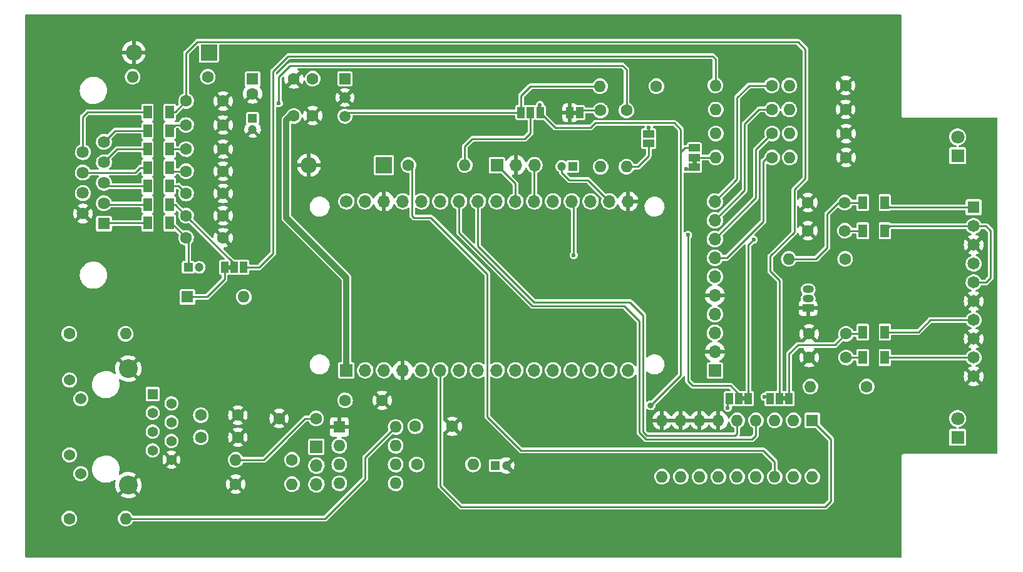
<source format=gbr>
G04 #@! TF.GenerationSoftware,KiCad,Pcbnew,(6.0.0)*
G04 #@! TF.CreationDate,2022-01-05T20:15:47-08:00*
G04 #@! TF.ProjectId,Duo2_Direwolf,44756f32-5f44-4697-9265-776f6c662e6b,rev?*
G04 #@! TF.SameCoordinates,PX2faf080PY8f0d180*
G04 #@! TF.FileFunction,Copper,L1,Top*
G04 #@! TF.FilePolarity,Positive*
%FSLAX46Y46*%
G04 Gerber Fmt 4.6, Leading zero omitted, Abs format (unit mm)*
G04 Created by KiCad (PCBNEW (6.0.0)) date 2022-01-05 20:15:47*
%MOMM*%
%LPD*%
G01*
G04 APERTURE LIST*
G04 #@! TA.AperFunction,ComponentPad*
%ADD10R,1.600000X1.600000*%
G04 #@! TD*
G04 #@! TA.AperFunction,ComponentPad*
%ADD11O,1.600000X1.600000*%
G04 #@! TD*
G04 #@! TA.AperFunction,ComponentPad*
%ADD12C,1.600000*%
G04 #@! TD*
G04 #@! TA.AperFunction,SMDPad,CuDef*
%ADD13R,1.150000X1.800000*%
G04 #@! TD*
G04 #@! TA.AperFunction,ComponentPad*
%ADD14R,1.700000X1.700000*%
G04 #@! TD*
G04 #@! TA.AperFunction,ComponentPad*
%ADD15O,1.700000X1.700000*%
G04 #@! TD*
G04 #@! TA.AperFunction,ComponentPad*
%ADD16R,1.508000X1.508000*%
G04 #@! TD*
G04 #@! TA.AperFunction,ComponentPad*
%ADD17C,1.508000*%
G04 #@! TD*
G04 #@! TA.AperFunction,ComponentPad*
%ADD18R,1.650000X1.650000*%
G04 #@! TD*
G04 #@! TA.AperFunction,ComponentPad*
%ADD19C,1.650000*%
G04 #@! TD*
G04 #@! TA.AperFunction,ComponentPad*
%ADD20R,1.800000X1.800000*%
G04 #@! TD*
G04 #@! TA.AperFunction,ComponentPad*
%ADD21C,1.800000*%
G04 #@! TD*
G04 #@! TA.AperFunction,ComponentPad*
%ADD22C,1.700000*%
G04 #@! TD*
G04 #@! TA.AperFunction,ComponentPad*
%ADD23R,2.200000X2.200000*%
G04 #@! TD*
G04 #@! TA.AperFunction,ComponentPad*
%ADD24O,2.200000X2.200000*%
G04 #@! TD*
G04 #@! TA.AperFunction,ComponentPad*
%ADD25R,1.400000X1.400000*%
G04 #@! TD*
G04 #@! TA.AperFunction,ComponentPad*
%ADD26C,1.400000*%
G04 #@! TD*
G04 #@! TA.AperFunction,ComponentPad*
%ADD27C,1.530000*%
G04 #@! TD*
G04 #@! TA.AperFunction,ComponentPad*
%ADD28C,2.550000*%
G04 #@! TD*
G04 #@! TA.AperFunction,SMDPad,CuDef*
%ADD29R,1.500000X1.000000*%
G04 #@! TD*
G04 #@! TA.AperFunction,ComponentPad*
%ADD30R,1.200000X1.200000*%
G04 #@! TD*
G04 #@! TA.AperFunction,ComponentPad*
%ADD31C,1.200000*%
G04 #@! TD*
G04 #@! TA.AperFunction,SMDPad,CuDef*
%ADD32R,1.000000X1.500000*%
G04 #@! TD*
G04 #@! TA.AperFunction,ComponentPad*
%ADD33R,1.500000X1.050000*%
G04 #@! TD*
G04 #@! TA.AperFunction,ComponentPad*
%ADD34O,1.500000X1.050000*%
G04 #@! TD*
G04 #@! TA.AperFunction,ComponentPad*
%ADD35R,1.635000X1.635000*%
G04 #@! TD*
G04 #@! TA.AperFunction,ComponentPad*
%ADD36C,1.635000*%
G04 #@! TD*
G04 #@! TA.AperFunction,ViaPad*
%ADD37C,0.600000*%
G04 #@! TD*
G04 #@! TA.AperFunction,ViaPad*
%ADD38C,0.800000*%
G04 #@! TD*
G04 #@! TA.AperFunction,Conductor*
%ADD39C,0.812800*%
G04 #@! TD*
G04 #@! TA.AperFunction,Conductor*
%ADD40C,0.254000*%
G04 #@! TD*
G04 APERTURE END LIST*
G36*
X97650000Y21450000D02*
G01*
X97150000Y21450000D01*
X97150000Y22050000D01*
X97650000Y22050000D01*
X97650000Y21450000D01*
G37*
G36*
X28100000Y39200000D02*
G01*
X27600000Y39200000D01*
X27600000Y39800000D01*
X28100000Y39800000D01*
X28100000Y39200000D01*
G37*
G36*
X91052000Y53456000D02*
G01*
X90452000Y53456000D01*
X90452000Y53956000D01*
X91052000Y53956000D01*
X91052000Y53456000D01*
G37*
G36*
X74810000Y60118000D02*
G01*
X74310000Y60118000D01*
X74310000Y60718000D01*
X74810000Y60718000D01*
X74810000Y60118000D01*
G37*
G36*
X103150000Y21450000D02*
G01*
X102650000Y21450000D01*
X102650000Y22050000D01*
X103150000Y22050000D01*
X103150000Y21450000D01*
G37*
D10*
X42720000Y17910000D03*
D11*
X42720000Y15370000D03*
X42720000Y12830000D03*
X42720000Y10290000D03*
X50340000Y10290000D03*
X50340000Y12830000D03*
X50340000Y15370000D03*
X50340000Y17910000D03*
D12*
X111252000Y54356000D03*
D11*
X103632000Y54356000D03*
D12*
X114046000Y23368000D03*
D11*
X106426000Y23368000D03*
D12*
X101252000Y54356000D03*
D11*
X93632000Y54356000D03*
D13*
X19788000Y48000000D03*
X16788000Y48000000D03*
D12*
X53000000Y18000000D03*
X58000000Y18000000D03*
X81560000Y60728000D03*
D11*
X81560000Y53108000D03*
D12*
X111192000Y64106000D03*
D11*
X103572000Y64106000D03*
D12*
X111085000Y44450000D03*
X106085000Y44450000D03*
X101252000Y60856000D03*
D11*
X93632000Y60856000D03*
D12*
X111250000Y27305000D03*
X106250000Y27305000D03*
D14*
X93505000Y25545000D03*
D15*
X93505000Y28085000D03*
X93505000Y30625000D03*
X93505000Y33165000D03*
X93505000Y35705000D03*
X93505000Y38245000D03*
X93505000Y40785000D03*
X93505000Y43325000D03*
X93505000Y45865000D03*
X93505000Y48405000D03*
D13*
X19788000Y50500000D03*
X16788000Y50500000D03*
D10*
X30988000Y64963112D03*
D12*
X30988000Y62963112D03*
X24930000Y65278000D03*
D11*
X14770000Y65278000D03*
D16*
X43470000Y65024000D03*
D17*
X43470000Y62484000D03*
X43470000Y59944000D03*
D12*
X85598000Y64008000D03*
D11*
X77978000Y64008000D03*
D12*
X101192000Y64106000D03*
D11*
X93572000Y64106000D03*
D18*
X128500000Y47627500D03*
D19*
X128500000Y45087500D03*
X128500000Y42547500D03*
X128500000Y40007500D03*
X128500000Y37467500D03*
X128500000Y34927500D03*
X128500000Y32387500D03*
X128500000Y29847500D03*
X128500000Y27307500D03*
X128500000Y24767500D03*
D20*
X126335000Y54605000D03*
D21*
X126335000Y57145000D03*
D12*
X111125000Y40640000D03*
D11*
X103505000Y40640000D03*
D13*
X19788000Y58000000D03*
X16788000Y58000000D03*
D14*
X43680000Y25570000D03*
D22*
X43680000Y48430000D03*
D15*
X46220000Y25570000D03*
X46220000Y48430000D03*
X48760000Y25570000D03*
X48760000Y48430000D03*
X51300000Y25570000D03*
X51300000Y48430000D03*
X53840000Y25570000D03*
X53840000Y48430000D03*
X56380000Y25570000D03*
X56380000Y48430000D03*
X58920000Y25570000D03*
X58920000Y48430000D03*
X61460000Y25570000D03*
X61460000Y48430000D03*
X64000000Y25570000D03*
X64000000Y48430000D03*
X66540000Y25570000D03*
X66540000Y48430000D03*
X69080000Y25570000D03*
X69080000Y48430000D03*
X71620000Y25570000D03*
X71620000Y48430000D03*
X74160000Y25570000D03*
X74160000Y48430000D03*
X76700000Y25570000D03*
X76700000Y48430000D03*
X79240000Y25570000D03*
X79240000Y48430000D03*
X81780000Y25570000D03*
X81780000Y48430000D03*
D12*
X6190000Y5500000D03*
D11*
X13810000Y5500000D03*
D12*
X29000000Y19500000D03*
X24000000Y19500000D03*
X43500000Y21500000D03*
X48500000Y21500000D03*
X22000000Y43500000D03*
X27000000Y43500000D03*
X101252000Y57606000D03*
D11*
X93632000Y57606000D03*
D14*
X39624000Y15225000D03*
D15*
X39624000Y12685000D03*
X39624000Y10145000D03*
D12*
X53190000Y12840000D03*
D11*
X60810000Y12840000D03*
D12*
X39584000Y19050000D03*
X34584000Y19050000D03*
D23*
X25080000Y68580000D03*
D24*
X14920000Y68580000D03*
D25*
X17485000Y22365000D03*
D26*
X20025000Y21095000D03*
X17485000Y19825000D03*
X20025000Y18555000D03*
X17485000Y17285000D03*
X20025000Y16015000D03*
X17485000Y14745000D03*
X20025000Y13475000D03*
D27*
X6235000Y24245000D03*
X7755000Y21705000D03*
X6235000Y14135000D03*
X7755000Y11595000D03*
D28*
X14185000Y25795000D03*
X14185000Y10045000D03*
D29*
X84560000Y56268000D03*
X84560000Y57568000D03*
D30*
X74310000Y53168000D03*
D31*
X72810000Y53168000D03*
D12*
X111250000Y30500000D03*
X106250000Y30500000D03*
D32*
X98050000Y21750000D03*
X96750000Y21750000D03*
X95450000Y21750000D03*
X27200000Y39500000D03*
X28500000Y39500000D03*
X29800000Y39500000D03*
D13*
X19788000Y45500000D03*
X16788000Y45500000D03*
D12*
X78060000Y60728000D03*
D11*
X78060000Y53108000D03*
D23*
X48768000Y53340000D03*
D24*
X38608000Y53340000D03*
D13*
X19788000Y55500000D03*
X16788000Y55500000D03*
D12*
X111192000Y60856000D03*
D11*
X103572000Y60856000D03*
D30*
X22277401Y39500000D03*
D31*
X23777401Y39500000D03*
D12*
X36322000Y13462000D03*
D11*
X28702000Y13462000D03*
D13*
X16788000Y53000000D03*
X19788000Y53000000D03*
D12*
X39116000Y65024000D03*
X39116000Y60024000D03*
X22000000Y55500000D03*
X27000000Y55500000D03*
D10*
X22190000Y35500000D03*
D11*
X29810000Y35500000D03*
D12*
X111085000Y48260000D03*
X106085000Y48260000D03*
X28702000Y10160000D03*
D11*
X36322000Y10160000D03*
D12*
X22000000Y58750000D03*
X27000000Y58750000D03*
X22000000Y62000000D03*
X27000000Y62000000D03*
D29*
X90752000Y53056000D03*
X90752000Y54356000D03*
X90752000Y55656000D03*
D20*
X126335000Y16505000D03*
D21*
X126335000Y19045000D03*
D12*
X22000000Y52500000D03*
X27000000Y52500000D03*
X6190000Y30500000D03*
D11*
X13810000Y30500000D03*
D14*
X64023000Y53340000D03*
D15*
X66563000Y53340000D03*
X69103000Y53340000D03*
D33*
X106110000Y33980000D03*
D34*
X106110000Y35250000D03*
X106110000Y36520000D03*
D12*
X22000000Y49500000D03*
X27000000Y49500000D03*
D13*
X116500000Y30750000D03*
X113500000Y30750000D03*
D12*
X36576000Y59984000D03*
X36576000Y64984000D03*
D13*
X16788000Y60500000D03*
X19788000Y60500000D03*
X116500000Y48260000D03*
X113500000Y48260000D03*
D32*
X67280000Y60452000D03*
X68580000Y60452000D03*
X69880000Y60452000D03*
D35*
X10887500Y45400000D03*
D36*
X10887500Y48170000D03*
X10887500Y50940000D03*
X10887500Y53710000D03*
X10887500Y56480000D03*
X8047500Y46785000D03*
X8047500Y49555000D03*
X8047500Y52325000D03*
X8047500Y55095000D03*
D30*
X30988000Y59650599D03*
D31*
X30988000Y58150599D03*
D12*
X24000000Y16500000D03*
X29000000Y16500000D03*
X22000000Y46500000D03*
X27000000Y46500000D03*
D13*
X116500000Y44450000D03*
X113500000Y44450000D03*
D32*
X73910000Y60418000D03*
X75210000Y60418000D03*
D12*
X52070000Y53340000D03*
D11*
X59690000Y53340000D03*
D13*
X116500000Y27305000D03*
X113500000Y27305000D03*
D30*
X63793401Y12700000D03*
D31*
X65293401Y12700000D03*
D32*
X103550000Y21750000D03*
X102250000Y21750000D03*
X100950000Y21750000D03*
D12*
X111252000Y57606000D03*
D11*
X103632000Y57606000D03*
D10*
X106680000Y18796000D03*
D11*
X104140000Y18796000D03*
X101600000Y18796000D03*
X99060000Y18796000D03*
X96520000Y18796000D03*
X93980000Y18796000D03*
X91440000Y18796000D03*
X88900000Y18796000D03*
X86360000Y18796000D03*
X86360000Y11176000D03*
X88900000Y11176000D03*
X91440000Y11176000D03*
X93980000Y11176000D03*
X96520000Y11176000D03*
X99060000Y11176000D03*
X101600000Y11176000D03*
X104140000Y11176000D03*
X106680000Y11176000D03*
D37*
X89000000Y73500000D03*
X53000000Y2500000D03*
X1000000Y47500000D03*
X11000000Y15500000D03*
X117000000Y69000000D03*
X120000000Y49500000D03*
X1000000Y19500000D03*
X77000000Y73500000D03*
X87500000Y56500000D03*
X114000000Y15500000D03*
X117000000Y17500000D03*
X101000000Y69000000D03*
X41000000Y73500000D03*
X89000000Y500000D03*
X120000000Y23000000D03*
X84000000Y51500000D03*
X25000000Y71500000D03*
X32000000Y16500000D03*
X93000000Y73500000D03*
X107500000Y57500000D03*
X123000000Y29000000D03*
X57000000Y73500000D03*
X1000000Y73500000D03*
X64000000Y42500000D03*
X33000000Y2500000D03*
X123000000Y31000000D03*
X45000000Y2500000D03*
X37000000Y73500000D03*
X81000000Y69000000D03*
X120000000Y36500000D03*
X39500000Y21500000D03*
X85000000Y500000D03*
X32000000Y28500000D03*
X70000000Y58000000D03*
X29000000Y500000D03*
X65000000Y73500000D03*
X60500000Y10000000D03*
X89000000Y21000000D03*
X97000000Y44500000D03*
X73000000Y65500000D03*
X70500000Y28000000D03*
X32000000Y22500000D03*
X123000000Y23000000D03*
X5000000Y2500000D03*
X78000000Y28000000D03*
X106800000Y14600000D03*
X57000000Y63000000D03*
X97000000Y500000D03*
X48000000Y12500000D03*
X123000000Y33500000D03*
X61000000Y2500000D03*
X1000000Y55500000D03*
X57000000Y58500000D03*
X1000000Y71500000D03*
X57000000Y53000000D03*
X72000000Y62500000D03*
X130500000Y21000000D03*
X114000000Y17500000D03*
X41000000Y44500000D03*
X25000000Y25500000D03*
X120000000Y15500000D03*
X1000000Y35500000D03*
X46000000Y36500000D03*
X120000000Y43500000D03*
X77000000Y71500000D03*
X89000000Y64000000D03*
X107500000Y51000000D03*
X128500000Y56000000D03*
X60000000Y36500000D03*
X25000000Y22500000D03*
X105000000Y71500000D03*
X69000000Y73500000D03*
X120000000Y56000000D03*
X65000000Y71500000D03*
X97000000Y73500000D03*
X86000000Y31500000D03*
X113000000Y500000D03*
X89000000Y69000000D03*
X111000000Y51000000D03*
X113000000Y2500000D03*
X109000000Y71500000D03*
X37000000Y2500000D03*
X51000000Y28000000D03*
X1000000Y31500000D03*
X89000000Y71500000D03*
X105000000Y500000D03*
X35000000Y43000000D03*
X17000000Y71500000D03*
X78000000Y36500000D03*
X13500000Y20000000D03*
X76000000Y17500000D03*
X81000000Y71500000D03*
X120000000Y52500000D03*
X101000000Y73500000D03*
X123000000Y17500000D03*
X117000000Y2500000D03*
X123000000Y40000000D03*
X13000000Y73500000D03*
X13000000Y2500000D03*
X101000000Y71500000D03*
X104000000Y14600000D03*
X51000000Y42500000D03*
X117000000Y73500000D03*
X73000000Y2500000D03*
X14000000Y54000000D03*
X57000000Y500000D03*
X33000000Y500000D03*
X79500000Y10000000D03*
X37500000Y25000000D03*
X120000000Y26000000D03*
X105000000Y2500000D03*
X83500000Y36500000D03*
X49000000Y73500000D03*
X73000000Y28000000D03*
X81000000Y500000D03*
X111000000Y17500000D03*
X49000000Y2500000D03*
X109000000Y69000000D03*
X54000000Y15500000D03*
X85000000Y71500000D03*
X37000000Y71500000D03*
X80500000Y31500000D03*
X49000000Y69000000D03*
X17000000Y500000D03*
X13000000Y71500000D03*
X85000000Y66500000D03*
X120000000Y58500000D03*
X9000000Y71500000D03*
X73000000Y69000000D03*
X60000000Y28000000D03*
X85000000Y2500000D03*
X49000000Y63000000D03*
X49000000Y58500000D03*
X61000000Y500000D03*
X123000000Y46500000D03*
X117000000Y500000D03*
X120000000Y40000000D03*
X73000000Y73500000D03*
X41000000Y71500000D03*
X101000000Y2500000D03*
X123000000Y56000000D03*
X65000000Y63000000D03*
X56000000Y42500000D03*
X56000000Y36500000D03*
X111000000Y20500000D03*
X89000000Y2500000D03*
X111000000Y15500000D03*
X111000000Y23500000D03*
X66500000Y18000000D03*
X120000000Y46500000D03*
X1000000Y27500000D03*
X53000000Y73500000D03*
X105600000Y13000000D03*
X29000000Y2500000D03*
X67500000Y28000000D03*
X128500000Y51500000D03*
X78000000Y42500000D03*
X123000000Y36500000D03*
X45000000Y73500000D03*
X107500000Y64000000D03*
X130500000Y18500000D03*
X57000000Y2500000D03*
X33000000Y71500000D03*
X37000000Y500000D03*
X93000000Y2500000D03*
X77000000Y500000D03*
X43000000Y53500000D03*
X61000000Y73500000D03*
X65000000Y2500000D03*
X81500000Y58000000D03*
X105000000Y73500000D03*
X17000000Y38000000D03*
X13000000Y500000D03*
X9000000Y73500000D03*
X46000000Y42500000D03*
X17000000Y2500000D03*
X21000000Y2500000D03*
X1000000Y39500000D03*
X64500000Y36500000D03*
X1000000Y500000D03*
X73000000Y500000D03*
X53000000Y71500000D03*
X109000000Y2500000D03*
X81000000Y73500000D03*
X49000000Y71500000D03*
X1000000Y59500000D03*
X21000000Y71500000D03*
X64000000Y28000000D03*
X21500000Y29000000D03*
X117000000Y20500000D03*
X97000000Y71500000D03*
X117500000Y63000000D03*
X85000000Y73500000D03*
X68000000Y21500000D03*
X9000000Y2500000D03*
X70000000Y36500000D03*
X25000000Y500000D03*
X10000000Y9000000D03*
X35000000Y36500000D03*
X93000000Y71500000D03*
X40500000Y36500000D03*
X46000000Y28000000D03*
X54000000Y10000000D03*
X60500000Y15500000D03*
X1000000Y51500000D03*
X21000000Y500000D03*
X75500000Y28000000D03*
X5000000Y500000D03*
X65000000Y58500000D03*
X123000000Y43500000D03*
X1000000Y63500000D03*
X25000000Y73500000D03*
X69000000Y500000D03*
X49000000Y500000D03*
X45000000Y500000D03*
X41000000Y500000D03*
X105200000Y16400000D03*
X89000000Y60500000D03*
X1000000Y2500000D03*
X41000000Y2500000D03*
X1000000Y23500000D03*
X21500000Y25500000D03*
X25000000Y2500000D03*
X53000000Y500000D03*
X69000000Y71500000D03*
X25000000Y29000000D03*
X46000000Y17500000D03*
X61000000Y71500000D03*
X109000000Y500000D03*
X5000000Y55500000D03*
X5000000Y63500000D03*
X65000000Y500000D03*
X9000000Y500000D03*
X14000000Y51500000D03*
X73000000Y71500000D03*
X57000000Y69000000D03*
X57000000Y71500000D03*
X114000000Y20500000D03*
X99500000Y31500000D03*
X5000000Y73500000D03*
X5000000Y71500000D03*
X113000000Y71500000D03*
X29000000Y71500000D03*
X76000000Y21500000D03*
X33000000Y73500000D03*
X101000000Y500000D03*
X21000000Y73500000D03*
X21500000Y22500000D03*
X17000000Y73500000D03*
X93000000Y500000D03*
X123000000Y20000000D03*
X51000000Y36500000D03*
X54000000Y21500000D03*
X123000000Y49500000D03*
X45000000Y71500000D03*
X130500000Y15500000D03*
X123000000Y15500000D03*
X117000000Y15500000D03*
X81000000Y2500000D03*
X5000000Y59500000D03*
X69000000Y2500000D03*
X14000000Y42500000D03*
X97000000Y2500000D03*
X123000000Y58500000D03*
X65000000Y69000000D03*
X1000000Y15500000D03*
X29000000Y73500000D03*
X113000000Y73500000D03*
X1000000Y11500000D03*
X120000000Y17500000D03*
X109000000Y73500000D03*
X120000000Y33500000D03*
X56000000Y28000000D03*
X1000000Y7500000D03*
X41000000Y69000000D03*
X70000000Y42500000D03*
X123000000Y52500000D03*
X10000000Y30500000D03*
X77000000Y2500000D03*
X60500000Y21500000D03*
X123000000Y26000000D03*
X68000000Y10000000D03*
X1000000Y43500000D03*
X117000000Y71500000D03*
X84582000Y58420000D03*
X34544000Y61722000D03*
D38*
X84836000Y20828000D03*
D37*
X69850000Y61468000D03*
X74422000Y41148000D03*
X89662000Y52832000D03*
X98750000Y43250000D03*
X89873489Y43876511D03*
X95250000Y20500000D03*
X100250000Y22000000D03*
D39*
X36108000Y59984000D02*
X36576000Y59984000D01*
D40*
X68580000Y64008000D02*
X67280000Y62708000D01*
X43470000Y59944000D02*
X43978000Y60452000D01*
D39*
X35560000Y59436000D02*
X36108000Y59984000D01*
D40*
X77978000Y64008000D02*
X68580000Y64008000D01*
D39*
X43680000Y38108000D02*
X35560000Y46228000D01*
D40*
X67280000Y62708000D02*
X67280000Y60452000D01*
D39*
X35560000Y46228000D02*
X35560000Y59436000D01*
D40*
X43978000Y60452000D02*
X67280000Y60452000D01*
D39*
X43680000Y25570000D02*
X43680000Y38108000D01*
D40*
X103505000Y40640000D02*
X107110000Y40640000D01*
X108712000Y42164000D02*
X108712000Y46736000D01*
X13810000Y5500000D02*
X40806000Y5500000D01*
X46228000Y10922000D02*
X46228000Y13798000D01*
X110236000Y48260000D02*
X111085000Y48260000D01*
X108712000Y46736000D02*
X110236000Y48260000D01*
X40806000Y5500000D02*
X46228000Y10922000D01*
X107188000Y40640000D02*
X108712000Y42164000D01*
X107110000Y40640000D02*
X107188000Y40640000D01*
X113500000Y48260000D02*
X111085000Y48260000D01*
X46228000Y13798000D02*
X50340000Y17910000D01*
X20000000Y45500000D02*
X19788000Y45500000D01*
X22000000Y43500000D02*
X20000000Y45500000D01*
X22277401Y39500000D02*
X22277401Y43222599D01*
X33782000Y66040000D02*
X33782000Y41402000D01*
X35814000Y68072000D02*
X33782000Y66040000D01*
X93572000Y64106000D02*
X93572000Y67718000D01*
X33782000Y41402000D02*
X31880000Y39500000D01*
X113500000Y27305000D02*
X111250000Y27305000D01*
X93218000Y68072000D02*
X35814000Y68072000D01*
X31880000Y39500000D02*
X29800000Y39500000D01*
X93572000Y67718000D02*
X93218000Y68072000D01*
X81026000Y66802000D02*
X36068000Y66802000D01*
X81560000Y60728000D02*
X81560000Y66268000D01*
X22000000Y58750000D02*
X20538000Y58750000D01*
X36068000Y66802000D02*
X34544000Y65278000D01*
X84582000Y58420000D02*
X84582000Y57590000D01*
X20538000Y58750000D02*
X19788000Y58000000D01*
X84582000Y57590000D02*
X84560000Y57568000D01*
X34544000Y65278000D02*
X34544000Y61722000D01*
X81560000Y66268000D02*
X81026000Y66802000D01*
X88900000Y58166000D02*
X88019489Y59046511D01*
X89438000Y55656000D02*
X88900000Y55118000D01*
X90752000Y55656000D02*
X89438000Y55656000D01*
X77334511Y59046511D02*
X76708000Y58420000D01*
X88900000Y24892000D02*
X88900000Y55118000D01*
X88900000Y55118000D02*
X88900000Y58166000D01*
X69850000Y60482000D02*
X69880000Y60452000D01*
X76708000Y58420000D02*
X71912000Y58420000D01*
X84836000Y20828000D02*
X88900000Y24892000D01*
X88019489Y59046511D02*
X77334511Y59046511D01*
X69850000Y61468000D02*
X69850000Y60482000D01*
X71912000Y58420000D02*
X69880000Y60452000D01*
X67310000Y14732000D02*
X62738000Y19304000D01*
X55118000Y46228000D02*
X52832000Y46228000D01*
X20908000Y50500000D02*
X19788000Y50500000D01*
X101600000Y11176000D02*
X101600000Y13208000D01*
X101600000Y13208000D02*
X100076000Y14732000D01*
X52578000Y46482000D02*
X52578000Y52832000D01*
X52578000Y52832000D02*
X52070000Y53340000D01*
X52832000Y46228000D02*
X52578000Y46482000D01*
X62738000Y19304000D02*
X62738000Y38608000D01*
X62738000Y38608000D02*
X55118000Y46228000D01*
X22000000Y49500000D02*
X20954000Y50546000D01*
X100076000Y14732000D02*
X67310000Y14732000D01*
X20954000Y50546000D02*
X20908000Y50500000D01*
X39584000Y19050000D02*
X38100000Y19050000D01*
X38100000Y19050000D02*
X32512000Y13462000D01*
X32512000Y13462000D02*
X28702000Y13462000D01*
X128500000Y47627500D02*
X117132500Y47627500D01*
X117132500Y47627500D02*
X116500000Y48260000D01*
X74422000Y41148000D02*
X74422000Y48168000D01*
X74422000Y48168000D02*
X74160000Y48430000D01*
X84560000Y54588000D02*
X84560000Y56268000D01*
X83080000Y53108000D02*
X84560000Y54588000D01*
X81560000Y53108000D02*
X83080000Y53108000D01*
X79240000Y48430000D02*
X76362000Y51308000D01*
X72810000Y52319472D02*
X72810000Y53168000D01*
X76362000Y51308000D02*
X73821472Y51308000D01*
X73821472Y51308000D02*
X72810000Y52319472D01*
X22000000Y46500000D02*
X28500000Y40000000D01*
X28500000Y40000000D02*
X28500000Y39500000D01*
X22000000Y46500000D02*
X20500000Y48000000D01*
X20500000Y48000000D02*
X19788000Y48000000D01*
X89662000Y52832000D02*
X90528000Y52832000D01*
X90528000Y52832000D02*
X90752000Y53056000D01*
X22000000Y55500000D02*
X19788000Y55500000D01*
X98750000Y43250000D02*
X98050000Y42550000D01*
X98050000Y42550000D02*
X98050000Y21750000D01*
X113250000Y30500000D02*
X113500000Y30750000D01*
X104750000Y29000000D02*
X103550000Y27800000D01*
X109750000Y29000000D02*
X111250000Y30500000D01*
X103550000Y27800000D02*
X103550000Y21750000D01*
X111250000Y30500000D02*
X113250000Y30500000D01*
X109750000Y29000000D02*
X104750000Y29000000D01*
X22190000Y35500000D02*
X24832000Y35500000D01*
X27200000Y37868000D02*
X27200000Y39500000D01*
X24832000Y35500000D02*
X27200000Y37868000D01*
X116500000Y30750000D02*
X121000000Y30750000D01*
X122637500Y32387500D02*
X128500000Y32387500D01*
X121000000Y30750000D02*
X122637500Y32387500D01*
X113500000Y44450000D02*
X111085000Y44450000D01*
X128500000Y27307500D02*
X116502500Y27307500D01*
X116502500Y27307500D02*
X116500000Y27305000D01*
X66540000Y48430000D02*
X66540000Y50823000D01*
X66540000Y50823000D02*
X64023000Y53340000D01*
X69080000Y48430000D02*
X69080000Y53317000D01*
X69080000Y53317000D02*
X69103000Y53340000D01*
X128500000Y45087500D02*
X117137500Y45087500D01*
X130810000Y44450000D02*
X130810000Y38100000D01*
X130810000Y38100000D02*
X130177500Y37467500D01*
X117137500Y45087500D02*
X116500000Y44450000D01*
X130177500Y37467500D02*
X128500000Y37467500D01*
X130172500Y45087500D02*
X130810000Y44450000D01*
X128500000Y45087500D02*
X130172500Y45087500D01*
X10987500Y45500000D02*
X16788000Y45500000D01*
X10887500Y45400000D02*
X10987500Y45500000D01*
X10887500Y48170000D02*
X11057500Y48000000D01*
X11057500Y48000000D02*
X16788000Y48000000D01*
X93632000Y54356000D02*
X90752000Y54356000D01*
X10887500Y50940000D02*
X11327500Y50500000D01*
X11327500Y50500000D02*
X16788000Y50500000D01*
X93505000Y40785000D02*
X95141000Y40785000D01*
X100076000Y53848000D02*
X100584000Y54356000D01*
X100076000Y45720000D02*
X100076000Y53848000D01*
X100584000Y54356000D02*
X101252000Y54356000D01*
X95141000Y40785000D02*
X100076000Y45720000D01*
X10887500Y53710000D02*
X12677500Y55500000D01*
X12677500Y55500000D02*
X16788000Y55500000D01*
X12407500Y58000000D02*
X16788000Y58000000D01*
X10887500Y56480000D02*
X12407500Y58000000D01*
X108458000Y7112000D02*
X109220000Y7874000D01*
X109220000Y7874000D02*
X109220000Y16256000D01*
X59182000Y7112000D02*
X108458000Y7112000D01*
X56380000Y9914000D02*
X59182000Y7112000D01*
X109220000Y16256000D02*
X106680000Y18796000D01*
X56380000Y25570000D02*
X56380000Y9914000D01*
X98552000Y16256000D02*
X99060000Y16764000D01*
X58920000Y48430000D02*
X58920000Y44204000D01*
X58920000Y44204000D02*
X68834000Y34290000D01*
X83312000Y17138626D02*
X84194626Y16256000D01*
X81280000Y34290000D02*
X83312000Y32258000D01*
X68834000Y34290000D02*
X81280000Y34290000D01*
X99060000Y16764000D02*
X99060000Y18796000D01*
X83312000Y32258000D02*
X83312000Y17138626D01*
X84194626Y16256000D02*
X98552000Y16256000D01*
X83820000Y33020000D02*
X83820000Y17272000D01*
X82042000Y34798000D02*
X83820000Y33020000D01*
X61460000Y48430000D02*
X61460000Y42426000D01*
X84328000Y16764000D02*
X96266000Y16764000D01*
X96520000Y17018000D02*
X96520000Y18796000D01*
X96266000Y16764000D02*
X96520000Y17018000D01*
X83820000Y17272000D02*
X84328000Y16764000D01*
X61460000Y42426000D02*
X69088000Y34798000D01*
X69088000Y34798000D02*
X82042000Y34798000D01*
X15135000Y52325000D02*
X8047500Y52325000D01*
X15810000Y53000000D02*
X15135000Y52325000D01*
X15810000Y53000000D02*
X16788000Y53000000D01*
X8047500Y59863500D02*
X8684000Y60500000D01*
X8684000Y60500000D02*
X16788000Y60500000D01*
X8047500Y55095000D02*
X8047500Y59863500D01*
X78060000Y60728000D02*
X75520000Y60728000D01*
X75520000Y60728000D02*
X75210000Y60418000D01*
X59690000Y55880000D02*
X60706000Y56896000D01*
X59690000Y53340000D02*
X59690000Y55880000D01*
X67818000Y56896000D02*
X68580000Y57658000D01*
X60706000Y56896000D02*
X67818000Y56896000D01*
X68580000Y57658000D02*
X68580000Y60452000D01*
X99060000Y55414000D02*
X101252000Y57606000D01*
X93505000Y43325000D02*
X99060000Y48880000D01*
X99060000Y48880000D02*
X99060000Y55414000D01*
X97536000Y58928000D02*
X99464000Y60856000D01*
X99464000Y60856000D02*
X101252000Y60856000D01*
X97536000Y49896000D02*
X97536000Y58928000D01*
X93505000Y45865000D02*
X97536000Y49896000D01*
X98142000Y64106000D02*
X101192000Y64106000D01*
X96520000Y51420000D02*
X96520000Y62484000D01*
X96520000Y62484000D02*
X98142000Y64106000D01*
X93505000Y48405000D02*
X96520000Y51420000D01*
X89873489Y24126511D02*
X90500000Y23500000D01*
X89873489Y43876511D02*
X89873489Y24126511D01*
X22000000Y52500000D02*
X20288000Y52500000D01*
X20288000Y52500000D02*
X19788000Y53000000D01*
X96750000Y22353022D02*
X96750000Y21750000D01*
X90500000Y23500000D02*
X95603022Y23500000D01*
X95603022Y23500000D02*
X96750000Y22353022D01*
X23506511Y70006511D02*
X22000000Y68500000D01*
X104743489Y70006511D02*
X23506511Y70006511D01*
X22000000Y68500000D02*
X22000000Y62000000D01*
X104250000Y50000000D02*
X105750000Y51500000D01*
X105750000Y69000000D02*
X104743489Y70006511D01*
X105750000Y51500000D02*
X105750000Y69000000D01*
X101000000Y41000000D02*
X104250000Y44250000D01*
X101000000Y39000000D02*
X101000000Y41000000D01*
X20500000Y60500000D02*
X19788000Y60500000D01*
X102250000Y37750000D02*
X101000000Y39000000D01*
X102250000Y21750000D02*
X102250000Y37750000D01*
X104250000Y44250000D02*
X104250000Y50000000D01*
X22000000Y62000000D02*
X20500000Y60500000D01*
X95250000Y20500000D02*
X95250000Y21550000D01*
X95250000Y21550000D02*
X95450000Y21750000D01*
X100250000Y22000000D02*
X100700000Y22000000D01*
X100700000Y22000000D02*
X100950000Y21750000D01*
G04 #@! TA.AperFunction,Conductor*
G36*
X118688121Y73725998D02*
G01*
X118734614Y73672342D01*
X118746000Y73620000D01*
X118746000Y60037425D01*
X118743579Y60012847D01*
X118741024Y60000000D01*
X118745273Y59978641D01*
X118746000Y59974985D01*
X118746000Y59974983D01*
X118750091Y59954414D01*
X118757791Y59915705D01*
X118760737Y59900894D01*
X118767629Y59890579D01*
X118767630Y59890577D01*
X118804056Y59836062D01*
X118816876Y59816876D01*
X118900894Y59760737D01*
X118969378Y59747115D01*
X119000000Y59741024D01*
X119012847Y59743579D01*
X119037425Y59746000D01*
X131620000Y59746000D01*
X131688121Y59725998D01*
X131734614Y59672342D01*
X131746000Y59620000D01*
X131746000Y14380000D01*
X131725998Y14311879D01*
X131672342Y14265386D01*
X131620000Y14254000D01*
X119037425Y14254000D01*
X119012847Y14256421D01*
X119000000Y14258976D01*
X118900894Y14239263D01*
X118890575Y14232368D01*
X118829436Y14191516D01*
X118816876Y14183124D01*
X118809983Y14172808D01*
X118773064Y14117554D01*
X118760737Y14099106D01*
X118758316Y14086936D01*
X118758316Y14086935D01*
X118749203Y14041115D01*
X118748792Y14039051D01*
X118741024Y14000000D01*
X118743445Y13987830D01*
X118743579Y13987156D01*
X118746000Y13962575D01*
X118746000Y380000D01*
X118725998Y311879D01*
X118672342Y265386D01*
X118620000Y254000D01*
X380000Y254000D01*
X311879Y274002D01*
X265386Y327658D01*
X254000Y380000D01*
X254000Y5514794D01*
X5130501Y5514794D01*
X5147806Y5308722D01*
X5204807Y5109934D01*
X5207625Y5104452D01*
X5207626Y5104448D01*
X5296514Y4931491D01*
X5296517Y4931487D01*
X5299334Y4926005D01*
X5427786Y4763939D01*
X5585271Y4629909D01*
X5765789Y4529020D01*
X5962466Y4465116D01*
X6167809Y4440630D01*
X6173944Y4441102D01*
X6173946Y4441102D01*
X6367856Y4456023D01*
X6367860Y4456024D01*
X6373998Y4456496D01*
X6573178Y4512108D01*
X6578682Y4514888D01*
X6578684Y4514889D01*
X6752262Y4602569D01*
X6752264Y4602570D01*
X6757763Y4605348D01*
X6920722Y4732666D01*
X6924748Y4737330D01*
X6924751Y4737333D01*
X7051819Y4884543D01*
X7051820Y4884545D01*
X7055848Y4889211D01*
X7157995Y5069021D01*
X7213544Y5236008D01*
X7221325Y5259399D01*
X7221326Y5259402D01*
X7223270Y5265247D01*
X7249189Y5470414D01*
X7249602Y5500000D01*
X7248151Y5514794D01*
X12750501Y5514794D01*
X12767806Y5308722D01*
X12824807Y5109934D01*
X12827625Y5104452D01*
X12827626Y5104448D01*
X12916514Y4931491D01*
X12916517Y4931487D01*
X12919334Y4926005D01*
X13047786Y4763939D01*
X13205271Y4629909D01*
X13385789Y4529020D01*
X13582466Y4465116D01*
X13787809Y4440630D01*
X13793944Y4441102D01*
X13793946Y4441102D01*
X13987856Y4456023D01*
X13987860Y4456024D01*
X13993998Y4456496D01*
X14193178Y4512108D01*
X14198682Y4514888D01*
X14198684Y4514889D01*
X14372262Y4602569D01*
X14372264Y4602570D01*
X14377763Y4605348D01*
X14540722Y4732666D01*
X14544748Y4737330D01*
X14544751Y4737333D01*
X14671819Y4884543D01*
X14671820Y4884545D01*
X14675848Y4889211D01*
X14769881Y5054737D01*
X14820921Y5104088D01*
X14879437Y5118500D01*
X40751865Y5118500D01*
X40776164Y5115914D01*
X40777602Y5115846D01*
X40787780Y5113655D01*
X40821341Y5117627D01*
X40827320Y5117979D01*
X40827312Y5118072D01*
X40832490Y5118500D01*
X40837692Y5118500D01*
X40856846Y5121688D01*
X40862704Y5122522D01*
X40879318Y5124488D01*
X40903567Y5127358D01*
X40903568Y5127358D01*
X40913907Y5128582D01*
X40922206Y5132567D01*
X40931283Y5134078D01*
X40976651Y5158558D01*
X40981914Y5161239D01*
X41021250Y5180127D01*
X41021254Y5180130D01*
X41028398Y5183560D01*
X41032692Y5187170D01*
X41034624Y5189102D01*
X41036573Y5190889D01*
X41036626Y5190918D01*
X41036745Y5190788D01*
X41037313Y5191289D01*
X41043057Y5194388D01*
X41079868Y5234210D01*
X41083297Y5237775D01*
X46150317Y10304794D01*
X49280501Y10304794D01*
X49281743Y10290000D01*
X49296263Y10117102D01*
X49297806Y10098722D01*
X49354807Y9899934D01*
X49357625Y9894452D01*
X49357626Y9894448D01*
X49446514Y9721491D01*
X49446517Y9721487D01*
X49449334Y9716005D01*
X49577786Y9553939D01*
X49582479Y9549945D01*
X49582480Y9549944D01*
X49714051Y9437969D01*
X49735271Y9419909D01*
X49915789Y9319020D01*
X50112466Y9255116D01*
X50317809Y9230630D01*
X50323944Y9231102D01*
X50323946Y9231102D01*
X50517856Y9246023D01*
X50517860Y9246024D01*
X50523998Y9246496D01*
X50723178Y9302108D01*
X50728682Y9304888D01*
X50728684Y9304889D01*
X50902262Y9392569D01*
X50902264Y9392570D01*
X50907763Y9395348D01*
X51070722Y9522666D01*
X51074748Y9527330D01*
X51074751Y9527333D01*
X51201819Y9674543D01*
X51201820Y9674545D01*
X51205848Y9679211D01*
X51267637Y9787978D01*
X51304950Y9853660D01*
X51304952Y9853664D01*
X51307995Y9859021D01*
X51346530Y9974864D01*
X51371325Y10049399D01*
X51371326Y10049402D01*
X51373270Y10055247D01*
X51399189Y10260414D01*
X51399602Y10290000D01*
X51379422Y10495811D01*
X51319651Y10693783D01*
X51270653Y10785934D01*
X51225459Y10870933D01*
X51225457Y10870936D01*
X51222565Y10876375D01*
X51218674Y10881145D01*
X51218672Y10881149D01*
X51095758Y11031857D01*
X51095755Y11031860D01*
X51091863Y11036632D01*
X51086850Y11040779D01*
X50937271Y11164522D01*
X50937266Y11164525D01*
X50932522Y11168450D01*
X50927103Y11171380D01*
X50927100Y11171382D01*
X50756032Y11263878D01*
X50756027Y11263880D01*
X50750612Y11266808D01*
X50553063Y11327960D01*
X50546938Y11328604D01*
X50546937Y11328604D01*
X50353526Y11348932D01*
X50353524Y11348932D01*
X50347397Y11349576D01*
X50221229Y11338094D01*
X50147591Y11331393D01*
X50147590Y11331393D01*
X50141450Y11330834D01*
X49943066Y11272446D01*
X49937601Y11269589D01*
X49765261Y11179492D01*
X49765257Y11179489D01*
X49759801Y11176637D01*
X49598635Y11047057D01*
X49465708Y10888640D01*
X49366082Y10707422D01*
X49303553Y10510304D01*
X49302867Y10504187D01*
X49302866Y10504183D01*
X49285628Y10350500D01*
X49280501Y10304794D01*
X46150317Y10304794D01*
X46459479Y10613956D01*
X46478495Y10629315D01*
X46479556Y10630281D01*
X46488304Y10635929D01*
X46509229Y10662472D01*
X46513206Y10666947D01*
X46513135Y10667008D01*
X46516488Y10670965D01*
X46520171Y10674648D01*
X46531455Y10690439D01*
X46535018Y10695185D01*
X46560488Y10727493D01*
X46560489Y10727494D01*
X46566934Y10735670D01*
X46569985Y10744357D01*
X46575334Y10751843D01*
X46590099Y10801214D01*
X46591933Y10806859D01*
X46596130Y10818810D01*
X46609016Y10855502D01*
X46609500Y10861091D01*
X46609500Y10863802D01*
X46609615Y10866469D01*
X46609634Y10866532D01*
X46609808Y10866525D01*
X46609855Y10867271D01*
X46611725Y10873524D01*
X46609597Y10927678D01*
X46609500Y10932625D01*
X46609500Y12844794D01*
X49280501Y12844794D01*
X49281538Y12832446D01*
X49293465Y12690420D01*
X49297806Y12638722D01*
X49354807Y12439934D01*
X49357625Y12434452D01*
X49357626Y12434448D01*
X49446514Y12261491D01*
X49446517Y12261487D01*
X49449334Y12256005D01*
X49577786Y12093939D01*
X49582479Y12089945D01*
X49582480Y12089944D01*
X49718812Y11973917D01*
X49735271Y11959909D01*
X49915789Y11859020D01*
X50112466Y11795116D01*
X50317809Y11770630D01*
X50323944Y11771102D01*
X50323946Y11771102D01*
X50517856Y11786023D01*
X50517860Y11786024D01*
X50523998Y11786496D01*
X50723178Y11842108D01*
X50728682Y11844888D01*
X50728684Y11844889D01*
X50902262Y11932569D01*
X50902264Y11932570D01*
X50907763Y11935348D01*
X51070722Y12062666D01*
X51074748Y12067330D01*
X51074751Y12067333D01*
X51201819Y12214543D01*
X51201820Y12214545D01*
X51205848Y12219211D01*
X51307995Y12399021D01*
X51346609Y12515100D01*
X51371325Y12589399D01*
X51371326Y12589402D01*
X51373270Y12595247D01*
X51399189Y12800414D01*
X51399602Y12830000D01*
X51397171Y12854794D01*
X52130501Y12854794D01*
X52132971Y12825377D01*
X52145071Y12681296D01*
X52147806Y12648722D01*
X52204807Y12449934D01*
X52207625Y12444452D01*
X52207626Y12444448D01*
X52296514Y12271491D01*
X52296517Y12271487D01*
X52299334Y12266005D01*
X52427786Y12103939D01*
X52432479Y12099945D01*
X52432480Y12099944D01*
X52580562Y11973917D01*
X52585271Y11969909D01*
X52765789Y11869020D01*
X52962466Y11805116D01*
X53167809Y11780630D01*
X53173944Y11781102D01*
X53173946Y11781102D01*
X53367856Y11796023D01*
X53367860Y11796024D01*
X53373998Y11796496D01*
X53573178Y11852108D01*
X53578682Y11854888D01*
X53578684Y11854889D01*
X53752262Y11942569D01*
X53752264Y11942570D01*
X53757763Y11945348D01*
X53920722Y12072666D01*
X53924748Y12077330D01*
X53924751Y12077333D01*
X54051819Y12224543D01*
X54051820Y12224545D01*
X54055848Y12229211D01*
X54111360Y12326929D01*
X54154950Y12403660D01*
X54154952Y12403664D01*
X54157995Y12409021D01*
X54201968Y12541209D01*
X54221325Y12599399D01*
X54221326Y12599402D01*
X54223270Y12605247D01*
X54249189Y12810414D01*
X54249602Y12840000D01*
X54229422Y13045811D01*
X54169651Y13243783D01*
X54097944Y13378644D01*
X54075459Y13420933D01*
X54075457Y13420936D01*
X54072565Y13426375D01*
X54068674Y13431145D01*
X54068672Y13431149D01*
X53945758Y13581857D01*
X53945755Y13581860D01*
X53941863Y13586632D01*
X53930029Y13596422D01*
X53787271Y13714522D01*
X53787266Y13714525D01*
X53782522Y13718450D01*
X53777103Y13721380D01*
X53777100Y13721382D01*
X53606032Y13813878D01*
X53606027Y13813880D01*
X53600612Y13816808D01*
X53403063Y13877960D01*
X53396938Y13878604D01*
X53396937Y13878604D01*
X53203526Y13898932D01*
X53203524Y13898932D01*
X53197397Y13899576D01*
X53087512Y13889576D01*
X52997591Y13881393D01*
X52997590Y13881393D01*
X52991450Y13880834D01*
X52793066Y13822446D01*
X52787601Y13819589D01*
X52615261Y13729492D01*
X52615257Y13729489D01*
X52609801Y13726637D01*
X52605001Y13722777D01*
X52605000Y13722777D01*
X52590827Y13711382D01*
X52448635Y13597057D01*
X52315708Y13438640D01*
X52216082Y13257422D01*
X52153553Y13060304D01*
X52152867Y13054187D01*
X52152866Y13054183D01*
X52136508Y12908346D01*
X52130501Y12854794D01*
X51397171Y12854794D01*
X51379422Y13035811D01*
X51319651Y13233783D01*
X51242627Y13378644D01*
X51225459Y13410933D01*
X51225457Y13410936D01*
X51222565Y13416375D01*
X51218674Y13421145D01*
X51218672Y13421149D01*
X51095758Y13571857D01*
X51095755Y13571860D01*
X51091863Y13576632D01*
X51084966Y13582338D01*
X50937271Y13704522D01*
X50937266Y13704525D01*
X50932522Y13708450D01*
X50927103Y13711380D01*
X50927100Y13711382D01*
X50756032Y13803878D01*
X50756027Y13803880D01*
X50750612Y13806808D01*
X50553063Y13867960D01*
X50546938Y13868604D01*
X50546937Y13868604D01*
X50353526Y13888932D01*
X50353524Y13888932D01*
X50347397Y13889576D01*
X50232204Y13879093D01*
X50147591Y13871393D01*
X50147590Y13871393D01*
X50141450Y13870834D01*
X49943066Y13812446D01*
X49937601Y13809589D01*
X49765261Y13719492D01*
X49765257Y13719489D01*
X49759801Y13716637D01*
X49598635Y13587057D01*
X49465708Y13428640D01*
X49366082Y13247422D01*
X49303553Y13050304D01*
X49302867Y13044187D01*
X49302866Y13044183D01*
X49282310Y12860919D01*
X49280501Y12844794D01*
X46609500Y12844794D01*
X46609500Y13587788D01*
X46629502Y13655909D01*
X46646405Y13676883D01*
X48354317Y15384794D01*
X49280501Y15384794D01*
X49283381Y15350501D01*
X49295817Y15202412D01*
X49297806Y15178722D01*
X49354807Y14979934D01*
X49357625Y14974452D01*
X49357626Y14974448D01*
X49446514Y14801491D01*
X49446517Y14801487D01*
X49449334Y14796005D01*
X49577786Y14633939D01*
X49582479Y14629945D01*
X49582480Y14629944D01*
X49698951Y14530820D01*
X49735271Y14499909D01*
X49915789Y14399020D01*
X50112466Y14335116D01*
X50317809Y14310630D01*
X50323944Y14311102D01*
X50323946Y14311102D01*
X50517856Y14326023D01*
X50517860Y14326024D01*
X50523998Y14326496D01*
X50723178Y14382108D01*
X50728682Y14384888D01*
X50728684Y14384889D01*
X50902262Y14472569D01*
X50902264Y14472570D01*
X50907763Y14475348D01*
X51070722Y14602666D01*
X51074748Y14607330D01*
X51074751Y14607333D01*
X51201819Y14754543D01*
X51201820Y14754545D01*
X51205848Y14759211D01*
X51269235Y14870792D01*
X51304950Y14933660D01*
X51304952Y14933664D01*
X51307995Y14939021D01*
X51353642Y15076243D01*
X51371325Y15129399D01*
X51371326Y15129402D01*
X51373270Y15135247D01*
X51399189Y15340414D01*
X51399602Y15370000D01*
X51379422Y15575811D01*
X51319651Y15773783D01*
X51266099Y15874500D01*
X51225459Y15950933D01*
X51225457Y15950936D01*
X51222565Y15956375D01*
X51218674Y15961145D01*
X51218672Y15961149D01*
X51095758Y16111857D01*
X51095755Y16111860D01*
X51091863Y16116632D01*
X51084966Y16122338D01*
X50937271Y16244522D01*
X50937266Y16244525D01*
X50932522Y16248450D01*
X50927103Y16251380D01*
X50927100Y16251382D01*
X50756032Y16343878D01*
X50756027Y16343880D01*
X50750612Y16346808D01*
X50553063Y16407960D01*
X50546938Y16408604D01*
X50546937Y16408604D01*
X50353526Y16428932D01*
X50353524Y16428932D01*
X50347397Y16429576D01*
X50221229Y16418094D01*
X50147591Y16411393D01*
X50147590Y16411393D01*
X50141450Y16410834D01*
X49943066Y16352446D01*
X49937601Y16349589D01*
X49765261Y16259492D01*
X49765257Y16259489D01*
X49759801Y16256637D01*
X49598635Y16127057D01*
X49465708Y15968640D01*
X49366082Y15787422D01*
X49303553Y15590304D01*
X49302867Y15584187D01*
X49302866Y15584183D01*
X49282488Y15402509D01*
X49280501Y15384794D01*
X48354317Y15384794D01*
X49855722Y16886199D01*
X49918034Y16920225D01*
X49983753Y16916937D01*
X50011228Y16908010D01*
X50112466Y16875116D01*
X50317809Y16850630D01*
X50323944Y16851102D01*
X50323946Y16851102D01*
X50517856Y16866023D01*
X50517860Y16866024D01*
X50523998Y16866496D01*
X50723178Y16922108D01*
X50728682Y16924888D01*
X50728684Y16924889D01*
X50902262Y17012569D01*
X50902264Y17012570D01*
X50907763Y17015348D01*
X51070722Y17142666D01*
X51074748Y17147330D01*
X51074751Y17147333D01*
X51179572Y17268770D01*
X51205848Y17299211D01*
X51276669Y17423877D01*
X51304950Y17473660D01*
X51304952Y17473664D01*
X51307995Y17479021D01*
X51349719Y17604448D01*
X51371325Y17669399D01*
X51371326Y17669402D01*
X51373270Y17675247D01*
X51399189Y17880414D01*
X51399602Y17910000D01*
X51389327Y18014794D01*
X51940501Y18014794D01*
X51945434Y17956052D01*
X51951221Y17887143D01*
X51957806Y17808722D01*
X52014807Y17609934D01*
X52017625Y17604452D01*
X52017626Y17604448D01*
X52106514Y17431491D01*
X52106517Y17431487D01*
X52109334Y17426005D01*
X52237786Y17263939D01*
X52242479Y17259945D01*
X52242480Y17259944D01*
X52380282Y17142666D01*
X52395271Y17129909D01*
X52575789Y17029020D01*
X52772466Y16965116D01*
X52977809Y16940630D01*
X52983944Y16941102D01*
X52983946Y16941102D01*
X53177856Y16956023D01*
X53177860Y16956024D01*
X53183998Y16956496D01*
X53383178Y17012108D01*
X53388682Y17014888D01*
X53388684Y17014889D01*
X53562262Y17102569D01*
X53562264Y17102570D01*
X53567763Y17105348D01*
X53730722Y17232666D01*
X53734748Y17237330D01*
X53734751Y17237333D01*
X53861819Y17384543D01*
X53861820Y17384545D01*
X53865848Y17389211D01*
X53940110Y17519934D01*
X53964950Y17563660D01*
X53964952Y17563664D01*
X53967995Y17569021D01*
X54013094Y17704596D01*
X54031325Y17759399D01*
X54031326Y17759402D01*
X54033270Y17765247D01*
X54059189Y17970414D01*
X54059602Y18000000D01*
X54039422Y18205811D01*
X53979651Y18403783D01*
X53926769Y18503239D01*
X53885459Y18580933D01*
X53885457Y18580936D01*
X53882565Y18586375D01*
X53878674Y18591145D01*
X53878672Y18591149D01*
X53755758Y18741857D01*
X53755755Y18741860D01*
X53751863Y18746632D01*
X53742148Y18754669D01*
X53597271Y18874522D01*
X53597266Y18874525D01*
X53592522Y18878450D01*
X53587103Y18881380D01*
X53587100Y18881382D01*
X53416032Y18973878D01*
X53416027Y18973880D01*
X53410612Y18976808D01*
X53213063Y19037960D01*
X53206938Y19038604D01*
X53206937Y19038604D01*
X53013526Y19058932D01*
X53013524Y19058932D01*
X53007397Y19059576D01*
X52902171Y19050000D01*
X52807591Y19041393D01*
X52807590Y19041393D01*
X52801450Y19040834D01*
X52603066Y18982446D01*
X52597601Y18979589D01*
X52425261Y18889492D01*
X52425257Y18889489D01*
X52419801Y18886637D01*
X52258635Y18757057D01*
X52125708Y18598640D01*
X52026082Y18417422D01*
X51963553Y18220304D01*
X51962867Y18214187D01*
X51962866Y18214183D01*
X51942275Y18030610D01*
X51940501Y18014794D01*
X51389327Y18014794D01*
X51379422Y18115811D01*
X51319651Y18313783D01*
X51267668Y18411549D01*
X51225459Y18490933D01*
X51225457Y18490936D01*
X51222565Y18496375D01*
X51218674Y18501145D01*
X51218672Y18501149D01*
X51095758Y18651857D01*
X51095755Y18651860D01*
X51091863Y18656632D01*
X51083478Y18663569D01*
X50937271Y18784522D01*
X50937266Y18784525D01*
X50932522Y18788450D01*
X50927103Y18791380D01*
X50927100Y18791382D01*
X50756032Y18883878D01*
X50756027Y18883880D01*
X50750612Y18886808D01*
X50553063Y18947960D01*
X50546938Y18948604D01*
X50546937Y18948604D01*
X50353526Y18968932D01*
X50353524Y18968932D01*
X50347397Y18969576D01*
X50221229Y18958094D01*
X50147591Y18951393D01*
X50147590Y18951393D01*
X50141450Y18950834D01*
X49943066Y18892446D01*
X49937601Y18889589D01*
X49765261Y18799492D01*
X49765257Y18799489D01*
X49759801Y18796637D01*
X49755001Y18792777D01*
X49755000Y18792777D01*
X49737234Y18778493D01*
X49598635Y18667057D01*
X49465708Y18508640D01*
X49366082Y18327422D01*
X49364219Y18321549D01*
X49319289Y18179909D01*
X49303553Y18130304D01*
X49302867Y18124187D01*
X49302866Y18124183D01*
X49282465Y17942301D01*
X49280501Y17924794D01*
X49281694Y17910586D01*
X49296263Y17737102D01*
X49297806Y17718722D01*
X49328377Y17612109D01*
X49346741Y17548064D01*
X49346290Y17477069D01*
X49314717Y17424239D01*
X47654416Y15763939D01*
X45996521Y14106044D01*
X45977505Y14090685D01*
X45976444Y14089719D01*
X45967696Y14084071D01*
X45961250Y14075894D01*
X45946771Y14057528D01*
X45942794Y14053053D01*
X45942865Y14052992D01*
X45939512Y14049035D01*
X45935829Y14045352D01*
X45932803Y14041117D01*
X45932801Y14041115D01*
X45924547Y14029564D01*
X45920984Y14024818D01*
X45889066Y13984330D01*
X45886015Y13975643D01*
X45880666Y13968157D01*
X45877683Y13958181D01*
X45877682Y13958180D01*
X45865902Y13918789D01*
X45864072Y13913157D01*
X45846984Y13864498D01*
X45846500Y13858909D01*
X45846500Y13856198D01*
X45846385Y13853531D01*
X45846366Y13853468D01*
X45846192Y13853475D01*
X45846145Y13852729D01*
X45844275Y13846476D01*
X45845738Y13809241D01*
X45846403Y13792322D01*
X45846500Y13787375D01*
X45846500Y11132212D01*
X45826498Y11064091D01*
X45809595Y11043117D01*
X40684882Y5918405D01*
X40622570Y5884379D01*
X40595787Y5881500D01*
X14877207Y5881500D01*
X14809086Y5901502D01*
X14765956Y5948346D01*
X14692565Y6086375D01*
X14688674Y6091145D01*
X14688672Y6091149D01*
X14565758Y6241857D01*
X14565755Y6241860D01*
X14561863Y6246632D01*
X14554966Y6252338D01*
X14407271Y6374522D01*
X14407266Y6374525D01*
X14402522Y6378450D01*
X14397103Y6381380D01*
X14397100Y6381382D01*
X14226032Y6473878D01*
X14226027Y6473880D01*
X14220612Y6476808D01*
X14023063Y6537960D01*
X14016938Y6538604D01*
X14016937Y6538604D01*
X13823526Y6558932D01*
X13823524Y6558932D01*
X13817397Y6559576D01*
X13691229Y6548094D01*
X13617591Y6541393D01*
X13617590Y6541393D01*
X13611450Y6540834D01*
X13413066Y6482446D01*
X13407601Y6479589D01*
X13235261Y6389492D01*
X13235257Y6389489D01*
X13229801Y6386637D01*
X13068635Y6257057D01*
X12935708Y6098640D01*
X12836082Y5917422D01*
X12773553Y5720304D01*
X12750501Y5514794D01*
X7248151Y5514794D01*
X7229422Y5705811D01*
X7169651Y5903783D01*
X7072565Y6086375D01*
X7068674Y6091145D01*
X7068672Y6091149D01*
X6945758Y6241857D01*
X6945755Y6241860D01*
X6941863Y6246632D01*
X6934966Y6252338D01*
X6787271Y6374522D01*
X6787266Y6374525D01*
X6782522Y6378450D01*
X6777103Y6381380D01*
X6777100Y6381382D01*
X6606032Y6473878D01*
X6606027Y6473880D01*
X6600612Y6476808D01*
X6403063Y6537960D01*
X6396938Y6538604D01*
X6396937Y6538604D01*
X6203526Y6558932D01*
X6203524Y6558932D01*
X6197397Y6559576D01*
X6071229Y6548094D01*
X5997591Y6541393D01*
X5997590Y6541393D01*
X5991450Y6540834D01*
X5793066Y6482446D01*
X5787601Y6479589D01*
X5615261Y6389492D01*
X5615257Y6389489D01*
X5609801Y6386637D01*
X5448635Y6257057D01*
X5315708Y6098640D01*
X5216082Y5917422D01*
X5153553Y5720304D01*
X5130501Y5514794D01*
X254000Y5514794D01*
X254000Y8617980D01*
X13122725Y8617980D01*
X13131438Y8606460D01*
X13233737Y8531452D01*
X13241636Y8526516D01*
X13467902Y8407472D01*
X13476451Y8403755D01*
X13717816Y8319467D01*
X13726825Y8317053D01*
X13978004Y8269365D01*
X13987261Y8268311D01*
X14242732Y8258272D01*
X14252046Y8258598D01*
X14506184Y8286430D01*
X14515361Y8288131D01*
X14762593Y8353222D01*
X14771413Y8356259D01*
X15006313Y8457180D01*
X15014585Y8461487D01*
X15231982Y8596016D01*
X15239529Y8601500D01*
X15241820Y8603439D01*
X15250257Y8616242D01*
X15244193Y8626597D01*
X14197812Y9672978D01*
X14183868Y9680592D01*
X14182035Y9680461D01*
X14175420Y9676210D01*
X13129383Y8630173D01*
X13122725Y8617980D01*
X254000Y8617980D01*
X254000Y11609303D01*
X6730667Y11609303D01*
X6732484Y11587660D01*
X6743908Y11451625D01*
X6747397Y11410070D01*
X6764743Y11349576D01*
X6797802Y11234287D01*
X6802506Y11217881D01*
X6808399Y11206414D01*
X6891078Y11045538D01*
X6891081Y11045533D01*
X6893896Y11040056D01*
X7018085Y10883369D01*
X7022779Y10879374D01*
X7165526Y10757887D01*
X7170342Y10753788D01*
X7175720Y10750782D01*
X7175722Y10750781D01*
X7214339Y10729199D01*
X7344869Y10656248D01*
X7535018Y10594465D01*
X7733546Y10570792D01*
X7739681Y10571264D01*
X7739683Y10571264D01*
X7926750Y10585657D01*
X7926755Y10585658D01*
X7932891Y10586130D01*
X7938823Y10587786D01*
X7938827Y10587787D01*
X8032551Y10613956D01*
X8125460Y10639897D01*
X8303919Y10730043D01*
X8311122Y10735670D01*
X8408194Y10811511D01*
X8461469Y10853134D01*
X8468338Y10861091D01*
X8588086Y10999822D01*
X8588086Y10999823D01*
X8592110Y11004484D01*
X8612729Y11040779D01*
X8646109Y11099540D01*
X8690866Y11178326D01*
X8753975Y11368038D01*
X8779034Y11566396D01*
X8779433Y11595000D01*
X8759923Y11793980D01*
X8702135Y11985381D01*
X8608272Y12161913D01*
X8607537Y12162814D01*
X9276018Y12162814D01*
X9301579Y11894900D01*
X9302664Y11890466D01*
X9302665Y11890460D01*
X9363844Y11640440D01*
X9365547Y11633482D01*
X9466583Y11384037D01*
X9546804Y11247029D01*
X9588021Y11176637D01*
X9602569Y11151790D01*
X9698482Y11031857D01*
X9736177Y10984722D01*
X9770658Y10941605D01*
X9967327Y10757887D01*
X10188457Y10604484D01*
X10429416Y10484609D01*
X10433750Y10483188D01*
X10433753Y10483187D01*
X10680823Y10402193D01*
X10680829Y10402192D01*
X10685156Y10400773D01*
X10689647Y10399993D01*
X10689648Y10399993D01*
X10946538Y10355389D01*
X10946546Y10355388D01*
X10950319Y10354733D01*
X10954156Y10354542D01*
X11033777Y10350578D01*
X11033785Y10350578D01*
X11035348Y10350500D01*
X11203374Y10350500D01*
X11205642Y10350665D01*
X11205654Y10350665D01*
X11336457Y10360156D01*
X11403425Y10365015D01*
X11407880Y10365999D01*
X11407883Y10365999D01*
X11661770Y10422053D01*
X11661772Y10422054D01*
X11666226Y10423037D01*
X11917900Y10518387D01*
X11999960Y10563967D01*
X12149179Y10646851D01*
X12149180Y10646852D01*
X12153172Y10649069D01*
X12295599Y10757766D01*
X12361886Y10783193D01*
X12431397Y10768746D01*
X12482063Y10719012D01*
X12497798Y10649781D01*
X12491530Y10617622D01*
X12488244Y10607802D01*
X12425317Y10360022D01*
X12423695Y10350825D01*
X12398082Y10096458D01*
X12397837Y10087132D01*
X12410103Y9831768D01*
X12411239Y9822513D01*
X12461117Y9571763D01*
X12463609Y9562777D01*
X12550000Y9322159D01*
X12553797Y9313631D01*
X12674802Y9088428D01*
X12679813Y9080562D01*
X12746583Y8991147D01*
X12757841Y8982698D01*
X12770260Y8989470D01*
X13824658Y10043868D01*
X14549408Y10043868D01*
X14549539Y10042035D01*
X14553790Y10035420D01*
X15603004Y8986206D01*
X15615384Y8979446D01*
X15623725Y8985690D01*
X15680488Y9073938D01*
X27980493Y9073938D01*
X27989789Y9061923D01*
X28040994Y9026069D01*
X28050489Y9020586D01*
X28247947Y8928510D01*
X28258239Y8924764D01*
X28468688Y8868375D01*
X28479481Y8866472D01*
X28696525Y8847483D01*
X28707475Y8847483D01*
X28924519Y8866472D01*
X28935312Y8868375D01*
X29145761Y8924764D01*
X29156053Y8928510D01*
X29353511Y9020586D01*
X29363006Y9026069D01*
X29415048Y9062509D01*
X29423424Y9072988D01*
X29416356Y9086434D01*
X28714812Y9787978D01*
X28700868Y9795592D01*
X28699035Y9795461D01*
X28692420Y9791210D01*
X27986923Y9085713D01*
X27980493Y9073938D01*
X15680488Y9073938D01*
X15753800Y9187914D01*
X15758243Y9196098D01*
X15863249Y9429204D01*
X15866439Y9437969D01*
X15935835Y9684026D01*
X15937695Y9693168D01*
X15970152Y9948293D01*
X15970633Y9954580D01*
X15972917Y10041840D01*
X15972766Y10048149D01*
X15964861Y10154525D01*
X27389483Y10154525D01*
X27408472Y9937481D01*
X27410375Y9926688D01*
X27466764Y9716239D01*
X27470510Y9705947D01*
X27562586Y9508489D01*
X27568069Y9498994D01*
X27604509Y9446952D01*
X27614988Y9438576D01*
X27628434Y9445644D01*
X28329978Y10147188D01*
X28336356Y10158868D01*
X29066408Y10158868D01*
X29066539Y10157035D01*
X29070790Y10150420D01*
X29776287Y9444923D01*
X29788062Y9438493D01*
X29800077Y9447789D01*
X29835931Y9498994D01*
X29841414Y9508489D01*
X29933490Y9705947D01*
X29937236Y9716239D01*
X29993625Y9926688D01*
X29995528Y9937481D01*
X30014517Y10154525D01*
X30014517Y10165475D01*
X30013702Y10174794D01*
X35262501Y10174794D01*
X35263992Y10157035D01*
X35273650Y10042035D01*
X35279806Y9968722D01*
X35336807Y9769934D01*
X35339625Y9764452D01*
X35339626Y9764448D01*
X35428514Y9591491D01*
X35428517Y9591487D01*
X35431334Y9586005D01*
X35559786Y9423939D01*
X35564479Y9419945D01*
X35564480Y9419944D01*
X35704887Y9300449D01*
X35717271Y9289909D01*
X35897789Y9189020D01*
X36094466Y9125116D01*
X36299809Y9100630D01*
X36305944Y9101102D01*
X36305946Y9101102D01*
X36499856Y9116023D01*
X36499860Y9116024D01*
X36505998Y9116496D01*
X36705178Y9172108D01*
X36710682Y9174888D01*
X36710684Y9174889D01*
X36884262Y9262569D01*
X36884264Y9262570D01*
X36889763Y9265348D01*
X37052722Y9392666D01*
X37056748Y9397330D01*
X37056751Y9397333D01*
X37183819Y9544543D01*
X37183820Y9544545D01*
X37187848Y9549211D01*
X37259994Y9676210D01*
X37286950Y9723660D01*
X37286952Y9723664D01*
X37289995Y9729021D01*
X37324174Y9831768D01*
X37353325Y9919399D01*
X37353326Y9919402D01*
X37355270Y9925247D01*
X37381189Y10130414D01*
X37381602Y10160000D01*
X37380226Y10174036D01*
X38515148Y10174036D01*
X38528424Y9971478D01*
X38529845Y9965882D01*
X38529846Y9965877D01*
X38558346Y9853660D01*
X38578392Y9774731D01*
X38580809Y9769488D01*
X38620322Y9683778D01*
X38663377Y9590384D01*
X38666710Y9585668D01*
X38771093Y9437969D01*
X38780533Y9424611D01*
X38784675Y9420576D01*
X38806678Y9399142D01*
X38925938Y9282965D01*
X39094720Y9170188D01*
X39100023Y9167910D01*
X39100026Y9167908D01*
X39254924Y9101359D01*
X39281228Y9090058D01*
X39352468Y9073938D01*
X39473579Y9046533D01*
X39473584Y9046532D01*
X39479216Y9045258D01*
X39484987Y9045031D01*
X39484989Y9045031D01*
X39544756Y9042683D01*
X39682053Y9037288D01*
X39782499Y9051852D01*
X39877231Y9065587D01*
X39877236Y9065588D01*
X39882945Y9066416D01*
X39888409Y9068271D01*
X39888414Y9068272D01*
X40069693Y9129808D01*
X40069698Y9129810D01*
X40075165Y9131666D01*
X40252276Y9230853D01*
X40280573Y9254387D01*
X40403913Y9356969D01*
X40408345Y9360655D01*
X40438850Y9397333D01*
X40534453Y9512282D01*
X40534455Y9512285D01*
X40538147Y9516724D01*
X40631841Y9684026D01*
X40634510Y9688792D01*
X40634511Y9688794D01*
X40637334Y9693835D01*
X40639190Y9699302D01*
X40639192Y9699307D01*
X40700728Y9880586D01*
X40700729Y9880591D01*
X40702584Y9886055D01*
X40703412Y9891764D01*
X40703413Y9891769D01*
X40725466Y10043868D01*
X40731712Y10086947D01*
X40733232Y10145000D01*
X40720959Y10278569D01*
X40718549Y10304794D01*
X41660501Y10304794D01*
X41661743Y10290000D01*
X41676263Y10117102D01*
X41677806Y10098722D01*
X41734807Y9899934D01*
X41737625Y9894452D01*
X41737626Y9894448D01*
X41826514Y9721491D01*
X41826517Y9721487D01*
X41829334Y9716005D01*
X41957786Y9553939D01*
X41962479Y9549945D01*
X41962480Y9549944D01*
X42094051Y9437969D01*
X42115271Y9419909D01*
X42295789Y9319020D01*
X42492466Y9255116D01*
X42697809Y9230630D01*
X42703944Y9231102D01*
X42703946Y9231102D01*
X42897856Y9246023D01*
X42897860Y9246024D01*
X42903998Y9246496D01*
X43103178Y9302108D01*
X43108682Y9304888D01*
X43108684Y9304889D01*
X43282262Y9392569D01*
X43282264Y9392570D01*
X43287763Y9395348D01*
X43450722Y9522666D01*
X43454748Y9527330D01*
X43454751Y9527333D01*
X43581819Y9674543D01*
X43581820Y9674545D01*
X43585848Y9679211D01*
X43647637Y9787978D01*
X43684950Y9853660D01*
X43684952Y9853664D01*
X43687995Y9859021D01*
X43726530Y9974864D01*
X43751325Y10049399D01*
X43751326Y10049402D01*
X43753270Y10055247D01*
X43779189Y10260414D01*
X43779602Y10290000D01*
X43759422Y10495811D01*
X43699651Y10693783D01*
X43650653Y10785934D01*
X43605459Y10870933D01*
X43605457Y10870936D01*
X43602565Y10876375D01*
X43598674Y10881145D01*
X43598672Y10881149D01*
X43475758Y11031857D01*
X43475755Y11031860D01*
X43471863Y11036632D01*
X43466850Y11040779D01*
X43317271Y11164522D01*
X43317266Y11164525D01*
X43312522Y11168450D01*
X43307103Y11171380D01*
X43307100Y11171382D01*
X43136032Y11263878D01*
X43136027Y11263880D01*
X43130612Y11266808D01*
X42933063Y11327960D01*
X42926938Y11328604D01*
X42926937Y11328604D01*
X42733526Y11348932D01*
X42733524Y11348932D01*
X42727397Y11349576D01*
X42601229Y11338094D01*
X42527591Y11331393D01*
X42527590Y11331393D01*
X42521450Y11330834D01*
X42323066Y11272446D01*
X42317601Y11269589D01*
X42145261Y11179492D01*
X42145257Y11179489D01*
X42139801Y11176637D01*
X41978635Y11047057D01*
X41845708Y10888640D01*
X41746082Y10707422D01*
X41683553Y10510304D01*
X41682867Y10504187D01*
X41682866Y10504183D01*
X41665628Y10350500D01*
X41660501Y10304794D01*
X40718549Y10304794D01*
X40715187Y10341387D01*
X40715186Y10341390D01*
X40714658Y10347141D01*
X40709617Y10365015D01*
X40661125Y10536954D01*
X40661124Y10536956D01*
X40659557Y10542513D01*
X40649354Y10563204D01*
X40572331Y10719391D01*
X40569776Y10724572D01*
X40544899Y10757887D01*
X40512547Y10801211D01*
X40448320Y10887221D01*
X40321466Y11004484D01*
X40303503Y11021089D01*
X40299258Y11025013D01*
X40294375Y11028094D01*
X40294371Y11028097D01*
X40132464Y11130252D01*
X40127581Y11133333D01*
X39939039Y11208554D01*
X39933379Y11209680D01*
X39933375Y11209681D01*
X39745613Y11247029D01*
X39745610Y11247029D01*
X39739946Y11248156D01*
X39734171Y11248232D01*
X39734167Y11248232D01*
X39632793Y11249559D01*
X39536971Y11250813D01*
X39531274Y11249834D01*
X39531273Y11249834D01*
X39345319Y11217881D01*
X39336910Y11216436D01*
X39146463Y11146176D01*
X38972010Y11042388D01*
X38967670Y11038582D01*
X38967666Y11038579D01*
X38856681Y10941247D01*
X38819392Y10908545D01*
X38815817Y10904010D01*
X38815816Y10904009D01*
X38797795Y10881149D01*
X38693720Y10749131D01*
X38691031Y10744020D01*
X38691029Y10744017D01*
X38650513Y10667008D01*
X38599203Y10569485D01*
X38554232Y10424654D01*
X38547258Y10402193D01*
X38539007Y10375622D01*
X38515148Y10174036D01*
X37380226Y10174036D01*
X37361422Y10365811D01*
X37301651Y10563783D01*
X37235665Y10687884D01*
X37207459Y10740933D01*
X37207457Y10740936D01*
X37204565Y10746375D01*
X37200674Y10751145D01*
X37200672Y10751149D01*
X37077758Y10901857D01*
X37077755Y10901860D01*
X37073863Y10906632D01*
X37066949Y10912352D01*
X36919271Y11034522D01*
X36919266Y11034525D01*
X36914522Y11038450D01*
X36909103Y11041380D01*
X36909100Y11041382D01*
X36738032Y11133878D01*
X36738027Y11133880D01*
X36732612Y11136808D01*
X36535063Y11197960D01*
X36528938Y11198604D01*
X36528937Y11198604D01*
X36335526Y11218932D01*
X36335524Y11218932D01*
X36329397Y11219576D01*
X36203229Y11208094D01*
X36129591Y11201393D01*
X36129590Y11201393D01*
X36123450Y11200834D01*
X35925066Y11142446D01*
X35919601Y11139589D01*
X35747261Y11049492D01*
X35747257Y11049489D01*
X35741801Y11046637D01*
X35737001Y11042777D01*
X35737000Y11042777D01*
X35703046Y11015477D01*
X35580635Y10917057D01*
X35447708Y10758640D01*
X35348082Y10577422D01*
X35285553Y10380304D01*
X35284867Y10374187D01*
X35284866Y10374183D01*
X35274453Y10281348D01*
X35262501Y10174794D01*
X30013702Y10174794D01*
X29995528Y10382519D01*
X29993625Y10393312D01*
X29937236Y10603761D01*
X29933490Y10614053D01*
X29841414Y10811511D01*
X29835931Y10821006D01*
X29799491Y10873048D01*
X29789012Y10881424D01*
X29775566Y10874356D01*
X29074022Y10172812D01*
X29066408Y10158868D01*
X28336356Y10158868D01*
X28337592Y10161132D01*
X28337461Y10162965D01*
X28333210Y10169580D01*
X27627713Y10875077D01*
X27615938Y10881507D01*
X27603923Y10872211D01*
X27568069Y10821006D01*
X27562586Y10811511D01*
X27470510Y10614053D01*
X27466764Y10603761D01*
X27410375Y10393312D01*
X27408472Y10382519D01*
X27389483Y10165475D01*
X27389483Y10154525D01*
X15964861Y10154525D01*
X15953706Y10304631D01*
X15952329Y10313837D01*
X15895904Y10563204D01*
X15893180Y10572115D01*
X15800515Y10810400D01*
X15796504Y10818810D01*
X15669638Y11040779D01*
X15664427Y11048505D01*
X15624194Y11099540D01*
X15612268Y11108012D01*
X15600736Y11101526D01*
X14557022Y10057812D01*
X14549408Y10043868D01*
X13824658Y10043868D01*
X15027802Y11247012D01*
X27980576Y11247012D01*
X27987644Y11233566D01*
X28689188Y10532022D01*
X28703132Y10524408D01*
X28704965Y10524539D01*
X28711580Y10528790D01*
X29417077Y11234287D01*
X29423507Y11246062D01*
X29414211Y11258077D01*
X29363006Y11293931D01*
X29353511Y11299414D01*
X29156053Y11391490D01*
X29145761Y11395236D01*
X28935312Y11451625D01*
X28924519Y11453528D01*
X28707475Y11472517D01*
X28696525Y11472517D01*
X28479481Y11453528D01*
X28468688Y11451625D01*
X28258239Y11395236D01*
X28247947Y11391490D01*
X28050489Y11299414D01*
X28040994Y11293931D01*
X27988952Y11257491D01*
X27980576Y11247012D01*
X15027802Y11247012D01*
X15241384Y11460594D01*
X15247768Y11472284D01*
X15238357Y11484394D01*
X15096315Y11582932D01*
X15088288Y11587660D01*
X14858985Y11700740D01*
X14850352Y11704228D01*
X14606851Y11782172D01*
X14597790Y11784348D01*
X14345445Y11825445D01*
X14336158Y11826257D01*
X14080522Y11829604D01*
X14071211Y11829034D01*
X13817885Y11794558D01*
X13808766Y11792620D01*
X13563328Y11721081D01*
X13554575Y11717809D01*
X13322406Y11610777D01*
X13314251Y11606257D01*
X13100448Y11466082D01*
X13093043Y11460399D01*
X13088021Y11455917D01*
X13023880Y11425479D01*
X12953465Y11434551D01*
X12899133Y11480251D01*
X12878134Y11548071D01*
X12885311Y11591876D01*
X12889296Y11603159D01*
X12928557Y11714338D01*
X12959637Y11872026D01*
X12979720Y11973917D01*
X12979721Y11973923D01*
X12980601Y11978389D01*
X12981313Y11992689D01*
X12993755Y12242617D01*
X12993755Y12242623D01*
X12993982Y12247186D01*
X12973607Y12460739D01*
X19375294Y12460739D01*
X19384590Y12448724D01*
X19414189Y12427999D01*
X19423677Y12422521D01*
X19605277Y12337841D01*
X19615571Y12334093D01*
X19809122Y12282231D01*
X19819909Y12280329D01*
X20019525Y12262865D01*
X20030475Y12262865D01*
X20230091Y12280329D01*
X20240878Y12282231D01*
X20434429Y12334093D01*
X20444723Y12337841D01*
X20626323Y12422521D01*
X20635811Y12427999D01*
X20666248Y12449311D01*
X20674623Y12459788D01*
X20667554Y12473236D01*
X20037812Y13102978D01*
X20023868Y13110592D01*
X20022035Y13110461D01*
X20015420Y13106210D01*
X19381724Y12472514D01*
X19375294Y12460739D01*
X12973607Y12460739D01*
X12968421Y12515100D01*
X12962033Y12541209D01*
X12905539Y12772080D01*
X12904453Y12776518D01*
X12803417Y13025963D01*
X12667431Y13258210D01*
X12546346Y13409620D01*
X12502194Y13464829D01*
X12502193Y13464831D01*
X12499342Y13468395D01*
X12498132Y13469525D01*
X18812865Y13469525D01*
X18830329Y13269909D01*
X18832231Y13259122D01*
X18884093Y13065571D01*
X18887841Y13055277D01*
X18972521Y12873677D01*
X18977999Y12864189D01*
X18999311Y12833752D01*
X19009788Y12825377D01*
X19023236Y12832446D01*
X19652978Y13462188D01*
X19659356Y13473868D01*
X20389408Y13473868D01*
X20389539Y13472035D01*
X20393790Y13465420D01*
X21027486Y12831724D01*
X21039261Y12825294D01*
X21051276Y12834590D01*
X21072001Y12864189D01*
X21077479Y12873677D01*
X21162159Y13055277D01*
X21165907Y13065571D01*
X21217769Y13259122D01*
X21219671Y13269909D01*
X21237135Y13469525D01*
X21237135Y13476794D01*
X27642501Y13476794D01*
X27646159Y13433239D01*
X27658690Y13284017D01*
X27659806Y13270722D01*
X27716807Y13071934D01*
X27719625Y13066452D01*
X27719626Y13066448D01*
X27808514Y12893491D01*
X27808517Y12893487D01*
X27811334Y12888005D01*
X27939786Y12725939D01*
X27944479Y12721945D01*
X27944480Y12721944D01*
X28065617Y12618849D01*
X28097271Y12591909D01*
X28277789Y12491020D01*
X28474466Y12427116D01*
X28679809Y12402630D01*
X28685944Y12403102D01*
X28685946Y12403102D01*
X28879856Y12418023D01*
X28879860Y12418024D01*
X28885998Y12418496D01*
X29085178Y12474108D01*
X29090682Y12476888D01*
X29090684Y12476889D01*
X29264262Y12564569D01*
X29264264Y12564570D01*
X29269763Y12567348D01*
X29432722Y12694666D01*
X29436748Y12699330D01*
X29436751Y12699333D01*
X29563819Y12846543D01*
X29563820Y12846545D01*
X29567848Y12851211D01*
X29625944Y12953477D01*
X29661881Y13016737D01*
X29712921Y13066088D01*
X29771437Y13080500D01*
X32457865Y13080500D01*
X32482164Y13077914D01*
X32483602Y13077846D01*
X32493780Y13075655D01*
X32527341Y13079627D01*
X32533320Y13079979D01*
X32533312Y13080072D01*
X32538490Y13080500D01*
X32543692Y13080500D01*
X32562846Y13083688D01*
X32568704Y13084522D01*
X32585318Y13086488D01*
X32609567Y13089358D01*
X32609568Y13089358D01*
X32619907Y13090582D01*
X32628206Y13094567D01*
X32637283Y13096078D01*
X32682651Y13120558D01*
X32687914Y13123239D01*
X32727250Y13142127D01*
X32727254Y13142130D01*
X32734398Y13145560D01*
X32738692Y13149170D01*
X32740624Y13151102D01*
X32742573Y13152889D01*
X32742626Y13152918D01*
X32742745Y13152788D01*
X32743313Y13153289D01*
X32749057Y13156388D01*
X32785868Y13196210D01*
X32789297Y13199775D01*
X33066316Y13476794D01*
X35262501Y13476794D01*
X35266159Y13433239D01*
X35278690Y13284017D01*
X35279806Y13270722D01*
X35336807Y13071934D01*
X35339625Y13066452D01*
X35339626Y13066448D01*
X35428514Y12893491D01*
X35428517Y12893487D01*
X35431334Y12888005D01*
X35559786Y12725939D01*
X35564479Y12721945D01*
X35564480Y12721944D01*
X35685617Y12618849D01*
X35717271Y12591909D01*
X35897789Y12491020D01*
X36094466Y12427116D01*
X36299809Y12402630D01*
X36305944Y12403102D01*
X36305946Y12403102D01*
X36499856Y12418023D01*
X36499860Y12418024D01*
X36505998Y12418496D01*
X36705178Y12474108D01*
X36710682Y12476888D01*
X36710684Y12476889D01*
X36884262Y12564569D01*
X36884264Y12564570D01*
X36889763Y12567348D01*
X37052722Y12694666D01*
X37056748Y12699330D01*
X37056751Y12699333D01*
X37069442Y12714036D01*
X38515148Y12714036D01*
X38528424Y12511478D01*
X38529845Y12505882D01*
X38529846Y12505877D01*
X38555883Y12403359D01*
X38578392Y12314731D01*
X38580809Y12309488D01*
X38617817Y12229211D01*
X38663377Y12130384D01*
X38666710Y12125668D01*
X38770025Y11979480D01*
X38780533Y11964611D01*
X38784675Y11960576D01*
X38800307Y11945348D01*
X38925938Y11822965D01*
X38930742Y11819755D01*
X38988590Y11781102D01*
X39094720Y11710188D01*
X39100023Y11707910D01*
X39100026Y11707908D01*
X39273258Y11633482D01*
X39281228Y11630058D01*
X39354244Y11613536D01*
X39473579Y11586533D01*
X39473584Y11586532D01*
X39479216Y11585258D01*
X39484987Y11585031D01*
X39484989Y11585031D01*
X39544756Y11582683D01*
X39682053Y11577288D01*
X39793327Y11593422D01*
X39877231Y11605587D01*
X39877236Y11605588D01*
X39882945Y11606416D01*
X39888409Y11608271D01*
X39888414Y11608272D01*
X40069693Y11669808D01*
X40069698Y11669810D01*
X40075165Y11671666D01*
X40092904Y11681600D01*
X40227420Y11756933D01*
X40252276Y11770853D01*
X40256830Y11774640D01*
X40403913Y11896969D01*
X40408345Y11900655D01*
X40438503Y11936916D01*
X40534453Y12052282D01*
X40534455Y12052285D01*
X40538147Y12056724D01*
X40625183Y12212138D01*
X40634510Y12228792D01*
X40634511Y12228794D01*
X40637334Y12233835D01*
X40639190Y12239302D01*
X40639192Y12239307D01*
X40700728Y12420586D01*
X40700729Y12420591D01*
X40702584Y12426055D01*
X40703412Y12431764D01*
X40703413Y12431769D01*
X40722668Y12564569D01*
X40731712Y12626947D01*
X40733232Y12685000D01*
X40720231Y12826495D01*
X40718550Y12844794D01*
X41660501Y12844794D01*
X41661538Y12832446D01*
X41673465Y12690420D01*
X41677806Y12638722D01*
X41734807Y12439934D01*
X41737625Y12434452D01*
X41737626Y12434448D01*
X41826514Y12261491D01*
X41826517Y12261487D01*
X41829334Y12256005D01*
X41957786Y12093939D01*
X41962479Y12089945D01*
X41962480Y12089944D01*
X42098812Y11973917D01*
X42115271Y11959909D01*
X42295789Y11859020D01*
X42492466Y11795116D01*
X42697809Y11770630D01*
X42703944Y11771102D01*
X42703946Y11771102D01*
X42897856Y11786023D01*
X42897860Y11786024D01*
X42903998Y11786496D01*
X43103178Y11842108D01*
X43108682Y11844888D01*
X43108684Y11844889D01*
X43282262Y11932569D01*
X43282264Y11932570D01*
X43287763Y11935348D01*
X43450722Y12062666D01*
X43454748Y12067330D01*
X43454751Y12067333D01*
X43581819Y12214543D01*
X43581820Y12214545D01*
X43585848Y12219211D01*
X43687995Y12399021D01*
X43726609Y12515100D01*
X43751325Y12589399D01*
X43751326Y12589402D01*
X43753270Y12595247D01*
X43779189Y12800414D01*
X43779602Y12830000D01*
X43759422Y13035811D01*
X43699651Y13233783D01*
X43622627Y13378644D01*
X43605459Y13410933D01*
X43605457Y13410936D01*
X43602565Y13416375D01*
X43598674Y13421145D01*
X43598672Y13421149D01*
X43475758Y13571857D01*
X43475755Y13571860D01*
X43471863Y13576632D01*
X43464966Y13582338D01*
X43317271Y13704522D01*
X43317266Y13704525D01*
X43312522Y13708450D01*
X43307103Y13711380D01*
X43307100Y13711382D01*
X43136032Y13803878D01*
X43136027Y13803880D01*
X43130612Y13806808D01*
X42933063Y13867960D01*
X42926938Y13868604D01*
X42926937Y13868604D01*
X42733526Y13888932D01*
X42733524Y13888932D01*
X42727397Y13889576D01*
X42612204Y13879093D01*
X42527591Y13871393D01*
X42527590Y13871393D01*
X42521450Y13870834D01*
X42323066Y13812446D01*
X42317601Y13809589D01*
X42145261Y13719492D01*
X42145257Y13719489D01*
X42139801Y13716637D01*
X41978635Y13587057D01*
X41845708Y13428640D01*
X41746082Y13247422D01*
X41683553Y13050304D01*
X41682867Y13044187D01*
X41682866Y13044183D01*
X41662310Y12860919D01*
X41660501Y12844794D01*
X40718550Y12844794D01*
X40715187Y12881387D01*
X40715186Y12881390D01*
X40714658Y12887141D01*
X40708678Y12908346D01*
X40661125Y13076954D01*
X40661124Y13076956D01*
X40659557Y13082513D01*
X40656182Y13089358D01*
X40572331Y13259391D01*
X40569776Y13264572D01*
X40448320Y13427221D01*
X40326509Y13539822D01*
X40303503Y13561089D01*
X40299258Y13565013D01*
X40294375Y13568094D01*
X40294371Y13568097D01*
X40132464Y13670252D01*
X40127581Y13673333D01*
X39939039Y13748554D01*
X39933379Y13749680D01*
X39933375Y13749681D01*
X39745613Y13787029D01*
X39745610Y13787029D01*
X39739946Y13788156D01*
X39734171Y13788232D01*
X39734167Y13788232D01*
X39632793Y13789559D01*
X39536971Y13790813D01*
X39531274Y13789834D01*
X39531273Y13789834D01*
X39385492Y13764784D01*
X39336910Y13756436D01*
X39146463Y13686176D01*
X38972010Y13582388D01*
X38967670Y13578582D01*
X38967666Y13578579D01*
X38921270Y13537890D01*
X38819392Y13448545D01*
X38815817Y13444010D01*
X38815816Y13444009D01*
X38808471Y13434692D01*
X38693720Y13289131D01*
X38691031Y13284020D01*
X38691029Y13284017D01*
X38670410Y13244827D01*
X38599203Y13109485D01*
X38539007Y12915622D01*
X38515148Y12714036D01*
X37069442Y12714036D01*
X37183819Y12846543D01*
X37183820Y12846545D01*
X37187848Y12851211D01*
X37245944Y12953477D01*
X37286950Y13025660D01*
X37286952Y13025664D01*
X37289995Y13031021D01*
X37342807Y13189780D01*
X37353325Y13221399D01*
X37353326Y13221402D01*
X37355270Y13227247D01*
X37381189Y13432414D01*
X37381602Y13462000D01*
X37361422Y13667811D01*
X37357715Y13680091D01*
X37303432Y13859884D01*
X37301651Y13865783D01*
X37239049Y13983521D01*
X37207459Y14042933D01*
X37207456Y14042937D01*
X37204565Y14048375D01*
X37200674Y14053145D01*
X37200672Y14053149D01*
X37077758Y14203857D01*
X37077755Y14203860D01*
X37073863Y14208632D01*
X37066966Y14214338D01*
X36919271Y14336522D01*
X36919266Y14336525D01*
X36914522Y14340450D01*
X36909103Y14343380D01*
X36909100Y14343382D01*
X36738032Y14435878D01*
X36738027Y14435880D01*
X36732612Y14438808D01*
X36535063Y14499960D01*
X36528938Y14500604D01*
X36528937Y14500604D01*
X36335526Y14520932D01*
X36335524Y14520932D01*
X36329397Y14521576D01*
X36203229Y14510094D01*
X36129591Y14503393D01*
X36129590Y14503393D01*
X36123450Y14502834D01*
X35925066Y14444446D01*
X35919601Y14441589D01*
X35747261Y14351492D01*
X35747257Y14351489D01*
X35741801Y14348637D01*
X35580635Y14219057D01*
X35447708Y14060640D01*
X35348082Y13879422D01*
X35285553Y13682304D01*
X35284867Y13676187D01*
X35284866Y13676183D01*
X35269571Y13539822D01*
X35262501Y13476794D01*
X33066316Y13476794D01*
X35689590Y16100067D01*
X38519500Y16100067D01*
X38519501Y14349934D01*
X38523367Y14330498D01*
X38527225Y14311102D01*
X38534266Y14275699D01*
X38541161Y14265380D01*
X38541162Y14265378D01*
X38547147Y14256421D01*
X38590516Y14191516D01*
X38674699Y14135266D01*
X38748933Y14120500D01*
X39623858Y14120500D01*
X40499066Y14120501D01*
X40534818Y14127612D01*
X40561126Y14132844D01*
X40561128Y14132845D01*
X40573301Y14135266D01*
X40583621Y14142161D01*
X40583622Y14142162D01*
X40647168Y14184623D01*
X40657484Y14191516D01*
X40713734Y14275699D01*
X40728500Y14349933D01*
X40728499Y16100066D01*
X40713734Y16174301D01*
X40686933Y16214412D01*
X40664377Y16248168D01*
X40657484Y16258484D01*
X40573301Y16314734D01*
X40499067Y16329500D01*
X39624142Y16329500D01*
X38748934Y16329499D01*
X38713182Y16322388D01*
X38686874Y16317156D01*
X38686872Y16317155D01*
X38674699Y16314734D01*
X38664379Y16307839D01*
X38664378Y16307838D01*
X38662898Y16306849D01*
X38590516Y16258484D01*
X38534266Y16174301D01*
X38519500Y16100067D01*
X35689590Y16100067D01*
X36654854Y17065331D01*
X41412001Y17065331D01*
X41412371Y17058510D01*
X41417895Y17007648D01*
X41421521Y16992396D01*
X41466676Y16871946D01*
X41475214Y16856351D01*
X41551715Y16754276D01*
X41564276Y16741715D01*
X41666351Y16665214D01*
X41681946Y16656676D01*
X41802394Y16611522D01*
X41817649Y16607895D01*
X41868514Y16602369D01*
X41875328Y16602000D01*
X42296601Y16602000D01*
X42364722Y16581998D01*
X42411215Y16528342D01*
X42421319Y16458068D01*
X42391825Y16393488D01*
X42334607Y16356692D01*
X42334688Y16356492D01*
X42333637Y16356067D01*
X42332174Y16355127D01*
X42323066Y16352446D01*
X42317601Y16349589D01*
X42145261Y16259492D01*
X42145257Y16259489D01*
X42139801Y16256637D01*
X41978635Y16127057D01*
X41845708Y15968640D01*
X41746082Y15787422D01*
X41683553Y15590304D01*
X41682867Y15584187D01*
X41682866Y15584183D01*
X41662488Y15402509D01*
X41660501Y15384794D01*
X41663381Y15350501D01*
X41675817Y15202412D01*
X41677806Y15178722D01*
X41734807Y14979934D01*
X41737625Y14974452D01*
X41737626Y14974448D01*
X41826514Y14801491D01*
X41826517Y14801487D01*
X41829334Y14796005D01*
X41957786Y14633939D01*
X41962479Y14629945D01*
X41962480Y14629944D01*
X42078951Y14530820D01*
X42115271Y14499909D01*
X42295789Y14399020D01*
X42492466Y14335116D01*
X42697809Y14310630D01*
X42703944Y14311102D01*
X42703946Y14311102D01*
X42897856Y14326023D01*
X42897860Y14326024D01*
X42903998Y14326496D01*
X43103178Y14382108D01*
X43108682Y14384888D01*
X43108684Y14384889D01*
X43282262Y14472569D01*
X43282264Y14472570D01*
X43287763Y14475348D01*
X43450722Y14602666D01*
X43454748Y14607330D01*
X43454751Y14607333D01*
X43581819Y14754543D01*
X43581820Y14754545D01*
X43585848Y14759211D01*
X43649235Y14870792D01*
X43684950Y14933660D01*
X43684952Y14933664D01*
X43687995Y14939021D01*
X43733642Y15076243D01*
X43751325Y15129399D01*
X43751326Y15129402D01*
X43753270Y15135247D01*
X43779189Y15340414D01*
X43779602Y15370000D01*
X43759422Y15575811D01*
X43699651Y15773783D01*
X43646099Y15874500D01*
X43605459Y15950933D01*
X43605457Y15950936D01*
X43602565Y15956375D01*
X43598674Y15961145D01*
X43598672Y15961149D01*
X43475758Y16111857D01*
X43475755Y16111860D01*
X43471863Y16116632D01*
X43464966Y16122338D01*
X43317271Y16244522D01*
X43317266Y16244525D01*
X43312522Y16248450D01*
X43307103Y16251380D01*
X43307100Y16251382D01*
X43136032Y16343878D01*
X43136027Y16343880D01*
X43130612Y16346808D01*
X43102093Y16355636D01*
X43042934Y16394888D01*
X43014387Y16459893D01*
X43025516Y16530011D01*
X43072787Y16582982D01*
X43139353Y16602001D01*
X43564669Y16602001D01*
X43571490Y16602371D01*
X43622352Y16607895D01*
X43637604Y16611521D01*
X43758054Y16656676D01*
X43773649Y16665214D01*
X43875724Y16741715D01*
X43888285Y16754276D01*
X43964786Y16856351D01*
X43973324Y16871946D01*
X44018478Y16992394D01*
X44022105Y17007649D01*
X44027631Y17058514D01*
X44028000Y17065328D01*
X44028000Y17637885D01*
X44023525Y17653124D01*
X44022135Y17654329D01*
X44014452Y17656000D01*
X41430116Y17656000D01*
X41414877Y17651525D01*
X41413672Y17650135D01*
X41412001Y17642452D01*
X41412001Y17065331D01*
X36654854Y17065331D01*
X38221118Y18631595D01*
X38283430Y18665621D01*
X38310213Y18668500D01*
X38517495Y18668500D01*
X38585616Y18648498D01*
X38629560Y18600095D01*
X38639408Y18580933D01*
X38690514Y18481491D01*
X38690517Y18481487D01*
X38693334Y18476005D01*
X38821786Y18313939D01*
X38826479Y18309945D01*
X38826480Y18309944D01*
X38970372Y18187483D01*
X38979271Y18179909D01*
X39159789Y18079020D01*
X39356466Y18015116D01*
X39561809Y17990630D01*
X39567944Y17991102D01*
X39567946Y17991102D01*
X39761856Y18006023D01*
X39761860Y18006024D01*
X39767998Y18006496D01*
X39967178Y18062108D01*
X39972682Y18064888D01*
X39972684Y18064889D01*
X40146262Y18152569D01*
X40146264Y18152570D01*
X40151763Y18155348D01*
X40186023Y18182115D01*
X41412000Y18182115D01*
X41416475Y18166876D01*
X41417865Y18165671D01*
X41425548Y18164000D01*
X42447885Y18164000D01*
X42463124Y18168475D01*
X42464329Y18169865D01*
X42466000Y18177548D01*
X42466000Y18182115D01*
X42974000Y18182115D01*
X42978475Y18166876D01*
X42979865Y18165671D01*
X42987548Y18164000D01*
X44009884Y18164000D01*
X44025123Y18168475D01*
X44026328Y18169865D01*
X44027999Y18177548D01*
X44027999Y18754669D01*
X44027629Y18761490D01*
X44022105Y18812352D01*
X44018479Y18827604D01*
X43973324Y18948054D01*
X43964786Y18963649D01*
X43888285Y19065724D01*
X43875724Y19078285D01*
X43773649Y19154786D01*
X43758054Y19163324D01*
X43637606Y19208478D01*
X43622351Y19212105D01*
X43571486Y19217631D01*
X43564672Y19218000D01*
X42992115Y19218000D01*
X42976876Y19213525D01*
X42975671Y19212135D01*
X42974000Y19204452D01*
X42974000Y18182115D01*
X42466000Y18182115D01*
X42466000Y19199884D01*
X42461525Y19215123D01*
X42460135Y19216328D01*
X42452452Y19217999D01*
X41875331Y19217999D01*
X41868510Y19217629D01*
X41817648Y19212105D01*
X41802396Y19208479D01*
X41681946Y19163324D01*
X41666351Y19154786D01*
X41564276Y19078285D01*
X41551715Y19065724D01*
X41475214Y18963649D01*
X41466676Y18948054D01*
X41421522Y18827606D01*
X41417895Y18812351D01*
X41412369Y18761486D01*
X41412000Y18754672D01*
X41412000Y18182115D01*
X40186023Y18182115D01*
X40314722Y18282666D01*
X40318748Y18287330D01*
X40318751Y18287333D01*
X40445819Y18434543D01*
X40445820Y18434545D01*
X40449848Y18439211D01*
X40515779Y18555270D01*
X40548950Y18613660D01*
X40548952Y18613664D01*
X40551995Y18619021D01*
X40597913Y18757057D01*
X40615325Y18809399D01*
X40615326Y18809402D01*
X40617270Y18815247D01*
X40643189Y19020414D01*
X40643602Y19050000D01*
X40623422Y19255811D01*
X40563651Y19453783D01*
X40508814Y19556916D01*
X40469459Y19630933D01*
X40469457Y19630936D01*
X40466565Y19636375D01*
X40462674Y19641145D01*
X40462672Y19641149D01*
X40339758Y19791857D01*
X40339755Y19791860D01*
X40335863Y19796632D01*
X40331114Y19800561D01*
X40181271Y19924522D01*
X40181266Y19924525D01*
X40176522Y19928450D01*
X40171103Y19931380D01*
X40171100Y19931382D01*
X40000032Y20023878D01*
X40000027Y20023880D01*
X39994612Y20026808D01*
X39797063Y20087960D01*
X39790938Y20088604D01*
X39790937Y20088604D01*
X39597526Y20108932D01*
X39597524Y20108932D01*
X39591397Y20109576D01*
X39465229Y20098094D01*
X39391591Y20091393D01*
X39391590Y20091393D01*
X39385450Y20090834D01*
X39187066Y20032446D01*
X39181601Y20029589D01*
X39009261Y19939492D01*
X39009257Y19939489D01*
X39003801Y19936637D01*
X38999001Y19932777D01*
X38999000Y19932777D01*
X38979902Y19917422D01*
X38842635Y19807057D01*
X38709708Y19648640D01*
X38706739Y19643240D01*
X38706738Y19643238D01*
X38626232Y19496799D01*
X38575887Y19446740D01*
X38515818Y19431500D01*
X38154136Y19431500D01*
X38129847Y19434085D01*
X38128400Y19434153D01*
X38118220Y19436345D01*
X38085356Y19432455D01*
X38084660Y19432373D01*
X38078679Y19432020D01*
X38078687Y19431928D01*
X38073508Y19431500D01*
X38068308Y19431500D01*
X38063181Y19430647D01*
X38063173Y19430646D01*
X38049151Y19428312D01*
X38043275Y19427475D01*
X38002431Y19422641D01*
X38002429Y19422640D01*
X37992092Y19421417D01*
X37983795Y19417433D01*
X37974717Y19415922D01*
X37965555Y19410978D01*
X37965551Y19410977D01*
X37929356Y19391447D01*
X37924072Y19388754D01*
X37877602Y19366440D01*
X37873308Y19362830D01*
X37871376Y19360898D01*
X37869427Y19359111D01*
X37869374Y19359082D01*
X37869255Y19359212D01*
X37868687Y19358711D01*
X37862943Y19355612D01*
X37855876Y19347967D01*
X37826133Y19315791D01*
X37822703Y19312225D01*
X32390882Y13880405D01*
X32328570Y13846379D01*
X32301787Y13843500D01*
X29769207Y13843500D01*
X29701086Y13863502D01*
X29657956Y13910346D01*
X29656470Y13913141D01*
X29584565Y14048375D01*
X29580674Y14053145D01*
X29580672Y14053149D01*
X29457758Y14203857D01*
X29457755Y14203860D01*
X29453863Y14208632D01*
X29446966Y14214338D01*
X29299271Y14336522D01*
X29299266Y14336525D01*
X29294522Y14340450D01*
X29289103Y14343380D01*
X29289100Y14343382D01*
X29118032Y14435878D01*
X29118027Y14435880D01*
X29112612Y14438808D01*
X28915063Y14499960D01*
X28908938Y14500604D01*
X28908937Y14500604D01*
X28715526Y14520932D01*
X28715524Y14520932D01*
X28709397Y14521576D01*
X28583229Y14510094D01*
X28509591Y14503393D01*
X28509590Y14503393D01*
X28503450Y14502834D01*
X28305066Y14444446D01*
X28299601Y14441589D01*
X28127261Y14351492D01*
X28127257Y14351489D01*
X28121801Y14348637D01*
X27960635Y14219057D01*
X27827708Y14060640D01*
X27728082Y13879422D01*
X27665553Y13682304D01*
X27664867Y13676187D01*
X27664866Y13676183D01*
X27649571Y13539822D01*
X27642501Y13476794D01*
X21237135Y13476794D01*
X21237135Y13480475D01*
X21219671Y13680091D01*
X21217769Y13690878D01*
X21165907Y13884429D01*
X21162159Y13894723D01*
X21077479Y14076323D01*
X21072001Y14085811D01*
X21050689Y14116248D01*
X21040212Y14124623D01*
X21026764Y14117554D01*
X20397022Y13487812D01*
X20389408Y13473868D01*
X19659356Y13473868D01*
X19660592Y13476132D01*
X19660461Y13477965D01*
X19656210Y13484580D01*
X19022514Y14118276D01*
X19010739Y14124706D01*
X18998724Y14115410D01*
X18977999Y14085811D01*
X18972521Y14076323D01*
X18887841Y13894723D01*
X18884093Y13884429D01*
X18832231Y13690878D01*
X18830329Y13680091D01*
X18812865Y13480475D01*
X18812865Y13469525D01*
X12498132Y13469525D01*
X12302673Y13652113D01*
X12081543Y13805516D01*
X11840584Y13925391D01*
X11836250Y13926812D01*
X11836247Y13926813D01*
X11589177Y14007807D01*
X11589171Y14007808D01*
X11584844Y14009227D01*
X11580352Y14010007D01*
X11323462Y14054611D01*
X11323454Y14054612D01*
X11319681Y14055267D01*
X11309718Y14055763D01*
X11236223Y14059422D01*
X11236215Y14059422D01*
X11234652Y14059500D01*
X11066626Y14059500D01*
X11064358Y14059335D01*
X11064346Y14059335D01*
X10941675Y14050434D01*
X10866575Y14044985D01*
X10862120Y14044001D01*
X10862117Y14044001D01*
X10608230Y13987947D01*
X10608228Y13987946D01*
X10603774Y13986963D01*
X10352100Y13891613D01*
X10348114Y13889399D01*
X10348112Y13889398D01*
X10120821Y13763149D01*
X10116828Y13760931D01*
X10102087Y13749681D01*
X9906509Y13600421D01*
X9906505Y13600417D01*
X9902884Y13597654D01*
X9899699Y13594396D01*
X9899698Y13594395D01*
X9844461Y13537890D01*
X9714751Y13405203D01*
X9712066Y13401514D01*
X9559058Y13191304D01*
X9559053Y13191297D01*
X9556370Y13187610D01*
X9431059Y12949433D01*
X9374438Y12789095D01*
X9347932Y12714036D01*
X9341443Y12695662D01*
X9320499Y12589399D01*
X9291899Y12444293D01*
X9289399Y12431611D01*
X9289172Y12427058D01*
X9289172Y12427055D01*
X9276295Y12168369D01*
X9276018Y12162814D01*
X8607537Y12162814D01*
X8565348Y12214543D01*
X8485803Y12312076D01*
X8485800Y12312079D01*
X8481908Y12316851D01*
X8475433Y12322208D01*
X8378218Y12402630D01*
X8327856Y12444293D01*
X8151984Y12539387D01*
X8049400Y12571142D01*
X7966878Y12596687D01*
X7966875Y12596688D01*
X7960991Y12598509D01*
X7954866Y12599153D01*
X7954865Y12599153D01*
X7768280Y12618764D01*
X7768279Y12618764D01*
X7762152Y12619408D01*
X7679616Y12611896D01*
X7569179Y12601846D01*
X7569176Y12601845D01*
X7563040Y12601287D01*
X7557134Y12599549D01*
X7557130Y12599548D01*
X7460615Y12571142D01*
X7371241Y12544838D01*
X7307429Y12511478D01*
X7232774Y12472449D01*
X7194058Y12452209D01*
X7038242Y12326929D01*
X6909727Y12173771D01*
X6906758Y12168370D01*
X6906757Y12168369D01*
X6816379Y12003974D01*
X6816377Y12003969D01*
X6813407Y11998567D01*
X6811543Y11992692D01*
X6811542Y11992689D01*
X6764851Y11845500D01*
X6752953Y11807992D01*
X6730667Y11609303D01*
X254000Y11609303D01*
X254000Y14149303D01*
X5210667Y14149303D01*
X5212732Y14124706D01*
X5226780Y13957421D01*
X5227397Y13950070D01*
X5246219Y13884429D01*
X5280527Y13764784D01*
X5282506Y13757881D01*
X5288399Y13746414D01*
X5371078Y13585538D01*
X5371081Y13585533D01*
X5373896Y13580056D01*
X5377725Y13575225D01*
X5394152Y13554499D01*
X5498085Y13423369D01*
X5502779Y13419374D01*
X5624946Y13315402D01*
X5650342Y13293788D01*
X5655720Y13290782D01*
X5655722Y13290781D01*
X5693068Y13269909D01*
X5824869Y13196248D01*
X6015018Y13134465D01*
X6213546Y13110792D01*
X6219681Y13111264D01*
X6219683Y13111264D01*
X6406750Y13125657D01*
X6406755Y13125658D01*
X6412891Y13126130D01*
X6418823Y13127786D01*
X6418827Y13127787D01*
X6521261Y13156388D01*
X6605460Y13179897D01*
X6783919Y13270043D01*
X6814312Y13293788D01*
X6876595Y13342449D01*
X6941469Y13393134D01*
X6946793Y13399301D01*
X7068086Y13539822D01*
X7068086Y13539823D01*
X7072110Y13544484D01*
X7077800Y13554499D01*
X7145306Y13673333D01*
X7170866Y13718326D01*
X7233975Y13908038D01*
X7243613Y13984330D01*
X7258592Y14102894D01*
X7258593Y14102901D01*
X7259034Y14106396D01*
X7259433Y14135000D01*
X7239923Y14333980D01*
X7182135Y14525381D01*
X7088272Y14701913D01*
X7074752Y14718490D01*
X7042210Y14758391D01*
X16525975Y14758391D01*
X16541639Y14571861D01*
X16543338Y14565936D01*
X16591201Y14399020D01*
X16593235Y14391925D01*
X16596050Y14386448D01*
X16596051Y14386445D01*
X16658270Y14265380D01*
X16678797Y14225438D01*
X16682620Y14220614D01*
X16682623Y14220610D01*
X16778927Y14099106D01*
X16795068Y14078741D01*
X16799762Y14074746D01*
X16913148Y13978247D01*
X16937618Y13957421D01*
X16942996Y13954415D01*
X16942998Y13954414D01*
X16977396Y13935190D01*
X17101018Y13866100D01*
X17279043Y13808256D01*
X17464914Y13786092D01*
X17471049Y13786564D01*
X17471051Y13786564D01*
X17645408Y13799980D01*
X17645413Y13799981D01*
X17651549Y13800453D01*
X17657479Y13802109D01*
X17657481Y13802109D01*
X17791071Y13839408D01*
X17831841Y13850791D01*
X17838028Y13853916D01*
X17933585Y13902186D01*
X17998921Y13935190D01*
X18010385Y13944146D01*
X18141571Y14046640D01*
X18141572Y14046640D01*
X18146427Y14050434D01*
X18268738Y14192133D01*
X18361198Y14354892D01*
X18406213Y14490212D01*
X19375377Y14490212D01*
X19382446Y14476764D01*
X20012188Y13847022D01*
X20026132Y13839408D01*
X20027965Y13839539D01*
X20034580Y13843790D01*
X20668276Y14477486D01*
X20674706Y14489261D01*
X20665410Y14501276D01*
X20635811Y14522001D01*
X20626323Y14527479D01*
X20444723Y14612159D01*
X20434429Y14615907D01*
X20240878Y14667769D01*
X20230091Y14669671D01*
X20030475Y14687135D01*
X20019525Y14687135D01*
X19819909Y14669671D01*
X19809122Y14667769D01*
X19615571Y14615907D01*
X19605277Y14612159D01*
X19423677Y14527479D01*
X19414189Y14522001D01*
X19383752Y14500689D01*
X19375377Y14490212D01*
X18406213Y14490212D01*
X18420283Y14532509D01*
X18443744Y14718220D01*
X18444118Y14745000D01*
X18425852Y14931294D01*
X18371749Y15110491D01*
X18367152Y15119136D01*
X18286764Y15270326D01*
X18286762Y15270329D01*
X18283870Y15275768D01*
X18279980Y15280538D01*
X18279977Y15280542D01*
X18169457Y15416052D01*
X18169454Y15416055D01*
X18165562Y15420827D01*
X18158785Y15426434D01*
X18037081Y15527116D01*
X18021332Y15540145D01*
X17856673Y15629176D01*
X17731739Y15667849D01*
X17683744Y15682706D01*
X17683741Y15682707D01*
X17677857Y15684528D01*
X17671732Y15685172D01*
X17671731Y15685172D01*
X17497824Y15703451D01*
X17497823Y15703451D01*
X17491696Y15704095D01*
X17415143Y15697128D01*
X17311418Y15687688D01*
X17311415Y15687687D01*
X17305279Y15687129D01*
X17299373Y15685391D01*
X17299369Y15685390D01*
X17239770Y15667849D01*
X17125708Y15634279D01*
X16959822Y15547556D01*
X16955022Y15543696D01*
X16955021Y15543696D01*
X16920859Y15516229D01*
X16813940Y15430264D01*
X16693619Y15286870D01*
X16690655Y15281478D01*
X16690652Y15281474D01*
X16659283Y15224414D01*
X16603441Y15122837D01*
X16601580Y15116970D01*
X16601579Y15116968D01*
X16562033Y14992304D01*
X16546841Y14944412D01*
X16525975Y14758391D01*
X7042210Y14758391D01*
X6965803Y14852076D01*
X6965800Y14852079D01*
X6961908Y14856851D01*
X6955433Y14862208D01*
X6856064Y14944412D01*
X6807856Y14984293D01*
X6631984Y15079387D01*
X6521401Y15113618D01*
X6446878Y15136687D01*
X6446875Y15136688D01*
X6440991Y15138509D01*
X6434866Y15139153D01*
X6434865Y15139153D01*
X6248280Y15158764D01*
X6248279Y15158764D01*
X6242152Y15159408D01*
X6159616Y15151896D01*
X6049179Y15141846D01*
X6049176Y15141845D01*
X6043040Y15141287D01*
X6037134Y15139549D01*
X6037130Y15139548D01*
X5892989Y15097125D01*
X5851241Y15084838D01*
X5812315Y15064488D01*
X5686574Y14998752D01*
X5674058Y14992209D01*
X5518242Y14866929D01*
X5389727Y14713771D01*
X5386758Y14708370D01*
X5386757Y14708369D01*
X5296379Y14543974D01*
X5296377Y14543969D01*
X5293407Y14538567D01*
X5291543Y14532692D01*
X5291542Y14532689D01*
X5239633Y14369051D01*
X5232953Y14347992D01*
X5210667Y14149303D01*
X254000Y14149303D01*
X254000Y16028391D01*
X19065975Y16028391D01*
X19066491Y16022248D01*
X19079051Y15872684D01*
X19081639Y15841861D01*
X19083338Y15835936D01*
X19126754Y15684528D01*
X19133235Y15661925D01*
X19136050Y15656448D01*
X19136051Y15656445D01*
X19215982Y15500915D01*
X19218797Y15495438D01*
X19222620Y15490614D01*
X19222623Y15490610D01*
X19315454Y15373488D01*
X19335068Y15348741D01*
X19339762Y15344746D01*
X19420811Y15275768D01*
X19477618Y15227421D01*
X19482996Y15224415D01*
X19482998Y15224414D01*
X19511697Y15208375D01*
X19641018Y15136100D01*
X19819043Y15078256D01*
X20004914Y15056092D01*
X20011049Y15056564D01*
X20011051Y15056564D01*
X20185408Y15069980D01*
X20185413Y15069981D01*
X20191549Y15070453D01*
X20197479Y15072109D01*
X20197481Y15072109D01*
X20349287Y15114494D01*
X20371841Y15120791D01*
X20397005Y15133502D01*
X20486524Y15178722D01*
X20538921Y15205190D01*
X20567376Y15227421D01*
X20681571Y15316640D01*
X20681572Y15316640D01*
X20686427Y15320434D01*
X20767138Y15413938D01*
X28278493Y15413938D01*
X28287789Y15401923D01*
X28338994Y15366069D01*
X28348489Y15360586D01*
X28545947Y15268510D01*
X28556239Y15264764D01*
X28766688Y15208375D01*
X28777481Y15206472D01*
X28994525Y15187483D01*
X29005475Y15187483D01*
X29222519Y15206472D01*
X29233312Y15208375D01*
X29443761Y15264764D01*
X29454053Y15268510D01*
X29651511Y15360586D01*
X29661006Y15366069D01*
X29713048Y15402509D01*
X29721424Y15412988D01*
X29714356Y15426434D01*
X29012812Y16127978D01*
X28998868Y16135592D01*
X28997035Y16135461D01*
X28990420Y16131210D01*
X28284923Y15425713D01*
X28278493Y15413938D01*
X20767138Y15413938D01*
X20777924Y15426434D01*
X20804709Y15457465D01*
X20804710Y15457467D01*
X20808738Y15462133D01*
X20901198Y15624892D01*
X20960283Y15802509D01*
X20983744Y15988220D01*
X20984118Y16015000D01*
X20965852Y16201294D01*
X20911749Y16380491D01*
X20906454Y16390449D01*
X20840339Y16514794D01*
X22940501Y16514794D01*
X22945111Y16459893D01*
X22956163Y16328291D01*
X22957806Y16308722D01*
X23014807Y16109934D01*
X23017625Y16104452D01*
X23017626Y16104448D01*
X23106514Y15931491D01*
X23106517Y15931487D01*
X23109334Y15926005D01*
X23237786Y15763939D01*
X23242479Y15759945D01*
X23242480Y15759944D01*
X23350692Y15667849D01*
X23395271Y15629909D01*
X23575789Y15529020D01*
X23772466Y15465116D01*
X23977809Y15440630D01*
X23983944Y15441102D01*
X23983946Y15441102D01*
X24177856Y15456023D01*
X24177860Y15456024D01*
X24183998Y15456496D01*
X24383178Y15512108D01*
X24388682Y15514888D01*
X24388684Y15514889D01*
X24562262Y15602569D01*
X24562264Y15602570D01*
X24567763Y15605348D01*
X24730722Y15732666D01*
X24734748Y15737330D01*
X24734751Y15737333D01*
X24861819Y15884543D01*
X24861820Y15884545D01*
X24865848Y15889211D01*
X24926340Y15995696D01*
X24964950Y16063660D01*
X24964952Y16063664D01*
X24967995Y16069021D01*
X25018312Y16220282D01*
X25031325Y16259399D01*
X25031326Y16259402D01*
X25033270Y16265247D01*
X25059189Y16470414D01*
X25059526Y16494525D01*
X27687483Y16494525D01*
X27706472Y16277481D01*
X27708375Y16266688D01*
X27764764Y16056239D01*
X27768510Y16045947D01*
X27860586Y15848489D01*
X27866069Y15838994D01*
X27902509Y15786952D01*
X27912988Y15778576D01*
X27926434Y15785644D01*
X28627978Y16487188D01*
X28634356Y16498868D01*
X29364408Y16498868D01*
X29364539Y16497035D01*
X29368790Y16490420D01*
X30074287Y15784923D01*
X30086062Y15778493D01*
X30098077Y15787789D01*
X30133931Y15838994D01*
X30139414Y15848489D01*
X30231490Y16045947D01*
X30235236Y16056239D01*
X30291625Y16266688D01*
X30293528Y16277481D01*
X30312517Y16494525D01*
X30312517Y16505475D01*
X30293528Y16722519D01*
X30291625Y16733312D01*
X30235236Y16943761D01*
X30231490Y16954053D01*
X30139414Y17151511D01*
X30133931Y17161006D01*
X30097491Y17213048D01*
X30087012Y17221424D01*
X30073566Y17214356D01*
X29372022Y16512812D01*
X29364408Y16498868D01*
X28634356Y16498868D01*
X28635592Y16501132D01*
X28635461Y16502965D01*
X28631210Y16509580D01*
X27925713Y17215077D01*
X27913938Y17221507D01*
X27901923Y17212211D01*
X27866069Y17161006D01*
X27860586Y17151511D01*
X27768510Y16954053D01*
X27764764Y16943761D01*
X27708375Y16733312D01*
X27706472Y16722519D01*
X27687483Y16505475D01*
X27687483Y16494525D01*
X25059526Y16494525D01*
X25059602Y16500000D01*
X25039422Y16705811D01*
X24979651Y16903783D01*
X24919120Y17017626D01*
X24885459Y17080933D01*
X24885457Y17080936D01*
X24882565Y17086375D01*
X24878674Y17091145D01*
X24878672Y17091149D01*
X24755758Y17241857D01*
X24755755Y17241860D01*
X24751863Y17246632D01*
X24742091Y17254716D01*
X24597271Y17374522D01*
X24597266Y17374525D01*
X24592522Y17378450D01*
X24587103Y17381380D01*
X24587100Y17381382D01*
X24416032Y17473878D01*
X24416027Y17473880D01*
X24410612Y17476808D01*
X24213063Y17537960D01*
X24206938Y17538604D01*
X24206937Y17538604D01*
X24013526Y17558932D01*
X24013524Y17558932D01*
X24007397Y17559576D01*
X23881229Y17548094D01*
X23807591Y17541393D01*
X23807590Y17541393D01*
X23801450Y17540834D01*
X23603066Y17482446D01*
X23597601Y17479589D01*
X23425261Y17389492D01*
X23425257Y17389489D01*
X23419801Y17386637D01*
X23258635Y17257057D01*
X23125708Y17098640D01*
X23026082Y16917422D01*
X22963553Y16720304D01*
X22962867Y16714187D01*
X22962866Y16714183D01*
X22947643Y16578466D01*
X22940501Y16514794D01*
X20840339Y16514794D01*
X20826764Y16540326D01*
X20826762Y16540329D01*
X20823870Y16545768D01*
X20819980Y16550538D01*
X20819977Y16550542D01*
X20709457Y16686052D01*
X20709454Y16686055D01*
X20705562Y16690827D01*
X20697494Y16697502D01*
X20566081Y16806216D01*
X20561332Y16810145D01*
X20396673Y16899176D01*
X20262755Y16940630D01*
X20223744Y16952706D01*
X20223741Y16952707D01*
X20217857Y16954528D01*
X20211732Y16955172D01*
X20211731Y16955172D01*
X20037824Y16973451D01*
X20037823Y16973451D01*
X20031696Y16974095D01*
X19964770Y16968004D01*
X19851418Y16957688D01*
X19851415Y16957687D01*
X19845279Y16957129D01*
X19839373Y16955391D01*
X19839369Y16955390D01*
X19719888Y16920225D01*
X19665708Y16904279D01*
X19499822Y16817556D01*
X19495022Y16813696D01*
X19495021Y16813696D01*
X19485718Y16806216D01*
X19353940Y16700264D01*
X19233619Y16556870D01*
X19230655Y16551478D01*
X19230652Y16551474D01*
X19186089Y16470414D01*
X19143441Y16392837D01*
X19141580Y16386970D01*
X19141579Y16386968D01*
X19096392Y16244522D01*
X19086841Y16214412D01*
X19065975Y16028391D01*
X254000Y16028391D01*
X254000Y17298391D01*
X16525975Y17298391D01*
X16531102Y17237333D01*
X16538730Y17146506D01*
X16541639Y17111861D01*
X16543338Y17105936D01*
X16591201Y16939020D01*
X16593235Y16931925D01*
X16596050Y16926448D01*
X16596051Y16926445D01*
X16675982Y16770915D01*
X16678797Y16765438D01*
X16682620Y16760614D01*
X16682623Y16760610D01*
X16750950Y16674404D01*
X16795068Y16618741D01*
X16799762Y16614746D01*
X16928155Y16505475D01*
X16937618Y16497421D01*
X16942996Y16494415D01*
X16942998Y16494414D01*
X17004767Y16459893D01*
X17101018Y16406100D01*
X17279043Y16348256D01*
X17464914Y16326092D01*
X17471049Y16326564D01*
X17471051Y16326564D01*
X17645408Y16339980D01*
X17645413Y16339981D01*
X17651549Y16340453D01*
X17657479Y16342109D01*
X17657481Y16342109D01*
X17825913Y16389136D01*
X17825912Y16389136D01*
X17831841Y16390791D01*
X17862148Y16406100D01*
X17910774Y16430663D01*
X17998921Y16475190D01*
X18013042Y16486222D01*
X18141571Y16586640D01*
X18141572Y16586640D01*
X18146427Y16590434D01*
X18240724Y16699678D01*
X18264709Y16727465D01*
X18264710Y16727467D01*
X18268738Y16732133D01*
X18361198Y16894892D01*
X18420283Y17072509D01*
X18443744Y17258220D01*
X18444118Y17285000D01*
X18425852Y17471294D01*
X18390915Y17587012D01*
X28278576Y17587012D01*
X28285644Y17573566D01*
X28987188Y16872022D01*
X29001132Y16864408D01*
X29002965Y16864539D01*
X29009580Y16868790D01*
X29715077Y17574287D01*
X29721507Y17586062D01*
X29712211Y17598077D01*
X29661006Y17633931D01*
X29651511Y17639414D01*
X29454053Y17731490D01*
X29443761Y17735236D01*
X29233312Y17791625D01*
X29222519Y17793528D01*
X29005475Y17812517D01*
X28994525Y17812517D01*
X28777481Y17793528D01*
X28766688Y17791625D01*
X28556239Y17735236D01*
X28545947Y17731490D01*
X28348489Y17639414D01*
X28338994Y17633931D01*
X28286952Y17597491D01*
X28278576Y17587012D01*
X18390915Y17587012D01*
X18371749Y17650491D01*
X18366826Y17659750D01*
X18286764Y17810326D01*
X18286762Y17810329D01*
X18283870Y17815768D01*
X18279980Y17820538D01*
X18279977Y17820542D01*
X18169457Y17956052D01*
X18169454Y17956055D01*
X18165562Y17960827D01*
X18160684Y17964863D01*
X18026081Y18076216D01*
X18021332Y18080145D01*
X17856673Y18169176D01*
X17738323Y18205811D01*
X17683744Y18222706D01*
X17683741Y18222707D01*
X17677857Y18224528D01*
X17671732Y18225172D01*
X17671731Y18225172D01*
X17497824Y18243451D01*
X17497823Y18243451D01*
X17491696Y18244095D01*
X17415143Y18237128D01*
X17311418Y18227688D01*
X17311415Y18227687D01*
X17305279Y18227129D01*
X17299373Y18225391D01*
X17299369Y18225390D01*
X17170572Y18187483D01*
X17125708Y18174279D01*
X16959822Y18087556D01*
X16955022Y18083696D01*
X16955021Y18083696D01*
X16949205Y18079020D01*
X16813940Y17970264D01*
X16693619Y17826870D01*
X16690655Y17821478D01*
X16690652Y17821474D01*
X16644009Y17736630D01*
X16603441Y17662837D01*
X16601580Y17656970D01*
X16601579Y17656968D01*
X16556419Y17514606D01*
X16546841Y17484412D01*
X16525975Y17298391D01*
X254000Y17298391D01*
X254000Y18568391D01*
X19065975Y18568391D01*
X19066491Y18562248D01*
X19081100Y18388283D01*
X19081639Y18381861D01*
X19083338Y18375936D01*
X19128863Y18217173D01*
X19133235Y18201925D01*
X19136050Y18196448D01*
X19136051Y18196445D01*
X19205943Y18060449D01*
X19218797Y18035438D01*
X19222620Y18030614D01*
X19222623Y18030610D01*
X19312202Y17917590D01*
X19335068Y17888741D01*
X19339762Y17884746D01*
X19465798Y17777481D01*
X19477618Y17767421D01*
X19482996Y17764415D01*
X19482998Y17764414D01*
X19541909Y17731490D01*
X19641018Y17676100D01*
X19819043Y17618256D01*
X20004914Y17596092D01*
X20011049Y17596564D01*
X20011051Y17596564D01*
X20185408Y17609980D01*
X20185413Y17609981D01*
X20191549Y17610453D01*
X20197479Y17612109D01*
X20197481Y17612109D01*
X20334950Y17650491D01*
X20371841Y17660791D01*
X20402148Y17676100D01*
X20492021Y17721499D01*
X20538921Y17745190D01*
X20548273Y17752496D01*
X20681571Y17856640D01*
X20681572Y17856640D01*
X20686427Y17860434D01*
X20775769Y17963938D01*
X33862493Y17963938D01*
X33871789Y17951923D01*
X33922994Y17916069D01*
X33932489Y17910586D01*
X34129947Y17818510D01*
X34140239Y17814764D01*
X34350688Y17758375D01*
X34361481Y17756472D01*
X34578525Y17737483D01*
X34589475Y17737483D01*
X34806519Y17756472D01*
X34817312Y17758375D01*
X35027761Y17814764D01*
X35038053Y17818510D01*
X35235511Y17910586D01*
X35245006Y17916069D01*
X35297048Y17952509D01*
X35305424Y17962988D01*
X35298356Y17976434D01*
X34596812Y18677978D01*
X34582868Y18685592D01*
X34581035Y18685461D01*
X34574420Y18681210D01*
X33868923Y17975713D01*
X33862493Y17963938D01*
X20775769Y17963938D01*
X20778334Y17966910D01*
X20804709Y17997465D01*
X20804710Y17997467D01*
X20808738Y18002133D01*
X20812969Y18009580D01*
X20841866Y18060449D01*
X20901198Y18164892D01*
X20960283Y18342509D01*
X20969307Y18413938D01*
X28278493Y18413938D01*
X28287789Y18401923D01*
X28338994Y18366069D01*
X28348489Y18360586D01*
X28545947Y18268510D01*
X28556239Y18264764D01*
X28766688Y18208375D01*
X28777481Y18206472D01*
X28994525Y18187483D01*
X29005475Y18187483D01*
X29222519Y18206472D01*
X29233312Y18208375D01*
X29443761Y18264764D01*
X29454053Y18268510D01*
X29651511Y18360586D01*
X29661006Y18366069D01*
X29713048Y18402509D01*
X29721424Y18412988D01*
X29714356Y18426434D01*
X29012812Y19127978D01*
X28998868Y19135592D01*
X28997035Y19135461D01*
X28990420Y19131210D01*
X28284923Y18425713D01*
X28278493Y18413938D01*
X20969307Y18413938D01*
X20983744Y18528220D01*
X20984118Y18555000D01*
X20965852Y18741294D01*
X20911749Y18920491D01*
X20907152Y18929136D01*
X20826764Y19080326D01*
X20826762Y19080329D01*
X20823870Y19085768D01*
X20819980Y19090538D01*
X20819977Y19090542D01*
X20709457Y19226052D01*
X20709454Y19226055D01*
X20705562Y19230827D01*
X20700233Y19235236D01*
X20615373Y19305438D01*
X20561332Y19350145D01*
X20396673Y19439176D01*
X20271739Y19477849D01*
X20223744Y19492706D01*
X20223741Y19492707D01*
X20217857Y19494528D01*
X20211732Y19495172D01*
X20211731Y19495172D01*
X20037824Y19513451D01*
X20037823Y19513451D01*
X20031696Y19514095D01*
X19955143Y19507128D01*
X19851418Y19497688D01*
X19851415Y19497687D01*
X19845279Y19497129D01*
X19839373Y19495391D01*
X19839369Y19495390D01*
X19704075Y19455571D01*
X19665708Y19444279D01*
X19499822Y19357556D01*
X19495022Y19353696D01*
X19495021Y19353696D01*
X19487896Y19347967D01*
X19353940Y19240264D01*
X19233619Y19096870D01*
X19230655Y19091478D01*
X19230652Y19091474D01*
X19163638Y18969576D01*
X19143441Y18932837D01*
X19141580Y18926970D01*
X19141579Y18926968D01*
X19097429Y18787789D01*
X19086841Y18754412D01*
X19065975Y18568391D01*
X254000Y18568391D01*
X254000Y19838391D01*
X16525975Y19838391D01*
X16527839Y19816197D01*
X16540001Y19671371D01*
X16541639Y19651861D01*
X16543338Y19645936D01*
X16590006Y19483187D01*
X16593235Y19471925D01*
X16596050Y19466448D01*
X16596051Y19466445D01*
X16670172Y19322220D01*
X16678797Y19305438D01*
X16682620Y19300614D01*
X16682623Y19300610D01*
X16775840Y19183000D01*
X16795068Y19158741D01*
X16799762Y19154746D01*
X16928713Y19045000D01*
X16937618Y19037421D01*
X16942996Y19034415D01*
X16942998Y19034414D01*
X16974318Y19016910D01*
X17101018Y18946100D01*
X17279043Y18888256D01*
X17464914Y18866092D01*
X17471049Y18866564D01*
X17471051Y18866564D01*
X17645408Y18879980D01*
X17645413Y18879981D01*
X17651549Y18880453D01*
X17657479Y18882109D01*
X17657481Y18882109D01*
X17825913Y18929136D01*
X17825912Y18929136D01*
X17831841Y18930791D01*
X17862148Y18946100D01*
X17930534Y18980645D01*
X17998921Y19015190D01*
X18005608Y19020414D01*
X18141571Y19126640D01*
X18141572Y19126640D01*
X18146427Y19130434D01*
X18240795Y19239761D01*
X18264709Y19267465D01*
X18264710Y19267467D01*
X18268738Y19272133D01*
X18361198Y19434892D01*
X18387778Y19514794D01*
X22940501Y19514794D01*
X22946423Y19444279D01*
X22954783Y19344725D01*
X22957806Y19308722D01*
X23014807Y19109934D01*
X23017625Y19104452D01*
X23017626Y19104448D01*
X23106514Y18931491D01*
X23106517Y18931487D01*
X23109334Y18926005D01*
X23237786Y18763939D01*
X23242479Y18759945D01*
X23242480Y18759944D01*
X23369889Y18651511D01*
X23395271Y18629909D01*
X23575789Y18529020D01*
X23772466Y18465116D01*
X23977809Y18440630D01*
X23983944Y18441102D01*
X23983946Y18441102D01*
X24177856Y18456023D01*
X24177860Y18456024D01*
X24183998Y18456496D01*
X24383178Y18512108D01*
X24388682Y18514888D01*
X24388684Y18514889D01*
X24562262Y18602569D01*
X24562264Y18602570D01*
X24567763Y18605348D01*
X24730722Y18732666D01*
X24734748Y18737330D01*
X24734751Y18737333D01*
X24861819Y18884543D01*
X24861820Y18884545D01*
X24865848Y18889211D01*
X24934570Y19010183D01*
X24964950Y19063660D01*
X24964952Y19063664D01*
X24967995Y19069021D01*
X25010266Y19196093D01*
X25031325Y19259399D01*
X25031326Y19259402D01*
X25033270Y19265247D01*
X25059189Y19470414D01*
X25059526Y19494528D01*
X27687483Y19494528D01*
X27706472Y19277481D01*
X27708375Y19266688D01*
X27764764Y19056239D01*
X27768510Y19045947D01*
X27860586Y18848489D01*
X27866069Y18838994D01*
X27902509Y18786952D01*
X27912988Y18778576D01*
X27926434Y18785644D01*
X28627978Y19487188D01*
X28634356Y19498868D01*
X29364408Y19498868D01*
X29364539Y19497035D01*
X29368790Y19490420D01*
X30074287Y18784923D01*
X30086062Y18778493D01*
X30098077Y18787789D01*
X30133931Y18838994D01*
X30139414Y18848489D01*
X30230827Y19044525D01*
X33271483Y19044525D01*
X33290472Y18827481D01*
X33292375Y18816688D01*
X33348764Y18606239D01*
X33352510Y18595947D01*
X33444586Y18398489D01*
X33450069Y18388994D01*
X33486509Y18336952D01*
X33496988Y18328576D01*
X33510434Y18335644D01*
X34211978Y19037188D01*
X34218356Y19048868D01*
X34948408Y19048868D01*
X34948539Y19047035D01*
X34952790Y19040420D01*
X35658287Y18334923D01*
X35670062Y18328493D01*
X35682077Y18337789D01*
X35717931Y18388994D01*
X35723414Y18398489D01*
X35815490Y18595947D01*
X35819236Y18606239D01*
X35875625Y18816688D01*
X35877528Y18827481D01*
X35896517Y19044525D01*
X35896517Y19055475D01*
X35877528Y19272519D01*
X35875625Y19283312D01*
X35819236Y19493761D01*
X35815490Y19504053D01*
X35723414Y19701511D01*
X35717931Y19711006D01*
X35681491Y19763048D01*
X35671012Y19771424D01*
X35657566Y19764356D01*
X34956022Y19062812D01*
X34948408Y19048868D01*
X34218356Y19048868D01*
X34219592Y19051132D01*
X34219461Y19052965D01*
X34215210Y19059580D01*
X33509713Y19765077D01*
X33497938Y19771507D01*
X33485923Y19762211D01*
X33450069Y19711006D01*
X33444586Y19701511D01*
X33352510Y19504053D01*
X33348764Y19493761D01*
X33292375Y19283312D01*
X33290472Y19272519D01*
X33271483Y19055475D01*
X33271483Y19044525D01*
X30230827Y19044525D01*
X30231490Y19045947D01*
X30235236Y19056239D01*
X30291625Y19266688D01*
X30293528Y19277481D01*
X30312517Y19494528D01*
X30312517Y19505475D01*
X30293528Y19722519D01*
X30291625Y19733312D01*
X30235236Y19943761D01*
X30231490Y19954053D01*
X30146175Y20137012D01*
X33862576Y20137012D01*
X33869644Y20123566D01*
X34571188Y19422022D01*
X34585132Y19414408D01*
X34586965Y19414539D01*
X34593580Y19418790D01*
X35299077Y20124287D01*
X35305507Y20136062D01*
X35296211Y20148077D01*
X35245006Y20183931D01*
X35235511Y20189414D01*
X35038053Y20281490D01*
X35027761Y20285236D01*
X34817312Y20341625D01*
X34806519Y20343528D01*
X34589475Y20362517D01*
X34578525Y20362517D01*
X34361481Y20343528D01*
X34350688Y20341625D01*
X34140239Y20285236D01*
X34129947Y20281490D01*
X33932489Y20189414D01*
X33922994Y20183931D01*
X33870952Y20147491D01*
X33862576Y20137012D01*
X30146175Y20137012D01*
X30139414Y20151511D01*
X30133931Y20161006D01*
X30097491Y20213048D01*
X30087012Y20221424D01*
X30073566Y20214356D01*
X29372022Y19512812D01*
X29364408Y19498868D01*
X28634356Y19498868D01*
X28635592Y19501132D01*
X28635461Y19502965D01*
X28631210Y19509580D01*
X27925713Y20215077D01*
X27913938Y20221507D01*
X27901923Y20212211D01*
X27866069Y20161006D01*
X27860586Y20151511D01*
X27768510Y19954053D01*
X27764764Y19943761D01*
X27708375Y19733312D01*
X27706472Y19722519D01*
X27687483Y19505475D01*
X27687483Y19494528D01*
X25059526Y19494528D01*
X25059602Y19500000D01*
X25039422Y19705811D01*
X24979651Y19903783D01*
X24918765Y20018293D01*
X24885459Y20080933D01*
X24885457Y20080936D01*
X24882565Y20086375D01*
X24878674Y20091145D01*
X24878672Y20091149D01*
X24755758Y20241857D01*
X24755755Y20241860D01*
X24751863Y20246632D01*
X24744966Y20252338D01*
X24597271Y20374522D01*
X24597266Y20374525D01*
X24592522Y20378450D01*
X24587103Y20381380D01*
X24587100Y20381382D01*
X24416032Y20473878D01*
X24416027Y20473880D01*
X24410612Y20476808D01*
X24213063Y20537960D01*
X24206938Y20538604D01*
X24206937Y20538604D01*
X24013526Y20558932D01*
X24013524Y20558932D01*
X24007397Y20559576D01*
X23881229Y20548094D01*
X23807591Y20541393D01*
X23807590Y20541393D01*
X23801450Y20540834D01*
X23603066Y20482446D01*
X23597601Y20479589D01*
X23425261Y20389492D01*
X23425257Y20389489D01*
X23419801Y20386637D01*
X23258635Y20257057D01*
X23125708Y20098640D01*
X23026082Y19917422D01*
X22963553Y19720304D01*
X22962867Y19714187D01*
X22962866Y19714183D01*
X22943088Y19537857D01*
X22940501Y19514794D01*
X18387778Y19514794D01*
X18420283Y19612509D01*
X18443744Y19798220D01*
X18444118Y19825000D01*
X18425852Y20011294D01*
X18371749Y20190491D01*
X18368305Y20196968D01*
X18286764Y20350326D01*
X18286762Y20350329D01*
X18283870Y20355768D01*
X18279980Y20360538D01*
X18279977Y20360542D01*
X18169457Y20496052D01*
X18169454Y20496055D01*
X18165562Y20500827D01*
X18154020Y20510376D01*
X18077636Y20573566D01*
X18021332Y20620145D01*
X17856673Y20709176D01*
X17750877Y20741925D01*
X17683744Y20762706D01*
X17683741Y20762707D01*
X17677857Y20764528D01*
X17671732Y20765172D01*
X17671731Y20765172D01*
X17497824Y20783451D01*
X17497823Y20783451D01*
X17491696Y20784095D01*
X17431055Y20778576D01*
X17311418Y20767688D01*
X17311415Y20767687D01*
X17305279Y20767129D01*
X17299373Y20765391D01*
X17299369Y20765390D01*
X17175291Y20728872D01*
X17125708Y20714279D01*
X16959822Y20627556D01*
X16955022Y20623696D01*
X16955021Y20623696D01*
X16945718Y20616216D01*
X16813940Y20510264D01*
X16693619Y20366870D01*
X16690655Y20361478D01*
X16690652Y20361474D01*
X16624892Y20241857D01*
X16603441Y20202837D01*
X16601580Y20196970D01*
X16601579Y20196968D01*
X16549006Y20031236D01*
X16546841Y20024412D01*
X16525975Y19838391D01*
X254000Y19838391D01*
X254000Y21719303D01*
X6730667Y21719303D01*
X6732315Y21699678D01*
X6737842Y21633863D01*
X6747397Y21520070D01*
X6761636Y21470414D01*
X6799025Y21340021D01*
X6802506Y21327881D01*
X6805325Y21322396D01*
X6891078Y21155538D01*
X6891081Y21155533D01*
X6893896Y21150056D01*
X6897725Y21145225D01*
X6922065Y21114516D01*
X7018085Y20993369D01*
X7022779Y20989374D01*
X7139097Y20890380D01*
X7170342Y20863788D01*
X7175720Y20860782D01*
X7175722Y20860781D01*
X7234377Y20828000D01*
X7344869Y20766248D01*
X7535018Y20704465D01*
X7733546Y20680792D01*
X7739681Y20681264D01*
X7739683Y20681264D01*
X7926750Y20695657D01*
X7926755Y20695658D01*
X7932891Y20696130D01*
X7938823Y20697786D01*
X7938827Y20697787D01*
X8063746Y20732666D01*
X8125460Y20749897D01*
X8303919Y20840043D01*
X8314730Y20848489D01*
X8416503Y20928003D01*
X8461469Y20963134D01*
X8471655Y20974934D01*
X8586851Y21108391D01*
X19065975Y21108391D01*
X19066491Y21102248D01*
X19076663Y20981122D01*
X19081639Y20921861D01*
X19083338Y20915936D01*
X19130153Y20752674D01*
X19133235Y20741925D01*
X19136050Y20736448D01*
X19136051Y20736445D01*
X19207162Y20598077D01*
X19218797Y20575438D01*
X19222620Y20570614D01*
X19222623Y20570610D01*
X19313444Y20456023D01*
X19335068Y20428741D01*
X19339762Y20424746D01*
X19452739Y20328595D01*
X19477618Y20307421D01*
X19482996Y20304415D01*
X19482998Y20304414D01*
X19522366Y20282412D01*
X19641018Y20216100D01*
X19819043Y20158256D01*
X20004914Y20136092D01*
X20011049Y20136564D01*
X20011051Y20136564D01*
X20185408Y20149980D01*
X20185413Y20149981D01*
X20191549Y20150453D01*
X20197479Y20152109D01*
X20197481Y20152109D01*
X20362181Y20198094D01*
X20371841Y20200791D01*
X20382106Y20205976D01*
X20473886Y20252338D01*
X20538921Y20285190D01*
X20545822Y20290581D01*
X20681571Y20396640D01*
X20681572Y20396640D01*
X20686427Y20400434D01*
X20779438Y20508188D01*
X20804709Y20537465D01*
X20804710Y20537467D01*
X20808738Y20542133D01*
X20818330Y20559017D01*
X20834233Y20587012D01*
X28278576Y20587012D01*
X28285644Y20573566D01*
X28987188Y19872022D01*
X29001132Y19864408D01*
X29002965Y19864539D01*
X29009580Y19868790D01*
X29554728Y20413938D01*
X47778493Y20413938D01*
X47787789Y20401923D01*
X47838994Y20366069D01*
X47848489Y20360586D01*
X48045947Y20268510D01*
X48056239Y20264764D01*
X48266688Y20208375D01*
X48277481Y20206472D01*
X48494525Y20187483D01*
X48505475Y20187483D01*
X48722519Y20206472D01*
X48733312Y20208375D01*
X48943761Y20264764D01*
X48954053Y20268510D01*
X49151511Y20360586D01*
X49161006Y20366069D01*
X49213048Y20402509D01*
X49221424Y20412988D01*
X49214356Y20426434D01*
X48512812Y21127978D01*
X48498868Y21135592D01*
X48497035Y21135461D01*
X48490420Y21131210D01*
X47784923Y20425713D01*
X47778493Y20413938D01*
X29554728Y20413938D01*
X29715077Y20574287D01*
X29721507Y20586062D01*
X29712211Y20598077D01*
X29661006Y20633931D01*
X29651511Y20639414D01*
X29454053Y20731490D01*
X29443761Y20735236D01*
X29233312Y20791625D01*
X29222519Y20793528D01*
X29005475Y20812517D01*
X28994525Y20812517D01*
X28777481Y20793528D01*
X28766688Y20791625D01*
X28556239Y20735236D01*
X28545947Y20731490D01*
X28348489Y20639414D01*
X28338994Y20633931D01*
X28286952Y20597491D01*
X28278576Y20587012D01*
X20834233Y20587012D01*
X20843070Y20602569D01*
X20901198Y20704892D01*
X20960283Y20882509D01*
X20983744Y21068220D01*
X20984118Y21095000D01*
X20965852Y21281294D01*
X20911749Y21460491D01*
X20899165Y21484158D01*
X20882876Y21514794D01*
X42440501Y21514794D01*
X42443237Y21482217D01*
X42455178Y21340021D01*
X42457806Y21308722D01*
X42514807Y21109934D01*
X42517625Y21104452D01*
X42517626Y21104448D01*
X42606514Y20931491D01*
X42606517Y20931487D01*
X42609334Y20926005D01*
X42737786Y20763939D01*
X42742479Y20759945D01*
X42742480Y20759944D01*
X42887447Y20636568D01*
X42895271Y20629909D01*
X43075789Y20529020D01*
X43272466Y20465116D01*
X43477809Y20440630D01*
X43483944Y20441102D01*
X43483946Y20441102D01*
X43677856Y20456023D01*
X43677860Y20456024D01*
X43683998Y20456496D01*
X43883178Y20512108D01*
X43888682Y20514888D01*
X43888684Y20514889D01*
X44062262Y20602569D01*
X44062264Y20602570D01*
X44067763Y20605348D01*
X44230722Y20732666D01*
X44234748Y20737330D01*
X44234751Y20737333D01*
X44361819Y20884543D01*
X44361820Y20884545D01*
X44365848Y20889211D01*
X44467995Y21069021D01*
X44533270Y21265247D01*
X44559189Y21470414D01*
X44559526Y21494525D01*
X47187483Y21494525D01*
X47206472Y21277481D01*
X47208375Y21266688D01*
X47264764Y21056239D01*
X47268510Y21045947D01*
X47360586Y20848489D01*
X47366069Y20838994D01*
X47402509Y20786952D01*
X47412988Y20778576D01*
X47426434Y20785644D01*
X48127978Y21487188D01*
X48134356Y21498868D01*
X48864408Y21498868D01*
X48864539Y21497035D01*
X48868790Y21490420D01*
X49574287Y20784923D01*
X49586062Y20778493D01*
X49598077Y20787789D01*
X49633931Y20838994D01*
X49639414Y20848489D01*
X49731490Y21045947D01*
X49735236Y21056239D01*
X49791625Y21266688D01*
X49793528Y21277481D01*
X49812517Y21494525D01*
X49812517Y21505475D01*
X49793528Y21722519D01*
X49791625Y21733312D01*
X49735236Y21943761D01*
X49731490Y21954053D01*
X49639414Y22151511D01*
X49633931Y22161006D01*
X49597491Y22213048D01*
X49587012Y22221424D01*
X49573566Y22214356D01*
X48872022Y21512812D01*
X48864408Y21498868D01*
X48134356Y21498868D01*
X48135592Y21501132D01*
X48135461Y21502965D01*
X48131210Y21509580D01*
X47425713Y22215077D01*
X47413938Y22221507D01*
X47401923Y22212211D01*
X47366069Y22161006D01*
X47360586Y22151511D01*
X47268510Y21954053D01*
X47264764Y21943761D01*
X47208375Y21733312D01*
X47206472Y21722519D01*
X47187483Y21505475D01*
X47187483Y21494525D01*
X44559526Y21494525D01*
X44559602Y21500000D01*
X44539422Y21705811D01*
X44479651Y21903783D01*
X44424138Y22008188D01*
X44385459Y22080933D01*
X44385457Y22080936D01*
X44382565Y22086375D01*
X44378674Y22091145D01*
X44378672Y22091149D01*
X44255758Y22241857D01*
X44255755Y22241860D01*
X44251863Y22246632D01*
X44244966Y22252338D01*
X44097271Y22374522D01*
X44097266Y22374525D01*
X44092522Y22378450D01*
X44087103Y22381380D01*
X44087100Y22381382D01*
X43916032Y22473878D01*
X43916027Y22473880D01*
X43910612Y22476808D01*
X43713063Y22537960D01*
X43706938Y22538604D01*
X43706937Y22538604D01*
X43513526Y22558932D01*
X43513524Y22558932D01*
X43507397Y22559576D01*
X43406160Y22550363D01*
X43307591Y22541393D01*
X43307590Y22541393D01*
X43301450Y22540834D01*
X43103066Y22482446D01*
X43097601Y22479589D01*
X42925261Y22389492D01*
X42925257Y22389489D01*
X42919801Y22386637D01*
X42915001Y22382777D01*
X42915000Y22382777D01*
X42909618Y22378450D01*
X42758635Y22257057D01*
X42625708Y22098640D01*
X42526082Y21917422D01*
X42463553Y21720304D01*
X42462867Y21714187D01*
X42462866Y21714183D01*
X42445053Y21555378D01*
X42440501Y21514794D01*
X20882876Y21514794D01*
X20826764Y21620326D01*
X20826762Y21620329D01*
X20823870Y21625768D01*
X20819980Y21630538D01*
X20819977Y21630542D01*
X20709457Y21766052D01*
X20709454Y21766055D01*
X20705562Y21770827D01*
X20693870Y21780500D01*
X20593622Y21863432D01*
X20561332Y21890145D01*
X20396673Y21979176D01*
X20302949Y22008188D01*
X20223744Y22032706D01*
X20223741Y22032707D01*
X20217857Y22034528D01*
X20211732Y22035172D01*
X20211731Y22035172D01*
X20037824Y22053451D01*
X20037823Y22053451D01*
X20031696Y22054095D01*
X19955143Y22047128D01*
X19851418Y22037688D01*
X19851415Y22037687D01*
X19845279Y22037129D01*
X19839373Y22035391D01*
X19839369Y22035390D01*
X19719124Y22000000D01*
X19665708Y21984279D01*
X19499822Y21897556D01*
X19495022Y21893696D01*
X19495021Y21893696D01*
X19485718Y21886216D01*
X19353940Y21780264D01*
X19233619Y21636870D01*
X19230655Y21631478D01*
X19230652Y21631474D01*
X19168885Y21519120D01*
X19143441Y21472837D01*
X19141580Y21466970D01*
X19141579Y21466968D01*
X19127582Y21422844D01*
X19086841Y21294412D01*
X19065975Y21108391D01*
X8586851Y21108391D01*
X8588086Y21109822D01*
X8588086Y21109823D01*
X8592110Y21114484D01*
X8690866Y21288326D01*
X8753975Y21478038D01*
X8774637Y21641588D01*
X8778592Y21672894D01*
X8778593Y21672901D01*
X8779034Y21676396D01*
X8779433Y21705000D01*
X8778570Y21713807D01*
X8770607Y21795015D01*
X8759923Y21903980D01*
X8702135Y22095381D01*
X8608272Y22271913D01*
X8594752Y22288490D01*
X8485803Y22422076D01*
X8485800Y22422079D01*
X8481908Y22426851D01*
X8476243Y22431538D01*
X8370663Y22518880D01*
X8327856Y22554293D01*
X8151984Y22649387D01*
X8041834Y22683484D01*
X7966878Y22706687D01*
X7966875Y22706688D01*
X7960991Y22708509D01*
X7954866Y22709153D01*
X7954865Y22709153D01*
X7768280Y22728764D01*
X7768279Y22728764D01*
X7762152Y22729408D01*
X7679616Y22721896D01*
X7569179Y22711846D01*
X7569176Y22711845D01*
X7563040Y22711287D01*
X7557134Y22709549D01*
X7557130Y22709548D01*
X7412989Y22667125D01*
X7371241Y22654838D01*
X7355210Y22646457D01*
X7239685Y22586062D01*
X7194058Y22562209D01*
X7038242Y22436929D01*
X6909727Y22283771D01*
X6906758Y22278370D01*
X6906757Y22278369D01*
X6816379Y22113974D01*
X6816377Y22113969D01*
X6813407Y22108567D01*
X6811543Y22102692D01*
X6811542Y22102689D01*
X6762595Y21948387D01*
X6752953Y21917992D01*
X6730667Y21719303D01*
X254000Y21719303D01*
X254000Y24259303D01*
X5210667Y24259303D01*
X5212238Y24240590D01*
X5226811Y24067053D01*
X5227397Y24060070D01*
X5244120Y24001750D01*
X5279493Y23878390D01*
X5282506Y23867881D01*
X5285325Y23862396D01*
X5371078Y23695538D01*
X5371081Y23695533D01*
X5373896Y23690056D01*
X5498085Y23533369D01*
X5502779Y23529374D01*
X5639583Y23412945D01*
X5650342Y23403788D01*
X5655720Y23400782D01*
X5655722Y23400781D01*
X5697794Y23377268D01*
X5824869Y23306248D01*
X6015018Y23244465D01*
X6213546Y23220792D01*
X6219681Y23221264D01*
X6219683Y23221264D01*
X6406750Y23235657D01*
X6406755Y23235658D01*
X6412891Y23236130D01*
X6418823Y23237786D01*
X6418827Y23237787D01*
X6509175Y23263013D01*
X6605460Y23289897D01*
X6783919Y23380043D01*
X6814312Y23403788D01*
X6936619Y23499345D01*
X6941469Y23503134D01*
X6949492Y23512428D01*
X7018879Y23592814D01*
X9276018Y23592814D01*
X9301579Y23324900D01*
X9302664Y23320466D01*
X9302665Y23320460D01*
X9352529Y23116684D01*
X9365547Y23063482D01*
X9466583Y22814037D01*
X9501443Y22754500D01*
X9593033Y22598077D01*
X9602569Y22581790D01*
X9677963Y22487515D01*
X9761724Y22382777D01*
X9770658Y22371605D01*
X9967327Y22187887D01*
X10188457Y22034484D01*
X10429416Y21914609D01*
X10433750Y21913188D01*
X10433753Y21913187D01*
X10680823Y21832193D01*
X10680829Y21832192D01*
X10685156Y21830773D01*
X10689647Y21829993D01*
X10689648Y21829993D01*
X10946538Y21785389D01*
X10946546Y21785388D01*
X10950319Y21784733D01*
X10954156Y21784542D01*
X11033777Y21780578D01*
X11033785Y21780578D01*
X11035348Y21780500D01*
X11203374Y21780500D01*
X11205642Y21780665D01*
X11205654Y21780665D01*
X11336457Y21790156D01*
X11403425Y21795015D01*
X11407880Y21795999D01*
X11407883Y21795999D01*
X11661770Y21852053D01*
X11661772Y21852054D01*
X11666226Y21853037D01*
X11917900Y21948387D01*
X12074143Y22035172D01*
X12149179Y22076851D01*
X12149180Y22076852D01*
X12153172Y22079069D01*
X12248094Y22151511D01*
X12363491Y22239579D01*
X12363495Y22239583D01*
X12367116Y22242346D01*
X12400690Y22276690D01*
X12504506Y22382889D01*
X12555249Y22434797D01*
X12620954Y22525066D01*
X12710942Y22648696D01*
X12710947Y22648703D01*
X12713630Y22652390D01*
X12838941Y22890567D01*
X12909392Y23090067D01*
X16530500Y23090067D01*
X16530501Y21639934D01*
X16545266Y21565699D01*
X16601516Y21481516D01*
X16685699Y21425266D01*
X16759933Y21410500D01*
X17484882Y21410500D01*
X18210066Y21410501D01*
X18245818Y21417612D01*
X18272126Y21422844D01*
X18272128Y21422845D01*
X18284301Y21425266D01*
X18294621Y21432161D01*
X18294622Y21432162D01*
X18358168Y21474623D01*
X18368484Y21481516D01*
X18424734Y21565699D01*
X18439500Y21639933D01*
X18439499Y22587012D01*
X47778576Y22587012D01*
X47785644Y22573566D01*
X48487188Y21872022D01*
X48501132Y21864408D01*
X48502965Y21864539D01*
X48509580Y21868790D01*
X49215077Y22574287D01*
X49221507Y22586062D01*
X49212211Y22598077D01*
X49161006Y22633931D01*
X49151511Y22639414D01*
X48954053Y22731490D01*
X48943761Y22735236D01*
X48733312Y22791625D01*
X48722519Y22793528D01*
X48505475Y22812517D01*
X48494525Y22812517D01*
X48277481Y22793528D01*
X48266688Y22791625D01*
X48056239Y22735236D01*
X48045947Y22731490D01*
X47848489Y22639414D01*
X47838994Y22633931D01*
X47786952Y22597491D01*
X47778576Y22587012D01*
X18439499Y22587012D01*
X18439499Y23090066D01*
X18432074Y23127399D01*
X18427156Y23152126D01*
X18427155Y23152128D01*
X18424734Y23164301D01*
X18416435Y23176722D01*
X18375377Y23238168D01*
X18368484Y23248484D01*
X18284301Y23304734D01*
X18210067Y23319500D01*
X17485118Y23319500D01*
X16759934Y23319499D01*
X16724182Y23312388D01*
X16697874Y23307156D01*
X16697872Y23307155D01*
X16685699Y23304734D01*
X16675379Y23297839D01*
X16675378Y23297838D01*
X16667650Y23292674D01*
X16601516Y23248484D01*
X16545266Y23164301D01*
X16530500Y23090067D01*
X12909392Y23090067D01*
X12928557Y23144338D01*
X12963081Y23319500D01*
X12979720Y23403917D01*
X12979721Y23403923D01*
X12980601Y23408389D01*
X12985318Y23503134D01*
X12993755Y23672617D01*
X12993755Y23672623D01*
X12993982Y23677186D01*
X12968421Y23945100D01*
X12966424Y23953265D01*
X12905539Y24202080D01*
X12904453Y24206518D01*
X12902737Y24210755D01*
X12888781Y24245212D01*
X12881747Y24315860D01*
X12914024Y24379095D01*
X12975365Y24414841D01*
X13046294Y24411750D01*
X13080070Y24394126D01*
X13233737Y24281452D01*
X13241636Y24276516D01*
X13467902Y24157472D01*
X13476451Y24153755D01*
X13717816Y24069467D01*
X13726825Y24067053D01*
X13978004Y24019365D01*
X13987261Y24018311D01*
X14242732Y24008272D01*
X14252046Y24008598D01*
X14506184Y24036430D01*
X14515361Y24038131D01*
X14762593Y24103222D01*
X14771413Y24106259D01*
X15006313Y24207180D01*
X15014585Y24211487D01*
X15231982Y24346016D01*
X15239529Y24351500D01*
X15241820Y24353439D01*
X15250257Y24366242D01*
X15244193Y24376597D01*
X13826922Y25793868D01*
X14549408Y25793868D01*
X14549539Y25792035D01*
X14553790Y25785420D01*
X15603004Y24736206D01*
X15615384Y24729446D01*
X15623725Y24735690D01*
X15753800Y24937914D01*
X15758243Y24946098D01*
X15863249Y25179204D01*
X15866439Y25187969D01*
X15935835Y25434026D01*
X15937695Y25443168D01*
X15970152Y25698293D01*
X15970633Y25704580D01*
X15972917Y25791840D01*
X15972766Y25798149D01*
X15953706Y26054631D01*
X15952329Y26063837D01*
X15895904Y26313204D01*
X15893180Y26322115D01*
X15849656Y26434036D01*
X38702112Y26434036D01*
X38702312Y26428708D01*
X38702312Y26428706D01*
X38704464Y26371401D01*
X38703705Y26371372D01*
X38704034Y26369984D01*
X38704340Y26370011D01*
X38704374Y26369623D01*
X38704465Y26368162D01*
X38704523Y26367915D01*
X38704648Y26366493D01*
X38710736Y26204331D01*
X38711831Y26199112D01*
X38724628Y26138121D01*
X38723861Y26137960D01*
X38724841Y26135684D01*
X38724937Y26134592D01*
X38726361Y26129278D01*
X38726464Y26128693D01*
X38727635Y26123790D01*
X38757939Y25979363D01*
X38767298Y25955664D01*
X38783975Y25913434D01*
X38784724Y25911459D01*
X38786097Y25906337D01*
X38788422Y25901351D01*
X38788423Y25901349D01*
X38788947Y25900225D01*
X38791934Y25893283D01*
X38842372Y25765564D01*
X38879273Y25704754D01*
X38880811Y25701874D01*
X38880890Y25701920D01*
X38883639Y25697159D01*
X38885965Y25692171D01*
X38889122Y25687663D01*
X38889124Y25687659D01*
X38890674Y25685445D01*
X38895181Y25678538D01*
X38910279Y25653658D01*
X38961621Y25569048D01*
X38965116Y25565021D01*
X38965117Y25565019D01*
X39011993Y25511000D01*
X39015555Y25506437D01*
X39018347Y25503110D01*
X39021505Y25498599D01*
X39027791Y25492313D01*
X39033861Y25485799D01*
X39106366Y25402245D01*
X39112276Y25395434D01*
X39116407Y25392047D01*
X39176309Y25342930D01*
X39183574Y25336348D01*
X39184706Y25335398D01*
X39188599Y25331505D01*
X39193103Y25328351D01*
X39193108Y25328347D01*
X39195936Y25326367D01*
X39203554Y25320590D01*
X39285901Y25253069D01*
X39285907Y25253065D01*
X39290029Y25249685D01*
X39294668Y25247045D01*
X39294667Y25247045D01*
X39367355Y25205669D01*
X39377296Y25199378D01*
X39377660Y25199123D01*
X39377667Y25199119D01*
X39382171Y25195965D01*
X39387155Y25193641D01*
X39387160Y25193638D01*
X39389875Y25192372D01*
X39398952Y25187682D01*
X39413846Y25179204D01*
X39489798Y25135970D01*
X39574944Y25105063D01*
X39579498Y25103410D01*
X39589753Y25099167D01*
X39591348Y25098423D01*
X39591350Y25098422D01*
X39596337Y25096097D01*
X39601653Y25094673D01*
X39601655Y25094672D01*
X39602492Y25094448D01*
X39603702Y25094124D01*
X39614081Y25090857D01*
X39705871Y25057539D01*
X39806443Y25039352D01*
X39816616Y25037074D01*
X39824592Y25034937D01*
X39830990Y25034377D01*
X39842412Y25032848D01*
X39932069Y25016636D01*
X39936208Y25016441D01*
X39936215Y25016440D01*
X39954670Y25015570D01*
X39954677Y25015570D01*
X39956158Y25015500D01*
X40117712Y25015500D01*
X40197444Y25022265D01*
X40283733Y25029587D01*
X40283737Y25029588D01*
X40289044Y25030038D01*
X40294199Y25031376D01*
X40294205Y25031377D01*
X40466942Y25076211D01*
X40511539Y25087786D01*
X40714479Y25179204D01*
X40716262Y25180007D01*
X40716265Y25180008D01*
X40721123Y25182197D01*
X40729697Y25187969D01*
X40787983Y25227210D01*
X40911803Y25310570D01*
X40918302Y25316769D01*
X40984390Y25379814D01*
X41078128Y25469236D01*
X41100874Y25499807D01*
X41212156Y25649376D01*
X41215342Y25653658D01*
X41231504Y25685445D01*
X41317102Y25853806D01*
X41317102Y25853807D01*
X41319520Y25858562D01*
X41369449Y26019360D01*
X41386103Y26072994D01*
X41387685Y26078089D01*
X41396473Y26144391D01*
X41417188Y26300681D01*
X41417188Y26300684D01*
X41417888Y26305964D01*
X41417540Y26315248D01*
X41415536Y26368599D01*
X41416295Y26368628D01*
X41415966Y26370016D01*
X41415660Y26369989D01*
X41415626Y26370377D01*
X41415535Y26371838D01*
X41415477Y26372085D01*
X41415352Y26373507D01*
X41409264Y26535669D01*
X41395372Y26601879D01*
X41396139Y26602040D01*
X41395159Y26604316D01*
X41395063Y26605408D01*
X41393639Y26610722D01*
X41393536Y26611307D01*
X41392362Y26616222D01*
X41389175Y26631414D01*
X41362061Y26760637D01*
X41336025Y26826566D01*
X41335276Y26828541D01*
X41333903Y26833663D01*
X41331053Y26839775D01*
X41328066Y26846717D01*
X41277628Y26974436D01*
X41240727Y27035246D01*
X41239189Y27038126D01*
X41239110Y27038080D01*
X41236361Y27042841D01*
X41234035Y27047829D01*
X41229423Y27054416D01*
X41229326Y27054555D01*
X41224819Y27061462D01*
X41161147Y27166391D01*
X41161145Y27166394D01*
X41158379Y27170952D01*
X41154883Y27174981D01*
X41108007Y27229000D01*
X41104445Y27233563D01*
X41101653Y27236890D01*
X41098495Y27241401D01*
X41092209Y27247687D01*
X41086139Y27254201D01*
X41011224Y27340533D01*
X41011222Y27340535D01*
X41007724Y27344566D01*
X40943692Y27397070D01*
X40936426Y27403652D01*
X40935294Y27404602D01*
X40931401Y27408495D01*
X40926897Y27411649D01*
X40926892Y27411653D01*
X40924064Y27413633D01*
X40916446Y27419410D01*
X40834099Y27486931D01*
X40834093Y27486935D01*
X40829971Y27490315D01*
X40752645Y27534331D01*
X40742704Y27540622D01*
X40742340Y27540877D01*
X40742333Y27540881D01*
X40737829Y27544035D01*
X40732845Y27546359D01*
X40732840Y27546362D01*
X40730125Y27547628D01*
X40721048Y27552318D01*
X40674114Y27579034D01*
X40630202Y27604030D01*
X40540502Y27636590D01*
X40530247Y27640833D01*
X40528652Y27641577D01*
X40528650Y27641578D01*
X40523663Y27643903D01*
X40518347Y27645327D01*
X40518345Y27645328D01*
X40517281Y27645613D01*
X40516298Y27645876D01*
X40505919Y27649143D01*
X40414129Y27682461D01*
X40313557Y27700648D01*
X40303384Y27702926D01*
X40295408Y27705063D01*
X40289010Y27705623D01*
X40277588Y27707152D01*
X40187931Y27723364D01*
X40183792Y27723559D01*
X40183785Y27723560D01*
X40165330Y27724430D01*
X40165323Y27724430D01*
X40163842Y27724500D01*
X40002288Y27724500D01*
X39922556Y27717735D01*
X39836267Y27710413D01*
X39836263Y27710412D01*
X39830956Y27709962D01*
X39825801Y27708624D01*
X39825795Y27708623D01*
X39691590Y27673790D01*
X39608461Y27652214D01*
X39501497Y27604030D01*
X39403738Y27559993D01*
X39403735Y27559992D01*
X39398877Y27557803D01*
X39208197Y27429430D01*
X39204340Y27425751D01*
X39204338Y27425749D01*
X39178404Y27401009D01*
X39041872Y27270764D01*
X38904658Y27086342D01*
X38902242Y27081591D01*
X38902240Y27081587D01*
X38806841Y26893949D01*
X38800480Y26881438D01*
X38732315Y26661911D01*
X38731614Y26656622D01*
X38703040Y26441035D01*
X38702112Y26434036D01*
X15849656Y26434036D01*
X15800515Y26560400D01*
X15796504Y26568810D01*
X15669638Y26790779D01*
X15664427Y26798505D01*
X15624194Y26849540D01*
X15612268Y26858012D01*
X15600736Y26851526D01*
X14557022Y25807812D01*
X14549408Y25793868D01*
X13826922Y25793868D01*
X12768568Y26852222D01*
X12755259Y26859489D01*
X12745224Y26852370D01*
X12732347Y26836887D01*
X12726936Y26829301D01*
X12594308Y26610736D01*
X12590070Y26602419D01*
X12491207Y26366657D01*
X12488245Y26357806D01*
X12425317Y26110022D01*
X12423695Y26100825D01*
X12398082Y25846458D01*
X12397837Y25837132D01*
X12410103Y25581768D01*
X12411239Y25572513D01*
X12461117Y25321763D01*
X12463609Y25312777D01*
X12494331Y25227210D01*
X12498525Y25156337D01*
X12463736Y25094448D01*
X12401010Y25061192D01*
X12330262Y25067127D01*
X12303147Y25082797D01*
X12302673Y25082113D01*
X12085291Y25232916D01*
X12085290Y25232916D01*
X12081543Y25235516D01*
X11840584Y25355391D01*
X11836250Y25356812D01*
X11836247Y25356813D01*
X11589177Y25437807D01*
X11589171Y25437808D01*
X11584844Y25439227D01*
X11574322Y25441054D01*
X11323462Y25484611D01*
X11323454Y25484612D01*
X11319681Y25485267D01*
X11308995Y25485799D01*
X11236223Y25489422D01*
X11236215Y25489422D01*
X11234652Y25489500D01*
X11066626Y25489500D01*
X11064358Y25489335D01*
X11064346Y25489335D01*
X10933543Y25479844D01*
X10866575Y25474985D01*
X10862120Y25474001D01*
X10862117Y25474001D01*
X10608230Y25417947D01*
X10608228Y25417946D01*
X10603774Y25416963D01*
X10352100Y25321613D01*
X10348114Y25319399D01*
X10348112Y25319398D01*
X10120821Y25193149D01*
X10116828Y25190931D01*
X10113196Y25188159D01*
X9906509Y25030421D01*
X9906505Y25030417D01*
X9902884Y25027654D01*
X9899699Y25024396D01*
X9899698Y25024395D01*
X9823814Y24946769D01*
X9714751Y24835203D01*
X9712066Y24831514D01*
X9559058Y24621304D01*
X9559053Y24621297D01*
X9556370Y24617610D01*
X9431059Y24379433D01*
X9380987Y24237641D01*
X9344526Y24134391D01*
X9341443Y24125662D01*
X9319664Y24015165D01*
X9290635Y23867881D01*
X9289399Y23861611D01*
X9289172Y23857058D01*
X9289172Y23857055D01*
X9276692Y23606352D01*
X9276018Y23592814D01*
X7018879Y23592814D01*
X7068086Y23649822D01*
X7068086Y23649823D01*
X7072110Y23654484D01*
X7077225Y23663487D01*
X7138745Y23771783D01*
X7170866Y23828326D01*
X7233975Y24018038D01*
X7243675Y24094819D01*
X7258592Y24212894D01*
X7258593Y24212901D01*
X7259034Y24216396D01*
X7259433Y24245000D01*
X7239923Y24443980D01*
X7182135Y24635381D01*
X7088272Y24811913D01*
X7053677Y24854331D01*
X6965803Y24962076D01*
X6965800Y24962079D01*
X6961908Y24966851D01*
X6955433Y24972208D01*
X6885527Y25030038D01*
X6807856Y25094293D01*
X6631984Y25189387D01*
X6533593Y25219844D01*
X6446878Y25246687D01*
X6446875Y25246688D01*
X6440991Y25248509D01*
X6434866Y25249153D01*
X6434865Y25249153D01*
X6248280Y25268764D01*
X6248279Y25268764D01*
X6242152Y25269408D01*
X6159616Y25261896D01*
X6049179Y25251846D01*
X6049176Y25251845D01*
X6043040Y25251287D01*
X6037134Y25249549D01*
X6037130Y25249548D01*
X5923837Y25216204D01*
X5851241Y25194838D01*
X5843768Y25190931D01*
X5705861Y25118835D01*
X5674058Y25102209D01*
X5518242Y24976929D01*
X5389727Y24823771D01*
X5386758Y24818370D01*
X5386757Y24818369D01*
X5296379Y24653974D01*
X5296377Y24653969D01*
X5293407Y24648567D01*
X5291543Y24642692D01*
X5291542Y24642689D01*
X5235335Y24465501D01*
X5232953Y24457992D01*
X5210667Y24259303D01*
X254000Y24259303D01*
X254000Y27224254D01*
X13120159Y27224254D01*
X13124732Y27214478D01*
X14172188Y26167022D01*
X14186132Y26159408D01*
X14187965Y26159539D01*
X14194580Y26163790D01*
X15241384Y27210594D01*
X15247768Y27222284D01*
X15238357Y27234394D01*
X15096315Y27332932D01*
X15088288Y27337660D01*
X14858985Y27450740D01*
X14850352Y27454228D01*
X14606851Y27532172D01*
X14597790Y27534348D01*
X14345445Y27575445D01*
X14336158Y27576257D01*
X14080522Y27579604D01*
X14071211Y27579034D01*
X13817885Y27544558D01*
X13808766Y27542620D01*
X13563328Y27471081D01*
X13554575Y27467809D01*
X13322406Y27360777D01*
X13314251Y27356257D01*
X13129297Y27234996D01*
X13120159Y27224254D01*
X254000Y27224254D01*
X254000Y30514794D01*
X5130501Y30514794D01*
X5131992Y30497035D01*
X5142519Y30371686D01*
X5147806Y30308722D01*
X5204807Y30109934D01*
X5207625Y30104452D01*
X5207626Y30104448D01*
X5296514Y29931491D01*
X5296517Y29931487D01*
X5299334Y29926005D01*
X5427786Y29763939D01*
X5432479Y29759945D01*
X5432480Y29759944D01*
X5530137Y29676832D01*
X5585271Y29629909D01*
X5765789Y29529020D01*
X5962466Y29465116D01*
X6167809Y29440630D01*
X6173944Y29441102D01*
X6173946Y29441102D01*
X6367856Y29456023D01*
X6367860Y29456024D01*
X6373998Y29456496D01*
X6573178Y29512108D01*
X6578682Y29514888D01*
X6578684Y29514889D01*
X6752262Y29602569D01*
X6752264Y29602570D01*
X6757763Y29605348D01*
X6920722Y29732666D01*
X6924748Y29737330D01*
X6924751Y29737333D01*
X7051819Y29884543D01*
X7051820Y29884545D01*
X7055848Y29889211D01*
X7126874Y30014239D01*
X7154950Y30063660D01*
X7154952Y30063664D01*
X7157995Y30069021D01*
X7205570Y30212039D01*
X7221325Y30259399D01*
X7221326Y30259402D01*
X7223270Y30265247D01*
X7249189Y30470414D01*
X7249602Y30500000D01*
X7248151Y30514794D01*
X12750501Y30514794D01*
X12751992Y30497035D01*
X12762519Y30371686D01*
X12767806Y30308722D01*
X12824807Y30109934D01*
X12827625Y30104452D01*
X12827626Y30104448D01*
X12916514Y29931491D01*
X12916517Y29931487D01*
X12919334Y29926005D01*
X13047786Y29763939D01*
X13052479Y29759945D01*
X13052480Y29759944D01*
X13150137Y29676832D01*
X13205271Y29629909D01*
X13385789Y29529020D01*
X13582466Y29465116D01*
X13787809Y29440630D01*
X13793944Y29441102D01*
X13793946Y29441102D01*
X13987856Y29456023D01*
X13987860Y29456024D01*
X13993998Y29456496D01*
X14193178Y29512108D01*
X14198682Y29514888D01*
X14198684Y29514889D01*
X14372262Y29602569D01*
X14372264Y29602570D01*
X14377763Y29605348D01*
X14540722Y29732666D01*
X14544748Y29737330D01*
X14544751Y29737333D01*
X14671819Y29884543D01*
X14671820Y29884545D01*
X14675848Y29889211D01*
X14746874Y30014239D01*
X14774950Y30063660D01*
X14774952Y30063664D01*
X14777995Y30069021D01*
X14825570Y30212039D01*
X14841325Y30259399D01*
X14841326Y30259402D01*
X14843270Y30265247D01*
X14869189Y30470414D01*
X14869602Y30500000D01*
X14849422Y30705811D01*
X14789651Y30903783D01*
X14692565Y31086375D01*
X14688674Y31091145D01*
X14688672Y31091149D01*
X14565758Y31241857D01*
X14565755Y31241860D01*
X14561863Y31246632D01*
X14557114Y31250561D01*
X14407271Y31374522D01*
X14407266Y31374525D01*
X14402522Y31378450D01*
X14397103Y31381380D01*
X14397100Y31381382D01*
X14226032Y31473878D01*
X14226027Y31473880D01*
X14220612Y31476808D01*
X14023063Y31537960D01*
X14016938Y31538604D01*
X14016937Y31538604D01*
X13823526Y31558932D01*
X13823524Y31558932D01*
X13817397Y31559576D01*
X13701292Y31549010D01*
X13617591Y31541393D01*
X13617590Y31541393D01*
X13611450Y31540834D01*
X13413066Y31482446D01*
X13407601Y31479589D01*
X13235261Y31389492D01*
X13235257Y31389489D01*
X13229801Y31386637D01*
X13225001Y31382777D01*
X13225000Y31382777D01*
X13205652Y31367221D01*
X13068635Y31257057D01*
X12935708Y31098640D01*
X12836082Y30917422D01*
X12773553Y30720304D01*
X12772867Y30714187D01*
X12772866Y30714183D01*
X12758586Y30586875D01*
X12750501Y30514794D01*
X7248151Y30514794D01*
X7229422Y30705811D01*
X7169651Y30903783D01*
X7072565Y31086375D01*
X7068674Y31091145D01*
X7068672Y31091149D01*
X6945758Y31241857D01*
X6945755Y31241860D01*
X6941863Y31246632D01*
X6937114Y31250561D01*
X6787271Y31374522D01*
X6787266Y31374525D01*
X6782522Y31378450D01*
X6777103Y31381380D01*
X6777100Y31381382D01*
X6606032Y31473878D01*
X6606027Y31473880D01*
X6600612Y31476808D01*
X6403063Y31537960D01*
X6396938Y31538604D01*
X6396937Y31538604D01*
X6203526Y31558932D01*
X6203524Y31558932D01*
X6197397Y31559576D01*
X6081292Y31549010D01*
X5997591Y31541393D01*
X5997590Y31541393D01*
X5991450Y31540834D01*
X5793066Y31482446D01*
X5787601Y31479589D01*
X5615261Y31389492D01*
X5615257Y31389489D01*
X5609801Y31386637D01*
X5605001Y31382777D01*
X5605000Y31382777D01*
X5585652Y31367221D01*
X5448635Y31257057D01*
X5315708Y31098640D01*
X5216082Y30917422D01*
X5153553Y30720304D01*
X5152867Y30714187D01*
X5152866Y30714183D01*
X5138586Y30586875D01*
X5130501Y30514794D01*
X254000Y30514794D01*
X254000Y38398041D01*
X7618542Y38398041D01*
X7643965Y38131572D01*
X7645049Y38127142D01*
X7645050Y38127136D01*
X7662599Y38055420D01*
X7707589Y37871564D01*
X7709304Y37867329D01*
X7709305Y37867327D01*
X7805885Y37628882D01*
X7808080Y37623464D01*
X7943333Y37392469D01*
X8031181Y37282621D01*
X8095899Y37201695D01*
X8110515Y37183418D01*
X8306124Y37000691D01*
X8366522Y36958791D01*
X8522308Y36850717D01*
X8522314Y36850714D01*
X8526061Y36848114D01*
X8530146Y36846082D01*
X8530149Y36846080D01*
X8548847Y36836778D01*
X8765721Y36728886D01*
X8770055Y36727465D01*
X8770058Y36727464D01*
X9015748Y36646922D01*
X9015754Y36646921D01*
X9020081Y36645502D01*
X9024572Y36644722D01*
X9024573Y36644722D01*
X9280034Y36600366D01*
X9280042Y36600365D01*
X9283815Y36599710D01*
X9287652Y36599519D01*
X9366815Y36595578D01*
X9366823Y36595578D01*
X9368386Y36595500D01*
X9535502Y36595500D01*
X9537770Y36595665D01*
X9537782Y36595665D01*
X9667605Y36605085D01*
X9734477Y36609937D01*
X9738932Y36610921D01*
X9738935Y36610921D01*
X9991402Y36666661D01*
X9991406Y36666662D01*
X9995862Y36667646D01*
X10134714Y36720252D01*
X10241908Y36760864D01*
X10241911Y36760865D01*
X10246178Y36762482D01*
X10480182Y36892460D01*
X10608137Y36990112D01*
X10689347Y37052089D01*
X10689351Y37052093D01*
X10692972Y37054856D01*
X10719878Y37082379D01*
X10836516Y37201695D01*
X10880090Y37246269D01*
X10986506Y37392469D01*
X11034930Y37458996D01*
X11034932Y37458999D01*
X11037617Y37462688D01*
X11116322Y37612282D01*
X11160127Y37695541D01*
X11160130Y37695547D01*
X11162252Y37699581D01*
X11180080Y37750064D01*
X11249862Y37947671D01*
X11249862Y37947672D01*
X11251385Y37951984D01*
X11276762Y38080737D01*
X11302268Y38210139D01*
X11302269Y38210145D01*
X11303149Y38214611D01*
X11303473Y38221117D01*
X11316231Y38477390D01*
X11316231Y38477396D01*
X11316458Y38481959D01*
X11291035Y38748428D01*
X11289863Y38753220D01*
X11253350Y38902433D01*
X11227411Y39008436D01*
X11223901Y39017103D01*
X11128633Y39252307D01*
X11128633Y39252308D01*
X11126920Y39256536D01*
X10991667Y39487531D01*
X10839252Y39678117D01*
X10827337Y39693016D01*
X10827336Y39693018D01*
X10824485Y39696582D01*
X10628876Y39879309D01*
X10469666Y39989758D01*
X10412692Y40029283D01*
X10412686Y40029286D01*
X10408939Y40031886D01*
X10404854Y40033918D01*
X10404851Y40033920D01*
X10289109Y40091500D01*
X10169279Y40151114D01*
X10164945Y40152535D01*
X10164942Y40152536D01*
X9919252Y40233078D01*
X9919246Y40233079D01*
X9914919Y40234498D01*
X9908405Y40235629D01*
X9654966Y40279634D01*
X9654958Y40279635D01*
X9651185Y40280290D01*
X9634211Y40281135D01*
X9568185Y40284422D01*
X9568177Y40284422D01*
X9566614Y40284500D01*
X9399498Y40284500D01*
X9397230Y40284335D01*
X9397218Y40284335D01*
X9278310Y40275707D01*
X9200523Y40270063D01*
X9196068Y40269079D01*
X9196065Y40269079D01*
X8943598Y40213339D01*
X8943594Y40213338D01*
X8939138Y40212354D01*
X8892639Y40194737D01*
X8693092Y40119136D01*
X8693089Y40119135D01*
X8688822Y40117518D01*
X8454818Y39987540D01*
X8451186Y39984768D01*
X8245653Y39827911D01*
X8245649Y39827907D01*
X8242028Y39825144D01*
X8238843Y39821886D01*
X8238842Y39821885D01*
X8225179Y39807908D01*
X8054910Y39633731D01*
X8016602Y39581102D01*
X7936231Y39470683D01*
X7897383Y39417312D01*
X7850354Y39327925D01*
X7774873Y39184459D01*
X7774870Y39184453D01*
X7772748Y39180419D01*
X7771228Y39176114D01*
X7771226Y39176110D01*
X7690046Y38946228D01*
X7683615Y38928016D01*
X7664173Y38829378D01*
X7633667Y38674601D01*
X7631851Y38665389D01*
X7631624Y38660836D01*
X7631624Y38660833D01*
X7619727Y38421842D01*
X7618542Y38398041D01*
X254000Y38398041D01*
X254000Y45686373D01*
X7313428Y45686373D01*
X7322721Y45674360D01*
X7377719Y45635849D01*
X7387197Y45630377D01*
X7587436Y45537005D01*
X7597732Y45533257D01*
X7811140Y45476074D01*
X7821927Y45474172D01*
X8042025Y45454916D01*
X8052975Y45454916D01*
X8273073Y45474172D01*
X8283860Y45476074D01*
X8497268Y45533257D01*
X8507564Y45537005D01*
X8707803Y45630377D01*
X8717281Y45635849D01*
X8773115Y45674946D01*
X8781489Y45685422D01*
X8774421Y45698869D01*
X8060312Y46412978D01*
X8046368Y46420592D01*
X8044535Y46420461D01*
X8037920Y46416210D01*
X7319858Y45698148D01*
X7313428Y45686373D01*
X254000Y45686373D01*
X254000Y46779529D01*
X6717416Y46779529D01*
X6736672Y46559427D01*
X6738574Y46548640D01*
X6795757Y46335232D01*
X6799505Y46324936D01*
X6892873Y46124706D01*
X6898356Y46115211D01*
X6937445Y46059386D01*
X6947922Y46051011D01*
X6961369Y46058079D01*
X7675478Y46772188D01*
X7681856Y46783868D01*
X8411908Y46783868D01*
X8412039Y46782035D01*
X8416290Y46775420D01*
X9134352Y46057358D01*
X9146127Y46050928D01*
X9158142Y46060224D01*
X9196644Y46115211D01*
X9202127Y46124706D01*
X9295495Y46324936D01*
X9299243Y46335232D01*
X9356426Y46548640D01*
X9358328Y46559427D01*
X9377584Y46779529D01*
X9377584Y46790475D01*
X9358328Y47010573D01*
X9356426Y47021360D01*
X9299243Y47234768D01*
X9295495Y47245064D01*
X9202127Y47445294D01*
X9196644Y47454789D01*
X9157555Y47510614D01*
X9147078Y47518989D01*
X9133631Y47511921D01*
X8419522Y46797812D01*
X8411908Y46783868D01*
X7681856Y46783868D01*
X7683092Y46786132D01*
X7682961Y46787965D01*
X7678710Y46794580D01*
X6960648Y47512642D01*
X6948873Y47519072D01*
X6936858Y47509776D01*
X6898356Y47454789D01*
X6892873Y47445294D01*
X6799505Y47245064D01*
X6795757Y47234768D01*
X6738574Y47021360D01*
X6736672Y47010573D01*
X6717416Y46790475D01*
X6717416Y46779529D01*
X254000Y46779529D01*
X254000Y47884578D01*
X7313511Y47884578D01*
X7320579Y47871131D01*
X8034688Y47157022D01*
X8048632Y47149408D01*
X8050465Y47149539D01*
X8057080Y47153790D01*
X8775142Y47871852D01*
X8781572Y47883627D01*
X8772279Y47895640D01*
X8717281Y47934151D01*
X8707803Y47939623D01*
X8507564Y48032995D01*
X8497268Y48036743D01*
X8283860Y48093926D01*
X8273073Y48095828D01*
X8052975Y48115084D01*
X8042025Y48115084D01*
X7821927Y48095828D01*
X7811140Y48093926D01*
X7597732Y48036743D01*
X7587436Y48032995D01*
X7387206Y47939627D01*
X7377711Y47934144D01*
X7321886Y47895055D01*
X7313511Y47884578D01*
X254000Y47884578D01*
X254000Y49583182D01*
X6971276Y49583182D01*
X6984162Y49386584D01*
X7032659Y49195626D01*
X7115143Y49016704D01*
X7228852Y48855809D01*
X7244119Y48840937D01*
X7355414Y48732518D01*
X7369978Y48718330D01*
X7374774Y48715125D01*
X7374777Y48715123D01*
X7485503Y48641139D01*
X7533794Y48608872D01*
X7539097Y48606594D01*
X7539100Y48606592D01*
X7694962Y48539628D01*
X7714814Y48531099D01*
X7808018Y48510009D01*
X7901340Y48488892D01*
X7901343Y48488892D01*
X7906976Y48487617D01*
X7912747Y48487390D01*
X7912749Y48487390D01*
X7972501Y48485043D01*
X8103845Y48479882D01*
X8201336Y48494018D01*
X8293112Y48507324D01*
X8293117Y48507325D01*
X8298826Y48508153D01*
X8304290Y48510008D01*
X8304295Y48510009D01*
X8479918Y48569625D01*
X8479923Y48569627D01*
X8485390Y48571483D01*
X8490431Y48574306D01*
X8652251Y48664930D01*
X8652255Y48664933D01*
X8657289Y48667752D01*
X8661726Y48671442D01*
X8661730Y48671445D01*
X8799039Y48785644D01*
X8808766Y48793734D01*
X8864315Y48860524D01*
X8931055Y48940770D01*
X8931058Y48940774D01*
X8934748Y48945211D01*
X8937567Y48950245D01*
X8937570Y48950249D01*
X9028194Y49112069D01*
X9028194Y49112070D01*
X9031017Y49117110D01*
X9032873Y49122577D01*
X9032875Y49122582D01*
X9092491Y49298205D01*
X9092492Y49298210D01*
X9094347Y49303674D01*
X9095175Y49309383D01*
X9095176Y49309388D01*
X9118034Y49467039D01*
X9122618Y49498655D01*
X9124093Y49555000D01*
X9106065Y49751193D01*
X9097699Y49780859D01*
X9074098Y49864539D01*
X9052586Y49940816D01*
X8965446Y50117518D01*
X8961995Y50122140D01*
X8961991Y50122146D01*
X8851018Y50270757D01*
X8851017Y50270758D01*
X8847565Y50275381D01*
X8732894Y50381382D01*
X8707128Y50405200D01*
X8707125Y50405202D01*
X8702888Y50409119D01*
X8536263Y50514251D01*
X8353269Y50587259D01*
X8347601Y50588386D01*
X8347599Y50588387D01*
X8165702Y50624568D01*
X8165700Y50624568D01*
X8160035Y50625695D01*
X8154260Y50625771D01*
X8154256Y50625771D01*
X8055964Y50627057D01*
X7963031Y50628274D01*
X7957334Y50627295D01*
X7957333Y50627295D01*
X7783883Y50597491D01*
X7768857Y50594909D01*
X7584015Y50526717D01*
X7579054Y50523765D01*
X7579053Y50523765D01*
X7500126Y50476808D01*
X7414695Y50425982D01*
X7266567Y50296078D01*
X7263000Y50291553D01*
X7262995Y50291548D01*
X7159433Y50160180D01*
X7144593Y50141355D01*
X7141905Y50136246D01*
X7055547Y49972106D01*
X7055545Y49972101D01*
X7052858Y49966994D01*
X7033230Y49903783D01*
X6997834Y49789788D01*
X6994433Y49778836D01*
X6971276Y49583182D01*
X254000Y49583182D01*
X254000Y52353182D01*
X6971276Y52353182D01*
X6984162Y52156584D01*
X7032659Y51965626D01*
X7115143Y51786704D01*
X7228852Y51625809D01*
X7288018Y51568172D01*
X7355414Y51502518D01*
X7369978Y51488330D01*
X7374774Y51485125D01*
X7374777Y51485123D01*
X7473922Y51418877D01*
X7533794Y51378872D01*
X7539097Y51376594D01*
X7539100Y51376592D01*
X7685554Y51313670D01*
X7714814Y51301099D01*
X7808018Y51280009D01*
X7901340Y51258892D01*
X7901343Y51258892D01*
X7906976Y51257617D01*
X7912747Y51257390D01*
X7912749Y51257390D01*
X7972501Y51255043D01*
X8103845Y51249882D01*
X8206484Y51264764D01*
X8293112Y51277324D01*
X8293117Y51277325D01*
X8298826Y51278153D01*
X8304290Y51280008D01*
X8304295Y51280009D01*
X8479918Y51339625D01*
X8479923Y51339627D01*
X8485390Y51341483D01*
X8504159Y51351994D01*
X8652251Y51434930D01*
X8652255Y51434933D01*
X8657289Y51437752D01*
X8661726Y51441442D01*
X8661730Y51441445D01*
X8804328Y51560043D01*
X8808766Y51563734D01*
X8843376Y51605348D01*
X8931055Y51710770D01*
X8931058Y51710774D01*
X8934748Y51715211D01*
X8937567Y51720245D01*
X8937570Y51720249D01*
X9026513Y51879067D01*
X9077250Y51928728D01*
X9136447Y51943500D01*
X10071029Y51943500D01*
X10139150Y51923498D01*
X10185643Y51869842D01*
X10195747Y51799568D01*
X10166253Y51734988D01*
X10154109Y51722771D01*
X10106567Y51681078D01*
X10103000Y51676553D01*
X10102995Y51676548D01*
X9988167Y51530889D01*
X9984593Y51526355D01*
X9981905Y51521246D01*
X9895547Y51357106D01*
X9895545Y51357101D01*
X9892858Y51351994D01*
X9884493Y51325053D01*
X9838485Y51176885D01*
X9834433Y51163836D01*
X9811276Y50968182D01*
X9824162Y50771584D01*
X9872659Y50580626D01*
X9955143Y50401704D01*
X10068852Y50240809D01*
X10098209Y50212211D01*
X10195414Y50117518D01*
X10209978Y50103330D01*
X10214774Y50100125D01*
X10214777Y50100123D01*
X10289900Y50049928D01*
X10373794Y49993872D01*
X10379097Y49991594D01*
X10379100Y49991592D01*
X10526243Y49928374D01*
X10554814Y49916099D01*
X10648018Y49895009D01*
X10741340Y49873892D01*
X10741343Y49873892D01*
X10746976Y49872617D01*
X10752747Y49872390D01*
X10752749Y49872390D01*
X10812501Y49870043D01*
X10943845Y49864882D01*
X11041335Y49879017D01*
X11133112Y49892324D01*
X11133117Y49892325D01*
X11138826Y49893153D01*
X11144290Y49895008D01*
X11144295Y49895009D01*
X11319918Y49954625D01*
X11319923Y49954627D01*
X11325390Y49956483D01*
X11353287Y49972106D01*
X11492247Y50049928D01*
X11492249Y50049930D01*
X11497289Y50052752D01*
X11501732Y50056447D01*
X11501736Y50056450D01*
X11541323Y50089374D01*
X11606487Y50117555D01*
X11621892Y50118500D01*
X15832501Y50118500D01*
X15900622Y50098498D01*
X15947115Y50044842D01*
X15958501Y49992500D01*
X15958501Y49574934D01*
X15965612Y49539182D01*
X15970463Y49514794D01*
X15973266Y49500699D01*
X15980161Y49490380D01*
X15980162Y49490378D01*
X16010315Y49445252D01*
X16029516Y49416516D01*
X16039832Y49409623D01*
X16103381Y49367160D01*
X16103382Y49367159D01*
X16108542Y49363712D01*
X16113699Y49360266D01*
X16113391Y49359805D01*
X16160476Y49321862D01*
X16182898Y49254499D01*
X16165340Y49185707D01*
X16116578Y49140307D01*
X16113699Y49139734D01*
X16103382Y49132841D01*
X16103381Y49132840D01*
X16065235Y49107351D01*
X16029516Y49083484D01*
X15973266Y48999301D01*
X15958500Y48925067D01*
X15958500Y48507500D01*
X15938498Y48439379D01*
X15884842Y48392886D01*
X15832500Y48381500D01*
X12037127Y48381500D01*
X11969006Y48401502D01*
X11922513Y48455158D01*
X11915858Y48473299D01*
X11914654Y48477567D01*
X11892586Y48555816D01*
X11805446Y48732518D01*
X11801995Y48737140D01*
X11801991Y48737146D01*
X11691018Y48885757D01*
X11691017Y48885758D01*
X11687565Y48890381D01*
X11589075Y48981424D01*
X11547128Y49020200D01*
X11547125Y49020202D01*
X11542888Y49024119D01*
X11376263Y49129251D01*
X11367268Y49132840D01*
X11268559Y49172221D01*
X11193269Y49202259D01*
X11187601Y49203386D01*
X11187599Y49203387D01*
X11005702Y49239568D01*
X11005700Y49239568D01*
X11000035Y49240695D01*
X10994260Y49240771D01*
X10994256Y49240771D01*
X10895964Y49242057D01*
X10803031Y49243274D01*
X10797334Y49242295D01*
X10797333Y49242295D01*
X10748349Y49233878D01*
X10608857Y49209909D01*
X10424015Y49141717D01*
X10419054Y49138765D01*
X10419053Y49138765D01*
X10261555Y49045063D01*
X10254695Y49040982D01*
X10106567Y48911078D01*
X10103000Y48906553D01*
X10102995Y48906548D01*
X9989087Y48762056D01*
X9984593Y48756355D01*
X9981905Y48751246D01*
X9895547Y48587106D01*
X9895545Y48587101D01*
X9892858Y48581994D01*
X9868400Y48503227D01*
X9836801Y48401462D01*
X9834433Y48393836D01*
X9811276Y48198182D01*
X9824162Y48001584D01*
X9872659Y47810626D01*
X9887092Y47779319D01*
X9948712Y47645655D01*
X9955143Y47631704D01*
X10068852Y47470809D01*
X10209978Y47333330D01*
X10214774Y47330125D01*
X10214777Y47330123D01*
X10289897Y47279930D01*
X10373794Y47223872D01*
X10379097Y47221594D01*
X10379100Y47221592D01*
X10520117Y47161006D01*
X10554814Y47146099D01*
X10648018Y47125009D01*
X10741340Y47103892D01*
X10741343Y47103892D01*
X10746976Y47102617D01*
X10752747Y47102390D01*
X10752749Y47102390D01*
X10812501Y47100043D01*
X10943845Y47094882D01*
X11051726Y47110524D01*
X11133112Y47122324D01*
X11133117Y47122325D01*
X11138826Y47123153D01*
X11144290Y47125008D01*
X11144295Y47125009D01*
X11319918Y47184625D01*
X11319923Y47184627D01*
X11325390Y47186483D01*
X11341230Y47195354D01*
X11492251Y47279930D01*
X11492255Y47279933D01*
X11497289Y47282752D01*
X11501726Y47286442D01*
X11501730Y47286445D01*
X11644328Y47405043D01*
X11648766Y47408734D01*
X11703172Y47474150D01*
X11771053Y47555768D01*
X11771054Y47555769D01*
X11774748Y47560211D01*
X11776943Y47564131D01*
X11831687Y47608678D01*
X11880459Y47618500D01*
X15832501Y47618500D01*
X15900622Y47598498D01*
X15947115Y47544842D01*
X15958501Y47492500D01*
X15958501Y47074934D01*
X15965612Y47039182D01*
X15969157Y47021360D01*
X15973266Y47000699D01*
X15980161Y46990380D01*
X15980162Y46990378D01*
X16004434Y46954053D01*
X16029516Y46916516D01*
X16039832Y46909623D01*
X16103381Y46867160D01*
X16103382Y46867159D01*
X16108542Y46863712D01*
X16113699Y46860266D01*
X16113391Y46859805D01*
X16160476Y46821862D01*
X16182898Y46754499D01*
X16165340Y46685707D01*
X16116578Y46640307D01*
X16113699Y46639734D01*
X16103382Y46632841D01*
X16103381Y46632840D01*
X16071781Y46611725D01*
X16029516Y46583484D01*
X15973266Y46499301D01*
X15958500Y46425067D01*
X15958500Y46007500D01*
X15938498Y45939379D01*
X15884842Y45892886D01*
X15832500Y45881500D01*
X12085499Y45881500D01*
X12017378Y45901502D01*
X11970885Y45955158D01*
X11959499Y46007500D01*
X11959499Y46242566D01*
X11950167Y46289485D01*
X11947156Y46304626D01*
X11947155Y46304628D01*
X11944734Y46316801D01*
X11937464Y46327682D01*
X11895377Y46390668D01*
X11888484Y46400984D01*
X11804301Y46457234D01*
X11730067Y46472000D01*
X10887637Y46472000D01*
X10044934Y46471999D01*
X10018081Y46466658D01*
X9982874Y46459656D01*
X9982872Y46459655D01*
X9970699Y46457234D01*
X9960379Y46450339D01*
X9960378Y46450338D01*
X9922558Y46425067D01*
X9886516Y46400984D01*
X9830266Y46316801D01*
X9815500Y46242567D01*
X9815501Y44557434D01*
X9819737Y44536138D01*
X9825590Y44506711D01*
X9830266Y44483199D01*
X9837161Y44472880D01*
X9837162Y44472878D01*
X9865270Y44430813D01*
X9886516Y44399016D01*
X9970699Y44342766D01*
X10044933Y44328000D01*
X10887363Y44328000D01*
X11730066Y44328001D01*
X11765818Y44335112D01*
X11792126Y44340344D01*
X11792128Y44340345D01*
X11804301Y44342766D01*
X11814621Y44349661D01*
X11814622Y44349662D01*
X11878168Y44392123D01*
X11888484Y44399016D01*
X11944734Y44483199D01*
X11959500Y44557433D01*
X11959500Y44992500D01*
X11979502Y45060621D01*
X12033158Y45107114D01*
X12085500Y45118500D01*
X15832501Y45118500D01*
X15900622Y45098498D01*
X15947115Y45044842D01*
X15958501Y44992500D01*
X15958501Y44574934D01*
X15963944Y44547567D01*
X15968455Y44524889D01*
X15973266Y44500699D01*
X15980161Y44490380D01*
X15980162Y44490378D01*
X16010801Y44444525D01*
X16029516Y44416516D01*
X16113699Y44360266D01*
X16187933Y44345500D01*
X16787903Y44345500D01*
X17388066Y44345501D01*
X17423818Y44352612D01*
X17450126Y44357844D01*
X17450128Y44357845D01*
X17462301Y44360266D01*
X17472621Y44367161D01*
X17472622Y44367162D01*
X17535647Y44409275D01*
X17546484Y44416516D01*
X17602734Y44500699D01*
X17617500Y44574933D01*
X17617499Y46425066D01*
X17617499Y46425067D01*
X18958500Y46425067D01*
X18958501Y44574934D01*
X18963944Y44547567D01*
X18968455Y44524889D01*
X18973266Y44500699D01*
X18980161Y44490380D01*
X18980162Y44490378D01*
X19010801Y44444525D01*
X19029516Y44416516D01*
X19113699Y44360266D01*
X19187933Y44345500D01*
X19787903Y44345500D01*
X20388066Y44345501D01*
X20423818Y44352612D01*
X20450126Y44357844D01*
X20450128Y44357845D01*
X20462301Y44360266D01*
X20472620Y44367161D01*
X20480186Y44370295D01*
X20550776Y44377883D01*
X20617498Y44342980D01*
X20797773Y44162704D01*
X20975999Y43984478D01*
X21010024Y43922166D01*
X21007005Y43857285D01*
X20965416Y43726178D01*
X20963553Y43720304D01*
X20962867Y43714187D01*
X20962866Y43714183D01*
X20941188Y43520919D01*
X20940501Y43514794D01*
X20941992Y43497035D01*
X20953532Y43359623D01*
X20957806Y43308722D01*
X21014807Y43109934D01*
X21017625Y43104452D01*
X21017626Y43104448D01*
X21106514Y42931491D01*
X21106517Y42931487D01*
X21109334Y42926005D01*
X21237786Y42763939D01*
X21242479Y42759945D01*
X21242480Y42759944D01*
X21332631Y42683220D01*
X21395271Y42629909D01*
X21575789Y42529020D01*
X21772466Y42465116D01*
X21784819Y42463643D01*
X21850092Y42435716D01*
X21889906Y42376934D01*
X21895901Y42338529D01*
X21895901Y40480499D01*
X21875899Y40412378D01*
X21822243Y40365885D01*
X21769901Y40354499D01*
X21652335Y40354499D01*
X21626201Y40349301D01*
X21590275Y40342156D01*
X21590273Y40342155D01*
X21578100Y40339734D01*
X21567780Y40332839D01*
X21567779Y40332838D01*
X21520489Y40301239D01*
X21493917Y40283484D01*
X21437667Y40199301D01*
X21422901Y40125067D01*
X21422902Y38874934D01*
X21427132Y38853668D01*
X21432083Y38828776D01*
X21437667Y38800699D01*
X21444562Y38790379D01*
X21444563Y38790378D01*
X21483065Y38732757D01*
X21493917Y38716516D01*
X21578100Y38660266D01*
X21652334Y38645500D01*
X22277299Y38645500D01*
X22902467Y38645501D01*
X22938219Y38652612D01*
X22964527Y38657844D01*
X22964529Y38657845D01*
X22976702Y38660266D01*
X22987022Y38667161D01*
X22987023Y38667162D01*
X23050569Y38709623D01*
X23060885Y38716516D01*
X23099563Y38774401D01*
X23154039Y38819928D01*
X23224482Y38828776D01*
X23278387Y38806334D01*
X23312913Y38781250D01*
X23328703Y38769778D01*
X23347797Y38755905D01*
X23353825Y38753221D01*
X23353827Y38753220D01*
X23460854Y38705569D01*
X23511891Y38682846D01*
X23585678Y38667162D01*
X23681132Y38646872D01*
X23681137Y38646872D01*
X23687589Y38645500D01*
X23867213Y38645500D01*
X23873665Y38646872D01*
X23873670Y38646872D01*
X23969124Y38667162D01*
X24042911Y38682846D01*
X24093948Y38705569D01*
X24200975Y38753220D01*
X24200977Y38753221D01*
X24207005Y38755905D01*
X24225557Y38769384D01*
X24346979Y38857602D01*
X24346981Y38857604D01*
X24352323Y38861485D01*
X24373763Y38885297D01*
X24468095Y38990063D01*
X24468096Y38990064D01*
X24472514Y38994971D01*
X24545329Y39121089D01*
X24559022Y39144806D01*
X24559023Y39144807D01*
X24562326Y39150529D01*
X24565978Y39161767D01*
X24615792Y39315082D01*
X24615792Y39315083D01*
X24617832Y39321361D01*
X24625409Y39393445D01*
X24635918Y39493435D01*
X24636608Y39500000D01*
X24617832Y39678639D01*
X24615755Y39685031D01*
X24564368Y39843187D01*
X24564367Y39843189D01*
X24562326Y39849471D01*
X24528090Y39908770D01*
X24482611Y39987540D01*
X24472514Y40005029D01*
X24450741Y40029211D01*
X24356745Y40133604D01*
X24356744Y40133605D01*
X24352323Y40138515D01*
X24333375Y40152282D01*
X24212347Y40240214D01*
X24212346Y40240215D01*
X24207005Y40244095D01*
X24200977Y40246779D01*
X24200975Y40246780D01*
X24048942Y40314469D01*
X24048941Y40314469D01*
X24042911Y40317154D01*
X23948941Y40337128D01*
X23873670Y40353128D01*
X23873665Y40353128D01*
X23867213Y40354500D01*
X23687589Y40354500D01*
X23681137Y40353128D01*
X23681132Y40353128D01*
X23605861Y40337128D01*
X23511891Y40317154D01*
X23505861Y40314469D01*
X23505860Y40314469D01*
X23353828Y40246780D01*
X23353826Y40246779D01*
X23347798Y40244095D01*
X23342457Y40240215D01*
X23342456Y40240214D01*
X23278388Y40193666D01*
X23211520Y40169807D01*
X23142368Y40185888D01*
X23099562Y40225600D01*
X23098517Y40227165D01*
X23060885Y40283484D01*
X22976702Y40339734D01*
X22902468Y40354500D01*
X22784901Y40354500D01*
X22716780Y40374502D01*
X22670287Y40428158D01*
X22658901Y40480500D01*
X22658901Y42615099D01*
X22678903Y42683220D01*
X22707326Y42714387D01*
X22730722Y42732666D01*
X22734748Y42737330D01*
X22734751Y42737333D01*
X22861819Y42884543D01*
X22861820Y42884545D01*
X22865848Y42889211D01*
X22928697Y42999844D01*
X22964950Y43063660D01*
X22964952Y43063664D01*
X22967995Y43069021D01*
X23022389Y43232537D01*
X23031325Y43259399D01*
X23031326Y43259402D01*
X23033270Y43265247D01*
X23059189Y43470414D01*
X23059602Y43500000D01*
X23039422Y43705811D01*
X22979651Y43903783D01*
X22928437Y44000102D01*
X22885459Y44080933D01*
X22885457Y44080936D01*
X22882565Y44086375D01*
X22878674Y44091145D01*
X22878672Y44091149D01*
X22755758Y44241857D01*
X22755755Y44241860D01*
X22751863Y44246632D01*
X22744411Y44252797D01*
X22597271Y44374522D01*
X22597266Y44374525D01*
X22592522Y44378450D01*
X22587103Y44381380D01*
X22587100Y44381382D01*
X22416032Y44473878D01*
X22416027Y44473880D01*
X22410612Y44476808D01*
X22213063Y44537960D01*
X22206938Y44538604D01*
X22206937Y44538604D01*
X22013526Y44558932D01*
X22013524Y44558932D01*
X22007397Y44559576D01*
X21881229Y44548094D01*
X21807591Y44541393D01*
X21807590Y44541393D01*
X21801450Y44540834D01*
X21639302Y44493111D01*
X21568308Y44493065D01*
X21514633Y44524889D01*
X21094654Y44944869D01*
X20654404Y45385119D01*
X20620379Y45447431D01*
X20617500Y45474214D01*
X20617499Y46418877D01*
X20617499Y46425066D01*
X20609227Y46466658D01*
X20605156Y46487126D01*
X20605155Y46487128D01*
X20602734Y46499301D01*
X20594359Y46511836D01*
X20553377Y46573168D01*
X20546484Y46583484D01*
X20504219Y46611725D01*
X20472619Y46632840D01*
X20472618Y46632841D01*
X20462301Y46639734D01*
X20462609Y46640195D01*
X20415524Y46678138D01*
X20393102Y46745501D01*
X20410660Y46814293D01*
X20459422Y46859693D01*
X20462301Y46860266D01*
X20472618Y46867159D01*
X20472619Y46867160D01*
X20536168Y46909623D01*
X20546484Y46916516D01*
X20602734Y47000699D01*
X20615983Y47067306D01*
X20648891Y47130216D01*
X20710586Y47165348D01*
X20781480Y47161548D01*
X20828657Y47131821D01*
X20915711Y47044766D01*
X20975999Y46984478D01*
X21010024Y46922166D01*
X21007005Y46857285D01*
X20968373Y46735500D01*
X20963553Y46720304D01*
X20962867Y46714187D01*
X20962866Y46714183D01*
X20941444Y46523199D01*
X20940501Y46514794D01*
X20943540Y46478607D01*
X20957128Y46316801D01*
X20957806Y46308722D01*
X21014807Y46109934D01*
X21017625Y46104452D01*
X21017626Y46104448D01*
X21106514Y45931491D01*
X21106517Y45931487D01*
X21109334Y45926005D01*
X21237786Y45763939D01*
X21242479Y45759945D01*
X21242480Y45759944D01*
X21388292Y45635849D01*
X21395271Y45629909D01*
X21575789Y45529020D01*
X21772466Y45465116D01*
X21977809Y45440630D01*
X21983944Y45441102D01*
X21983946Y45441102D01*
X22177856Y45456023D01*
X22177860Y45456024D01*
X22183998Y45456496D01*
X22340980Y45500326D01*
X22363225Y45506537D01*
X22434215Y45505591D01*
X22486204Y45474274D01*
X27240882Y40719595D01*
X27274908Y40657283D01*
X27269843Y40586468D01*
X27227296Y40529632D01*
X27160776Y40504821D01*
X27151787Y40504500D01*
X26690508Y40504499D01*
X26674934Y40504499D01*
X26639182Y40497388D01*
X26612874Y40492156D01*
X26612872Y40492155D01*
X26600699Y40489734D01*
X26590379Y40482839D01*
X26590378Y40482838D01*
X26548513Y40454864D01*
X26516516Y40433484D01*
X26460266Y40349301D01*
X26445500Y40275067D01*
X26445501Y38724934D01*
X26449353Y38705569D01*
X26456992Y38667161D01*
X26460266Y38650699D01*
X26467161Y38640380D01*
X26467162Y38640378D01*
X26474556Y38629313D01*
X26516516Y38566516D01*
X26600699Y38510266D01*
X26674933Y38495500D01*
X26692500Y38495500D01*
X26760621Y38475498D01*
X26807114Y38421842D01*
X26818500Y38369500D01*
X26818500Y38078213D01*
X26798498Y38010092D01*
X26781595Y37989118D01*
X24710882Y35918405D01*
X24648570Y35884379D01*
X24621787Y35881500D01*
X23370499Y35881500D01*
X23302378Y35901502D01*
X23255885Y35955158D01*
X23244499Y36007500D01*
X23244499Y36325066D01*
X23234890Y36373377D01*
X23232156Y36387126D01*
X23232155Y36387128D01*
X23229734Y36399301D01*
X23173484Y36483484D01*
X23089301Y36539734D01*
X23015067Y36554500D01*
X22190134Y36554500D01*
X21364934Y36554499D01*
X21329182Y36547388D01*
X21302874Y36542156D01*
X21302872Y36542155D01*
X21290699Y36539734D01*
X21280379Y36532839D01*
X21280378Y36532838D01*
X21242504Y36507531D01*
X21206516Y36483484D01*
X21150266Y36399301D01*
X21135500Y36325067D01*
X21135501Y34674934D01*
X21150266Y34600699D01*
X21157161Y34590380D01*
X21157162Y34590378D01*
X21185896Y34547375D01*
X21206516Y34516516D01*
X21290699Y34460266D01*
X21364933Y34445500D01*
X22189866Y34445500D01*
X23015066Y34445501D01*
X23050818Y34452612D01*
X23077126Y34457844D01*
X23077128Y34457845D01*
X23089301Y34460266D01*
X23099621Y34467161D01*
X23099622Y34467162D01*
X23163168Y34509623D01*
X23173484Y34516516D01*
X23229734Y34600699D01*
X23244500Y34674933D01*
X23244500Y34992500D01*
X23264502Y35060621D01*
X23318158Y35107114D01*
X23370500Y35118500D01*
X24777865Y35118500D01*
X24802164Y35115914D01*
X24803602Y35115846D01*
X24813780Y35113655D01*
X24847341Y35117627D01*
X24853320Y35117979D01*
X24853312Y35118072D01*
X24858490Y35118500D01*
X24863692Y35118500D01*
X24882846Y35121688D01*
X24888704Y35122522D01*
X24905318Y35124488D01*
X24929567Y35127358D01*
X24929568Y35127358D01*
X24939907Y35128582D01*
X24948206Y35132567D01*
X24957283Y35134078D01*
X25002651Y35158558D01*
X25007914Y35161239D01*
X25047250Y35180127D01*
X25047254Y35180130D01*
X25054398Y35183560D01*
X25058692Y35187170D01*
X25060624Y35189102D01*
X25062573Y35190889D01*
X25062626Y35190918D01*
X25062745Y35190788D01*
X25063313Y35191289D01*
X25069057Y35194388D01*
X25105868Y35234210D01*
X25109297Y35237775D01*
X25386316Y35514794D01*
X28750501Y35514794D01*
X28751743Y35500000D01*
X28757367Y35433038D01*
X28767806Y35308722D01*
X28824807Y35109934D01*
X28827625Y35104452D01*
X28827626Y35104448D01*
X28916514Y34931491D01*
X28916517Y34931487D01*
X28919334Y34926005D01*
X29047786Y34763939D01*
X29052479Y34759945D01*
X29052480Y34759944D01*
X29145095Y34681123D01*
X29205271Y34629909D01*
X29385789Y34529020D01*
X29582466Y34465116D01*
X29787809Y34440630D01*
X29793944Y34441102D01*
X29793946Y34441102D01*
X29987856Y34456023D01*
X29987860Y34456024D01*
X29993998Y34456496D01*
X30193178Y34512108D01*
X30198682Y34514888D01*
X30198684Y34514889D01*
X30372262Y34602569D01*
X30372264Y34602570D01*
X30377763Y34605348D01*
X30540722Y34732666D01*
X30544748Y34737330D01*
X30544751Y34737333D01*
X30671819Y34884543D01*
X30671820Y34884545D01*
X30675848Y34889211D01*
X30771907Y35058304D01*
X30774950Y35063660D01*
X30774952Y35063664D01*
X30777995Y35069021D01*
X30834050Y35237531D01*
X30841325Y35259399D01*
X30841326Y35259402D01*
X30843270Y35265247D01*
X30869189Y35470414D01*
X30869602Y35500000D01*
X30849422Y35705811D01*
X30789651Y35903783D01*
X30718789Y36037055D01*
X30695459Y36080933D01*
X30695457Y36080936D01*
X30692565Y36086375D01*
X30688674Y36091145D01*
X30688672Y36091149D01*
X30565758Y36241857D01*
X30565755Y36241860D01*
X30561863Y36246632D01*
X30554966Y36252338D01*
X30407271Y36374522D01*
X30407266Y36374525D01*
X30402522Y36378450D01*
X30397103Y36381380D01*
X30397100Y36381382D01*
X30226032Y36473878D01*
X30226027Y36473880D01*
X30220612Y36476808D01*
X30023063Y36537960D01*
X30016938Y36538604D01*
X30016937Y36538604D01*
X29823526Y36558932D01*
X29823524Y36558932D01*
X29817397Y36559576D01*
X29691229Y36548094D01*
X29617591Y36541393D01*
X29617590Y36541393D01*
X29611450Y36540834D01*
X29413066Y36482446D01*
X29407601Y36479589D01*
X29235261Y36389492D01*
X29235257Y36389489D01*
X29229801Y36386637D01*
X29068635Y36257057D01*
X28935708Y36098640D01*
X28836082Y35917422D01*
X28773553Y35720304D01*
X28750501Y35514794D01*
X25386316Y35514794D01*
X27431476Y37559954D01*
X27450499Y37575318D01*
X27451558Y37576282D01*
X27460304Y37581929D01*
X27466752Y37590108D01*
X27466754Y37590110D01*
X27481234Y37608477D01*
X27485209Y37612950D01*
X27485137Y37613011D01*
X27488490Y37616968D01*
X27492171Y37620649D01*
X27503455Y37636440D01*
X27507019Y37641186D01*
X27532487Y37673492D01*
X27538934Y37681670D01*
X27541984Y37690355D01*
X27547335Y37697843D01*
X27562115Y37747266D01*
X27563927Y37752840D01*
X27581016Y37801502D01*
X27581500Y37807091D01*
X27581500Y37809802D01*
X27581615Y37812469D01*
X27581634Y37812532D01*
X27581808Y37812525D01*
X27581855Y37813271D01*
X27583725Y37819524D01*
X27581597Y37873688D01*
X27581500Y37878634D01*
X27581500Y38369501D01*
X27601502Y38437622D01*
X27655158Y38484115D01*
X27707500Y38495501D01*
X27725066Y38495501D01*
X27799301Y38510266D01*
X27805333Y38514297D01*
X27872373Y38521504D01*
X27892902Y38515476D01*
X27900699Y38510266D01*
X27974933Y38495500D01*
X28499915Y38495500D01*
X29025066Y38495501D01*
X29099301Y38510266D01*
X29105333Y38514297D01*
X29172373Y38521504D01*
X29192902Y38515476D01*
X29200699Y38510266D01*
X29274933Y38495500D01*
X29799915Y38495500D01*
X30325066Y38495501D01*
X30360818Y38502612D01*
X30387126Y38507844D01*
X30387128Y38507845D01*
X30399301Y38510266D01*
X30409621Y38517161D01*
X30409622Y38517162D01*
X30473168Y38559623D01*
X30483484Y38566516D01*
X30525444Y38629313D01*
X30532839Y38640380D01*
X30539734Y38650699D01*
X30554500Y38724933D01*
X30554500Y38992500D01*
X30574502Y39060621D01*
X30628158Y39107114D01*
X30680500Y39118500D01*
X31825865Y39118500D01*
X31850164Y39115914D01*
X31851602Y39115846D01*
X31861780Y39113655D01*
X31895341Y39117627D01*
X31901320Y39117979D01*
X31901312Y39118072D01*
X31906490Y39118500D01*
X31911692Y39118500D01*
X31930846Y39121688D01*
X31936704Y39122522D01*
X31953318Y39124488D01*
X31977567Y39127358D01*
X31977568Y39127358D01*
X31987907Y39128582D01*
X31996206Y39132567D01*
X32005283Y39134078D01*
X32050651Y39158558D01*
X32055914Y39161239D01*
X32095250Y39180127D01*
X32095254Y39180130D01*
X32102398Y39183560D01*
X32106692Y39187170D01*
X32108624Y39189102D01*
X32110573Y39190889D01*
X32110626Y39190918D01*
X32110745Y39190788D01*
X32111313Y39191289D01*
X32117057Y39194388D01*
X32153867Y39234209D01*
X32157296Y39237774D01*
X34013479Y41093956D01*
X34032495Y41109315D01*
X34033556Y41110281D01*
X34042304Y41115929D01*
X34063229Y41142472D01*
X34067208Y41146950D01*
X34067137Y41147010D01*
X34070490Y41150967D01*
X34074171Y41154648D01*
X34077197Y41158882D01*
X34085469Y41170457D01*
X34089032Y41175202D01*
X34097940Y41186502D01*
X34120934Y41215670D01*
X34123984Y41224355D01*
X34129334Y41231842D01*
X34144109Y41281247D01*
X34145930Y41286850D01*
X34146574Y41288682D01*
X34163016Y41335502D01*
X34163500Y41341091D01*
X34163500Y41343804D01*
X34163615Y41346469D01*
X34163634Y41346532D01*
X34163808Y41346525D01*
X34163855Y41347271D01*
X34165725Y41353524D01*
X34163597Y41407678D01*
X34163500Y41412625D01*
X34163500Y46193157D01*
X34895158Y46193157D01*
X34896463Y46185680D01*
X34896463Y46185679D01*
X34905368Y46134657D01*
X34906330Y46128135D01*
X34913463Y46069195D01*
X34916149Y46062087D01*
X34917860Y46055121D01*
X34919279Y46049932D01*
X34921356Y46043053D01*
X34922661Y46035576D01*
X34946529Y45981205D01*
X34949014Y45975114D01*
X34965981Y45930212D01*
X34970006Y45919559D01*
X34974309Y45913298D01*
X34977615Y45906974D01*
X34980271Y45902202D01*
X34983906Y45896056D01*
X34986958Y45889104D01*
X35012402Y45855944D01*
X35023102Y45841999D01*
X35026973Y45836672D01*
X35060611Y45787729D01*
X35066287Y45782672D01*
X35103819Y45749232D01*
X35109095Y45744251D01*
X42982195Y37871152D01*
X43016221Y37808840D01*
X43019100Y37782057D01*
X43019100Y26800499D01*
X42999098Y26732378D01*
X42945442Y26685885D01*
X42893100Y26674499D01*
X42804934Y26674499D01*
X42769182Y26667388D01*
X42742874Y26662156D01*
X42742872Y26662155D01*
X42730699Y26659734D01*
X42720379Y26652839D01*
X42720378Y26652838D01*
X42660511Y26612835D01*
X42646516Y26603484D01*
X42590266Y26519301D01*
X42575500Y26445067D01*
X42575501Y24694934D01*
X42582539Y24659551D01*
X42587346Y24635381D01*
X42590266Y24620699D01*
X42597161Y24610380D01*
X42597162Y24610378D01*
X42637516Y24549985D01*
X42646516Y24536516D01*
X42730699Y24480266D01*
X42804933Y24465500D01*
X43679858Y24465500D01*
X44555066Y24465501D01*
X44590818Y24472612D01*
X44617126Y24477844D01*
X44617128Y24477845D01*
X44629301Y24480266D01*
X44639621Y24487161D01*
X44639622Y24487162D01*
X44703168Y24529623D01*
X44713484Y24536516D01*
X44754833Y24598398D01*
X44762839Y24610380D01*
X44769734Y24620699D01*
X44784500Y24694933D01*
X44784499Y25599036D01*
X45111148Y25599036D01*
X45124424Y25396478D01*
X45125845Y25390882D01*
X45125846Y25390877D01*
X45165304Y25235516D01*
X45174392Y25199731D01*
X45176809Y25194488D01*
X45223077Y25094125D01*
X45259377Y25015384D01*
X45262710Y25010668D01*
X45340819Y24900146D01*
X45376533Y24849611D01*
X45380675Y24845576D01*
X45445970Y24781969D01*
X45521938Y24707965D01*
X45690720Y24595188D01*
X45696023Y24592910D01*
X45696026Y24592908D01*
X45861461Y24521832D01*
X45877228Y24515058D01*
X45950244Y24498536D01*
X46069579Y24471533D01*
X46069584Y24471532D01*
X46075216Y24470258D01*
X46080987Y24470031D01*
X46080989Y24470031D01*
X46140756Y24467683D01*
X46278053Y24462288D01*
X46385348Y24477845D01*
X46473231Y24490587D01*
X46473236Y24490588D01*
X46478945Y24491416D01*
X46484409Y24493271D01*
X46484414Y24493272D01*
X46665693Y24554808D01*
X46665698Y24554810D01*
X46671165Y24556666D01*
X46722438Y24585380D01*
X46766857Y24610256D01*
X46848276Y24655853D01*
X46852723Y24659551D01*
X46983877Y24768632D01*
X47004345Y24785655D01*
X47048264Y24838462D01*
X47130453Y24937282D01*
X47130455Y24937285D01*
X47134147Y24941724D01*
X47215946Y25087786D01*
X47230510Y25113792D01*
X47230511Y25113794D01*
X47233334Y25118835D01*
X47235190Y25124302D01*
X47235192Y25124307D01*
X47296728Y25305586D01*
X47296729Y25305591D01*
X47298584Y25311055D01*
X47299412Y25316764D01*
X47299413Y25316769D01*
X47317433Y25441054D01*
X47327712Y25511947D01*
X47329232Y25570000D01*
X47326564Y25599036D01*
X47651148Y25599036D01*
X47664424Y25396478D01*
X47665845Y25390882D01*
X47665846Y25390877D01*
X47705304Y25235516D01*
X47714392Y25199731D01*
X47716809Y25194488D01*
X47763077Y25094125D01*
X47799377Y25015384D01*
X47802710Y25010668D01*
X47880819Y24900146D01*
X47916533Y24849611D01*
X47920675Y24845576D01*
X47985970Y24781969D01*
X48061938Y24707965D01*
X48230720Y24595188D01*
X48236023Y24592910D01*
X48236026Y24592908D01*
X48401461Y24521832D01*
X48417228Y24515058D01*
X48490244Y24498536D01*
X48609579Y24471533D01*
X48609584Y24471532D01*
X48615216Y24470258D01*
X48620987Y24470031D01*
X48620989Y24470031D01*
X48680756Y24467683D01*
X48818053Y24462288D01*
X48925348Y24477845D01*
X49013231Y24490587D01*
X49013236Y24490588D01*
X49018945Y24491416D01*
X49024409Y24493271D01*
X49024414Y24493272D01*
X49205693Y24554808D01*
X49205698Y24554810D01*
X49211165Y24556666D01*
X49262438Y24585380D01*
X49306857Y24610256D01*
X49388276Y24655853D01*
X49392723Y24659551D01*
X49523877Y24768632D01*
X49544345Y24785655D01*
X49588264Y24838462D01*
X49670453Y24937282D01*
X49670455Y24937285D01*
X49674147Y24941724D01*
X49755946Y25087786D01*
X49770510Y25113792D01*
X49770511Y25113794D01*
X49773334Y25118835D01*
X49775720Y25125865D01*
X49776170Y25126504D01*
X49777541Y25129584D01*
X49778146Y25129315D01*
X49816553Y25183941D01*
X49882305Y25210722D01*
X49952098Y25197705D01*
X50003773Y25149020D01*
X50011777Y25132771D01*
X50081770Y24960397D01*
X50086413Y24951206D01*
X50197694Y24769612D01*
X50203777Y24761301D01*
X50343213Y24600333D01*
X50350580Y24593117D01*
X50514434Y24457084D01*
X50522881Y24451169D01*
X50706756Y24343721D01*
X50716042Y24339271D01*
X50915001Y24263297D01*
X50924899Y24260421D01*
X51028250Y24239394D01*
X51042299Y24240590D01*
X51046000Y24250935D01*
X51046000Y24251483D01*
X51554000Y24251483D01*
X51558064Y24237641D01*
X51571478Y24235607D01*
X51578184Y24236466D01*
X51588262Y24238608D01*
X51792255Y24299809D01*
X51801842Y24303567D01*
X51993095Y24397261D01*
X52001945Y24402536D01*
X52175328Y24526208D01*
X52183200Y24532861D01*
X52334052Y24683188D01*
X52340730Y24691035D01*
X52465003Y24863980D01*
X52470313Y24872817D01*
X52564670Y25063733D01*
X52568469Y25073328D01*
X52585066Y25127953D01*
X52624007Y25187317D01*
X52688862Y25216204D01*
X52759038Y25205442D01*
X52812256Y25158449D01*
X52820048Y25144078D01*
X52879377Y25015384D01*
X52882710Y25010668D01*
X52960819Y24900146D01*
X52996533Y24849611D01*
X53000675Y24845576D01*
X53065970Y24781969D01*
X53141938Y24707965D01*
X53310720Y24595188D01*
X53316023Y24592910D01*
X53316026Y24592908D01*
X53481461Y24521832D01*
X53497228Y24515058D01*
X53570244Y24498536D01*
X53689579Y24471533D01*
X53689584Y24471532D01*
X53695216Y24470258D01*
X53700987Y24470031D01*
X53700989Y24470031D01*
X53760756Y24467683D01*
X53898053Y24462288D01*
X54005348Y24477845D01*
X54093231Y24490587D01*
X54093236Y24490588D01*
X54098945Y24491416D01*
X54104409Y24493271D01*
X54104414Y24493272D01*
X54285693Y24554808D01*
X54285698Y24554810D01*
X54291165Y24556666D01*
X54342438Y24585380D01*
X54386857Y24610256D01*
X54468276Y24655853D01*
X54472723Y24659551D01*
X54603877Y24768632D01*
X54624345Y24785655D01*
X54668264Y24838462D01*
X54750453Y24937282D01*
X54750455Y24937285D01*
X54754147Y24941724D01*
X54835946Y25087786D01*
X54850510Y25113792D01*
X54850511Y25113794D01*
X54853334Y25118835D01*
X54855190Y25124302D01*
X54855192Y25124307D01*
X54916728Y25305586D01*
X54916729Y25305591D01*
X54918584Y25311055D01*
X54919412Y25316764D01*
X54919413Y25316769D01*
X54937433Y25441054D01*
X54947712Y25511947D01*
X54949232Y25570000D01*
X54946564Y25599036D01*
X55271148Y25599036D01*
X55284424Y25396478D01*
X55285845Y25390882D01*
X55285846Y25390877D01*
X55325304Y25235516D01*
X55334392Y25199731D01*
X55336809Y25194488D01*
X55383077Y25094125D01*
X55419377Y25015384D01*
X55422710Y25010668D01*
X55500819Y24900146D01*
X55536533Y24849611D01*
X55540675Y24845576D01*
X55605970Y24781969D01*
X55681938Y24707965D01*
X55850720Y24595188D01*
X55856027Y24592908D01*
X55856029Y24592907D01*
X55922237Y24564462D01*
X55976930Y24519194D01*
X55998500Y24448694D01*
X55998500Y9968135D01*
X55995914Y9943836D01*
X55995846Y9942398D01*
X55993655Y9932220D01*
X55996775Y9905860D01*
X55997627Y9898658D01*
X55997979Y9892680D01*
X55998072Y9892688D01*
X55998500Y9887510D01*
X55998500Y9882308D01*
X55999354Y9877178D01*
X56001686Y9863168D01*
X56002523Y9857289D01*
X56006639Y9822513D01*
X56008582Y9806093D01*
X56012567Y9797794D01*
X56014078Y9788717D01*
X56038558Y9743349D01*
X56041239Y9738086D01*
X56060127Y9698750D01*
X56060130Y9698746D01*
X56063560Y9691602D01*
X56067170Y9687308D01*
X56069102Y9685376D01*
X56070889Y9683427D01*
X56070918Y9683374D01*
X56070788Y9683255D01*
X56071289Y9682687D01*
X56074388Y9676943D01*
X56082033Y9669876D01*
X56114208Y9640134D01*
X56117774Y9636704D01*
X58873956Y6880521D01*
X58889315Y6861505D01*
X58890281Y6860444D01*
X58895929Y6851696D01*
X58904106Y6845250D01*
X58922472Y6830771D01*
X58926950Y6826792D01*
X58927010Y6826863D01*
X58930967Y6823510D01*
X58934648Y6819829D01*
X58938880Y6816805D01*
X58938882Y6816803D01*
X58950457Y6808531D01*
X58955202Y6804968D01*
X58995670Y6773066D01*
X59004355Y6770016D01*
X59011842Y6764666D01*
X59061247Y6749891D01*
X59066842Y6748073D01*
X59115502Y6730984D01*
X59121091Y6730500D01*
X59123804Y6730500D01*
X59126469Y6730385D01*
X59126532Y6730366D01*
X59126525Y6730192D01*
X59127271Y6730145D01*
X59133524Y6728275D01*
X59183383Y6730234D01*
X59187678Y6730403D01*
X59192625Y6730500D01*
X108403865Y6730500D01*
X108428164Y6727914D01*
X108429602Y6727846D01*
X108439780Y6725655D01*
X108473341Y6729627D01*
X108479320Y6729979D01*
X108479312Y6730072D01*
X108484490Y6730500D01*
X108489692Y6730500D01*
X108508846Y6733688D01*
X108514704Y6734522D01*
X108531318Y6736488D01*
X108555567Y6739358D01*
X108555568Y6739358D01*
X108565907Y6740582D01*
X108574206Y6744567D01*
X108583283Y6746078D01*
X108628651Y6770558D01*
X108633914Y6773239D01*
X108673250Y6792127D01*
X108673254Y6792130D01*
X108680398Y6795560D01*
X108684692Y6799170D01*
X108686624Y6801102D01*
X108688573Y6802889D01*
X108688626Y6802918D01*
X108688745Y6802788D01*
X108689313Y6803289D01*
X108695057Y6806388D01*
X108704685Y6816803D01*
X108731867Y6846209D01*
X108735297Y6849775D01*
X109451476Y7565954D01*
X109470499Y7581318D01*
X109471558Y7582282D01*
X109480304Y7587929D01*
X109486752Y7596108D01*
X109486754Y7596110D01*
X109501234Y7614477D01*
X109505209Y7618950D01*
X109505137Y7619011D01*
X109508490Y7622968D01*
X109512171Y7626649D01*
X109523455Y7642440D01*
X109527019Y7647186D01*
X109552487Y7679492D01*
X109558934Y7687670D01*
X109561984Y7696355D01*
X109567335Y7703843D01*
X109582115Y7753266D01*
X109583927Y7758840D01*
X109601016Y7807502D01*
X109601500Y7813091D01*
X109601500Y7815802D01*
X109601615Y7818469D01*
X109601634Y7818532D01*
X109601808Y7818525D01*
X109601855Y7819271D01*
X109603725Y7825524D01*
X109601597Y7879688D01*
X109601500Y7884634D01*
X109601500Y16201864D01*
X109604085Y16226153D01*
X109604153Y16227600D01*
X109606345Y16237780D01*
X109602373Y16271340D01*
X109602020Y16277321D01*
X109601928Y16277313D01*
X109601500Y16282492D01*
X109601500Y16287692D01*
X109600647Y16292819D01*
X109600646Y16292827D01*
X109598312Y16306849D01*
X109597475Y16312725D01*
X109592641Y16353569D01*
X109592640Y16353571D01*
X109591417Y16363908D01*
X109587433Y16372205D01*
X109585922Y16381283D01*
X109580978Y16390445D01*
X109580977Y16390449D01*
X109561447Y16426644D01*
X109558751Y16431934D01*
X109539871Y16471253D01*
X109539871Y16471254D01*
X109536440Y16478398D01*
X109532830Y16482692D01*
X109530898Y16484624D01*
X109529111Y16486573D01*
X109529082Y16486626D01*
X109529212Y16486745D01*
X109528711Y16487313D01*
X109525612Y16493057D01*
X109516877Y16501132D01*
X109485792Y16529866D01*
X109482226Y16533296D01*
X107771405Y18244118D01*
X107737379Y18306430D01*
X107734500Y18333213D01*
X107734499Y19075351D01*
X125175951Y19075351D01*
X125189829Y18863623D01*
X125242058Y18657969D01*
X125330890Y18465277D01*
X125453350Y18292000D01*
X125457484Y18287973D01*
X125583031Y18165671D01*
X125605337Y18143941D01*
X125610133Y18140736D01*
X125610136Y18140734D01*
X125723647Y18064889D01*
X125781760Y18026059D01*
X125787063Y18023781D01*
X125787066Y18023779D01*
X125943585Y17956533D01*
X125976711Y17942301D01*
X126031507Y17929902D01*
X126126566Y17908392D01*
X126188593Y17873849D01*
X126222097Y17811256D01*
X126216443Y17740484D01*
X126173424Y17684005D01*
X126106699Y17659750D01*
X126098770Y17659499D01*
X125409934Y17659499D01*
X125377882Y17653124D01*
X125347874Y17647156D01*
X125347872Y17647155D01*
X125335699Y17644734D01*
X125325379Y17637839D01*
X125325378Y17637838D01*
X125265873Y17598077D01*
X125251516Y17588484D01*
X125195266Y17504301D01*
X125180500Y17430067D01*
X125180501Y15579934D01*
X125182541Y15569678D01*
X125190628Y15529020D01*
X125195266Y15505699D01*
X125251516Y15421516D01*
X125335699Y15365266D01*
X125409933Y15350500D01*
X126334850Y15350500D01*
X127260066Y15350501D01*
X127295818Y15357612D01*
X127322126Y15362844D01*
X127322128Y15362845D01*
X127334301Y15365266D01*
X127344621Y15372161D01*
X127344622Y15372162D01*
X127408168Y15414623D01*
X127418484Y15421516D01*
X127474734Y15505699D01*
X127489500Y15579933D01*
X127489499Y17430066D01*
X127480202Y17476808D01*
X127477156Y17492126D01*
X127477155Y17492128D01*
X127474734Y17504301D01*
X127464289Y17519934D01*
X127425377Y17578168D01*
X127418484Y17588484D01*
X127334301Y17644734D01*
X127260067Y17659500D01*
X126572750Y17659500D01*
X126504629Y17679502D01*
X126458136Y17733158D01*
X126448032Y17803432D01*
X126477526Y17868012D01*
X126537252Y17906396D01*
X126554665Y17910195D01*
X126605667Y17917590D01*
X126611131Y17919445D01*
X126611136Y17919446D01*
X126720391Y17956533D01*
X126806589Y17985793D01*
X126829936Y17998868D01*
X126986670Y18086643D01*
X126986674Y18086646D01*
X126991717Y18089470D01*
X127154852Y18225148D01*
X127290530Y18388283D01*
X127293354Y18393326D01*
X127293357Y18393330D01*
X127391383Y18568368D01*
X127391384Y18568370D01*
X127394207Y18573411D01*
X127444450Y18721424D01*
X127460554Y18768864D01*
X127460555Y18768869D01*
X127462410Y18774333D01*
X127463888Y18784522D01*
X127485498Y18933566D01*
X127492857Y18984319D01*
X127494446Y19045000D01*
X127480879Y19192654D01*
X127475560Y19250538D01*
X127475559Y19250541D01*
X127475031Y19256292D01*
X127472506Y19265247D01*
X127419004Y19454949D01*
X127419003Y19454951D01*
X127417436Y19460508D01*
X127414509Y19466445D01*
X127326145Y19645628D01*
X127323590Y19650809D01*
X127305937Y19674450D01*
X127200089Y19816197D01*
X127200088Y19816198D01*
X127196636Y19820821D01*
X127188342Y19828488D01*
X127045066Y19960931D01*
X127045063Y19960933D01*
X127040826Y19964850D01*
X126861377Y20078074D01*
X126664300Y20156700D01*
X126658643Y20157825D01*
X126658637Y20157827D01*
X126461863Y20196967D01*
X126461859Y20196967D01*
X126456195Y20198094D01*
X126450420Y20198170D01*
X126450416Y20198170D01*
X126343804Y20199566D01*
X126244031Y20200872D01*
X126238334Y20199893D01*
X126238333Y20199893D01*
X126040610Y20165918D01*
X126034913Y20164939D01*
X125835846Y20091499D01*
X125830885Y20088547D01*
X125830884Y20088547D01*
X125658463Y19985968D01*
X125658460Y19985966D01*
X125653495Y19983012D01*
X125649155Y19979206D01*
X125649151Y19979203D01*
X125501018Y19849293D01*
X125493968Y19843110D01*
X125490393Y19838575D01*
X125490392Y19838574D01*
X125367461Y19682637D01*
X125362607Y19676480D01*
X125263812Y19488701D01*
X125200891Y19286062D01*
X125175951Y19075351D01*
X107734499Y19075351D01*
X107734499Y19614877D01*
X107734499Y19621066D01*
X107727152Y19658003D01*
X107722156Y19683126D01*
X107722155Y19683128D01*
X107719734Y19695301D01*
X107712712Y19705811D01*
X107670377Y19769168D01*
X107663484Y19779484D01*
X107579301Y19835734D01*
X107505067Y19850500D01*
X106680134Y19850500D01*
X105854934Y19850499D01*
X105824853Y19844516D01*
X105792874Y19838156D01*
X105792872Y19838155D01*
X105780699Y19835734D01*
X105770379Y19828839D01*
X105770378Y19828838D01*
X105724556Y19798220D01*
X105696516Y19779484D01*
X105640266Y19695301D01*
X105625500Y19621067D01*
X105625501Y17970934D01*
X105631196Y17942301D01*
X105637582Y17910196D01*
X105640266Y17896699D01*
X105647161Y17886379D01*
X105647162Y17886378D01*
X105655534Y17873849D01*
X105696516Y17812516D01*
X105780699Y17756266D01*
X105854933Y17741500D01*
X105996956Y17741500D01*
X107142787Y17741501D01*
X107210908Y17721499D01*
X107231882Y17704596D01*
X108801595Y16134882D01*
X108835621Y16072570D01*
X108838500Y16045787D01*
X108838500Y8084213D01*
X108818498Y8016092D01*
X108801595Y7995118D01*
X108336882Y7530405D01*
X108274570Y7496379D01*
X108247787Y7493500D01*
X59392212Y7493500D01*
X59324091Y7513502D01*
X59303117Y7530405D01*
X56798405Y10035118D01*
X56764379Y10097430D01*
X56761500Y10124213D01*
X56761500Y11190794D01*
X85300501Y11190794D01*
X85305035Y11136808D01*
X85315697Y11009842D01*
X85317806Y10984722D01*
X85374807Y10785934D01*
X85377625Y10780452D01*
X85377626Y10780448D01*
X85466514Y10607491D01*
X85466517Y10607487D01*
X85469334Y10602005D01*
X85597786Y10439939D01*
X85602479Y10435945D01*
X85602480Y10435944D01*
X85745956Y10313837D01*
X85755271Y10305909D01*
X85935789Y10205020D01*
X86132466Y10141116D01*
X86337809Y10116630D01*
X86343944Y10117102D01*
X86343946Y10117102D01*
X86537856Y10132023D01*
X86537860Y10132024D01*
X86543998Y10132496D01*
X86743178Y10188108D01*
X86748682Y10190888D01*
X86748684Y10190889D01*
X86922262Y10278569D01*
X86922264Y10278570D01*
X86927763Y10281348D01*
X87090722Y10408666D01*
X87094748Y10413330D01*
X87094751Y10413333D01*
X87221819Y10560543D01*
X87221820Y10560545D01*
X87225848Y10565211D01*
X87281100Y10662472D01*
X87324950Y10739660D01*
X87324952Y10739664D01*
X87327995Y10745021D01*
X87370305Y10872211D01*
X87391325Y10935399D01*
X87391326Y10935402D01*
X87393270Y10941247D01*
X87419189Y11146414D01*
X87419602Y11176000D01*
X87418151Y11190794D01*
X87840501Y11190794D01*
X87845035Y11136808D01*
X87855697Y11009842D01*
X87857806Y10984722D01*
X87914807Y10785934D01*
X87917625Y10780452D01*
X87917626Y10780448D01*
X88006514Y10607491D01*
X88006517Y10607487D01*
X88009334Y10602005D01*
X88137786Y10439939D01*
X88142479Y10435945D01*
X88142480Y10435944D01*
X88285956Y10313837D01*
X88295271Y10305909D01*
X88475789Y10205020D01*
X88672466Y10141116D01*
X88877809Y10116630D01*
X88883944Y10117102D01*
X88883946Y10117102D01*
X89077856Y10132023D01*
X89077860Y10132024D01*
X89083998Y10132496D01*
X89283178Y10188108D01*
X89288682Y10190888D01*
X89288684Y10190889D01*
X89462262Y10278569D01*
X89462264Y10278570D01*
X89467763Y10281348D01*
X89630722Y10408666D01*
X89634748Y10413330D01*
X89634751Y10413333D01*
X89761819Y10560543D01*
X89761820Y10560545D01*
X89765848Y10565211D01*
X89821100Y10662472D01*
X89864950Y10739660D01*
X89864952Y10739664D01*
X89867995Y10745021D01*
X89910305Y10872211D01*
X89931325Y10935399D01*
X89931326Y10935402D01*
X89933270Y10941247D01*
X89959189Y11146414D01*
X89959602Y11176000D01*
X89958151Y11190794D01*
X90380501Y11190794D01*
X90385035Y11136808D01*
X90395697Y11009842D01*
X90397806Y10984722D01*
X90454807Y10785934D01*
X90457625Y10780452D01*
X90457626Y10780448D01*
X90546514Y10607491D01*
X90546517Y10607487D01*
X90549334Y10602005D01*
X90677786Y10439939D01*
X90682479Y10435945D01*
X90682480Y10435944D01*
X90825956Y10313837D01*
X90835271Y10305909D01*
X91015789Y10205020D01*
X91212466Y10141116D01*
X91417809Y10116630D01*
X91423944Y10117102D01*
X91423946Y10117102D01*
X91617856Y10132023D01*
X91617860Y10132024D01*
X91623998Y10132496D01*
X91823178Y10188108D01*
X91828682Y10190888D01*
X91828684Y10190889D01*
X92002262Y10278569D01*
X92002264Y10278570D01*
X92007763Y10281348D01*
X92170722Y10408666D01*
X92174748Y10413330D01*
X92174751Y10413333D01*
X92301819Y10560543D01*
X92301820Y10560545D01*
X92305848Y10565211D01*
X92361100Y10662472D01*
X92404950Y10739660D01*
X92404952Y10739664D01*
X92407995Y10745021D01*
X92450305Y10872211D01*
X92471325Y10935399D01*
X92471326Y10935402D01*
X92473270Y10941247D01*
X92499189Y11146414D01*
X92499602Y11176000D01*
X92498151Y11190794D01*
X92920501Y11190794D01*
X92925035Y11136808D01*
X92935697Y11009842D01*
X92937806Y10984722D01*
X92994807Y10785934D01*
X92997625Y10780452D01*
X92997626Y10780448D01*
X93086514Y10607491D01*
X93086517Y10607487D01*
X93089334Y10602005D01*
X93217786Y10439939D01*
X93222479Y10435945D01*
X93222480Y10435944D01*
X93365956Y10313837D01*
X93375271Y10305909D01*
X93555789Y10205020D01*
X93752466Y10141116D01*
X93957809Y10116630D01*
X93963944Y10117102D01*
X93963946Y10117102D01*
X94157856Y10132023D01*
X94157860Y10132024D01*
X94163998Y10132496D01*
X94363178Y10188108D01*
X94368682Y10190888D01*
X94368684Y10190889D01*
X94542262Y10278569D01*
X94542264Y10278570D01*
X94547763Y10281348D01*
X94710722Y10408666D01*
X94714748Y10413330D01*
X94714751Y10413333D01*
X94841819Y10560543D01*
X94841820Y10560545D01*
X94845848Y10565211D01*
X94901100Y10662472D01*
X94944950Y10739660D01*
X94944952Y10739664D01*
X94947995Y10745021D01*
X94990305Y10872211D01*
X95011325Y10935399D01*
X95011326Y10935402D01*
X95013270Y10941247D01*
X95039189Y11146414D01*
X95039602Y11176000D01*
X95038151Y11190794D01*
X95460501Y11190794D01*
X95465035Y11136808D01*
X95475697Y11009842D01*
X95477806Y10984722D01*
X95534807Y10785934D01*
X95537625Y10780452D01*
X95537626Y10780448D01*
X95626514Y10607491D01*
X95626517Y10607487D01*
X95629334Y10602005D01*
X95757786Y10439939D01*
X95762479Y10435945D01*
X95762480Y10435944D01*
X95905956Y10313837D01*
X95915271Y10305909D01*
X96095789Y10205020D01*
X96292466Y10141116D01*
X96497809Y10116630D01*
X96503944Y10117102D01*
X96503946Y10117102D01*
X96697856Y10132023D01*
X96697860Y10132024D01*
X96703998Y10132496D01*
X96903178Y10188108D01*
X96908682Y10190888D01*
X96908684Y10190889D01*
X97082262Y10278569D01*
X97082264Y10278570D01*
X97087763Y10281348D01*
X97250722Y10408666D01*
X97254748Y10413330D01*
X97254751Y10413333D01*
X97381819Y10560543D01*
X97381820Y10560545D01*
X97385848Y10565211D01*
X97441100Y10662472D01*
X97484950Y10739660D01*
X97484952Y10739664D01*
X97487995Y10745021D01*
X97530305Y10872211D01*
X97551325Y10935399D01*
X97551326Y10935402D01*
X97553270Y10941247D01*
X97579189Y11146414D01*
X97579602Y11176000D01*
X97578151Y11190794D01*
X98000501Y11190794D01*
X98005035Y11136808D01*
X98015697Y11009842D01*
X98017806Y10984722D01*
X98074807Y10785934D01*
X98077625Y10780452D01*
X98077626Y10780448D01*
X98166514Y10607491D01*
X98166517Y10607487D01*
X98169334Y10602005D01*
X98297786Y10439939D01*
X98302479Y10435945D01*
X98302480Y10435944D01*
X98445956Y10313837D01*
X98455271Y10305909D01*
X98635789Y10205020D01*
X98832466Y10141116D01*
X99037809Y10116630D01*
X99043944Y10117102D01*
X99043946Y10117102D01*
X99237856Y10132023D01*
X99237860Y10132024D01*
X99243998Y10132496D01*
X99443178Y10188108D01*
X99448682Y10190888D01*
X99448684Y10190889D01*
X99622262Y10278569D01*
X99622264Y10278570D01*
X99627763Y10281348D01*
X99790722Y10408666D01*
X99794748Y10413330D01*
X99794751Y10413333D01*
X99921819Y10560543D01*
X99921820Y10560545D01*
X99925848Y10565211D01*
X99981100Y10662472D01*
X100024950Y10739660D01*
X100024952Y10739664D01*
X100027995Y10745021D01*
X100070305Y10872211D01*
X100091325Y10935399D01*
X100091326Y10935402D01*
X100093270Y10941247D01*
X100119189Y11146414D01*
X100119602Y11176000D01*
X100099422Y11381811D01*
X100039651Y11579783D01*
X99975337Y11700740D01*
X99945459Y11756933D01*
X99945457Y11756936D01*
X99942565Y11762375D01*
X99938674Y11767145D01*
X99938672Y11767149D01*
X99815758Y11917857D01*
X99815755Y11917860D01*
X99811863Y11922632D01*
X99804966Y11928338D01*
X99657271Y12050522D01*
X99657266Y12050525D01*
X99652522Y12054450D01*
X99647103Y12057380D01*
X99647100Y12057382D01*
X99476032Y12149878D01*
X99476027Y12149880D01*
X99470612Y12152808D01*
X99273063Y12213960D01*
X99266938Y12214604D01*
X99266937Y12214604D01*
X99073526Y12234932D01*
X99073524Y12234932D01*
X99067397Y12235576D01*
X98946479Y12224572D01*
X98867591Y12217393D01*
X98867590Y12217393D01*
X98861450Y12216834D01*
X98663066Y12158446D01*
X98657601Y12155589D01*
X98485261Y12065492D01*
X98485257Y12065489D01*
X98479801Y12062637D01*
X98318635Y11933057D01*
X98185708Y11774640D01*
X98086082Y11593422D01*
X98023553Y11396304D01*
X98022867Y11390187D01*
X98022866Y11390183D01*
X98002493Y11208554D01*
X98000501Y11190794D01*
X97578151Y11190794D01*
X97559422Y11381811D01*
X97499651Y11579783D01*
X97435337Y11700740D01*
X97405459Y11756933D01*
X97405457Y11756936D01*
X97402565Y11762375D01*
X97398674Y11767145D01*
X97398672Y11767149D01*
X97275758Y11917857D01*
X97275755Y11917860D01*
X97271863Y11922632D01*
X97264966Y11928338D01*
X97117271Y12050522D01*
X97117266Y12050525D01*
X97112522Y12054450D01*
X97107103Y12057380D01*
X97107100Y12057382D01*
X96936032Y12149878D01*
X96936027Y12149880D01*
X96930612Y12152808D01*
X96733063Y12213960D01*
X96726938Y12214604D01*
X96726937Y12214604D01*
X96533526Y12234932D01*
X96533524Y12234932D01*
X96527397Y12235576D01*
X96406479Y12224572D01*
X96327591Y12217393D01*
X96327590Y12217393D01*
X96321450Y12216834D01*
X96123066Y12158446D01*
X96117601Y12155589D01*
X95945261Y12065492D01*
X95945257Y12065489D01*
X95939801Y12062637D01*
X95778635Y11933057D01*
X95645708Y11774640D01*
X95546082Y11593422D01*
X95483553Y11396304D01*
X95482867Y11390187D01*
X95482866Y11390183D01*
X95462493Y11208554D01*
X95460501Y11190794D01*
X95038151Y11190794D01*
X95019422Y11381811D01*
X94959651Y11579783D01*
X94895337Y11700740D01*
X94865459Y11756933D01*
X94865457Y11756936D01*
X94862565Y11762375D01*
X94858674Y11767145D01*
X94858672Y11767149D01*
X94735758Y11917857D01*
X94735755Y11917860D01*
X94731863Y11922632D01*
X94724966Y11928338D01*
X94577271Y12050522D01*
X94577266Y12050525D01*
X94572522Y12054450D01*
X94567103Y12057380D01*
X94567100Y12057382D01*
X94396032Y12149878D01*
X94396027Y12149880D01*
X94390612Y12152808D01*
X94193063Y12213960D01*
X94186938Y12214604D01*
X94186937Y12214604D01*
X93993526Y12234932D01*
X93993524Y12234932D01*
X93987397Y12235576D01*
X93866479Y12224572D01*
X93787591Y12217393D01*
X93787590Y12217393D01*
X93781450Y12216834D01*
X93583066Y12158446D01*
X93577601Y12155589D01*
X93405261Y12065492D01*
X93405257Y12065489D01*
X93399801Y12062637D01*
X93238635Y11933057D01*
X93105708Y11774640D01*
X93006082Y11593422D01*
X92943553Y11396304D01*
X92942867Y11390187D01*
X92942866Y11390183D01*
X92922493Y11208554D01*
X92920501Y11190794D01*
X92498151Y11190794D01*
X92479422Y11381811D01*
X92419651Y11579783D01*
X92355337Y11700740D01*
X92325459Y11756933D01*
X92325457Y11756936D01*
X92322565Y11762375D01*
X92318674Y11767145D01*
X92318672Y11767149D01*
X92195758Y11917857D01*
X92195755Y11917860D01*
X92191863Y11922632D01*
X92184966Y11928338D01*
X92037271Y12050522D01*
X92037266Y12050525D01*
X92032522Y12054450D01*
X92027103Y12057380D01*
X92027100Y12057382D01*
X91856032Y12149878D01*
X91856027Y12149880D01*
X91850612Y12152808D01*
X91653063Y12213960D01*
X91646938Y12214604D01*
X91646937Y12214604D01*
X91453526Y12234932D01*
X91453524Y12234932D01*
X91447397Y12235576D01*
X91326479Y12224572D01*
X91247591Y12217393D01*
X91247590Y12217393D01*
X91241450Y12216834D01*
X91043066Y12158446D01*
X91037601Y12155589D01*
X90865261Y12065492D01*
X90865257Y12065489D01*
X90859801Y12062637D01*
X90698635Y11933057D01*
X90565708Y11774640D01*
X90466082Y11593422D01*
X90403553Y11396304D01*
X90402867Y11390187D01*
X90402866Y11390183D01*
X90382493Y11208554D01*
X90380501Y11190794D01*
X89958151Y11190794D01*
X89939422Y11381811D01*
X89879651Y11579783D01*
X89815337Y11700740D01*
X89785459Y11756933D01*
X89785457Y11756936D01*
X89782565Y11762375D01*
X89778674Y11767145D01*
X89778672Y11767149D01*
X89655758Y11917857D01*
X89655755Y11917860D01*
X89651863Y11922632D01*
X89644966Y11928338D01*
X89497271Y12050522D01*
X89497266Y12050525D01*
X89492522Y12054450D01*
X89487103Y12057380D01*
X89487100Y12057382D01*
X89316032Y12149878D01*
X89316027Y12149880D01*
X89310612Y12152808D01*
X89113063Y12213960D01*
X89106938Y12214604D01*
X89106937Y12214604D01*
X88913526Y12234932D01*
X88913524Y12234932D01*
X88907397Y12235576D01*
X88786479Y12224572D01*
X88707591Y12217393D01*
X88707590Y12217393D01*
X88701450Y12216834D01*
X88503066Y12158446D01*
X88497601Y12155589D01*
X88325261Y12065492D01*
X88325257Y12065489D01*
X88319801Y12062637D01*
X88158635Y11933057D01*
X88025708Y11774640D01*
X87926082Y11593422D01*
X87863553Y11396304D01*
X87862867Y11390187D01*
X87862866Y11390183D01*
X87842493Y11208554D01*
X87840501Y11190794D01*
X87418151Y11190794D01*
X87399422Y11381811D01*
X87339651Y11579783D01*
X87275337Y11700740D01*
X87245459Y11756933D01*
X87245457Y11756936D01*
X87242565Y11762375D01*
X87238674Y11767145D01*
X87238672Y11767149D01*
X87115758Y11917857D01*
X87115755Y11917860D01*
X87111863Y11922632D01*
X87104966Y11928338D01*
X86957271Y12050522D01*
X86957266Y12050525
... [451154 chars truncated]
</source>
